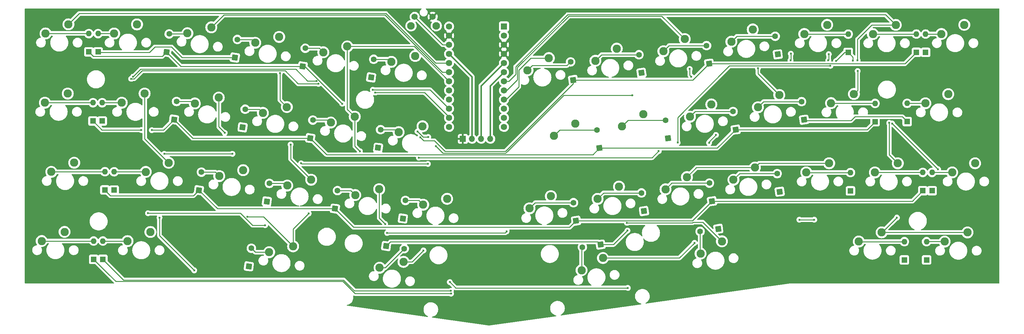
<source format=gbr>
%TF.GenerationSoftware,KiCad,Pcbnew,(5.99.0-9176-ga1730d51ff)*%
%TF.CreationDate,2021-03-31T21:37:36-05:00*%
%TF.ProjectId,Sonata,536f6e61-7461-42e6-9b69-6361645f7063,rev?*%
%TF.SameCoordinates,Original*%
%TF.FileFunction,Copper,L1,Top*%
%TF.FilePolarity,Positive*%
%FSLAX46Y46*%
G04 Gerber Fmt 4.6, Leading zero omitted, Abs format (unit mm)*
G04 Created by KiCad (PCBNEW (5.99.0-9176-ga1730d51ff)) date 2021-03-31 21:37:36*
%MOMM*%
%LPD*%
G01*
G04 APERTURE LIST*
G04 Aperture macros list*
%AMHorizOval*
0 Thick line with rounded ends*
0 $1 width*
0 $2 $3 position (X,Y) of the first rounded end (center of the circle)*
0 $4 $5 position (X,Y) of the second rounded end (center of the circle)*
0 Add line between two ends*
20,1,$1,$2,$3,$4,$5,0*
0 Add two circle primitives to create the rounded ends*
1,1,$1,$2,$3*
1,1,$1,$4,$5*%
%AMRotRect*
0 Rectangle, with rotation*
0 The origin of the aperture is its center*
0 $1 length*
0 $2 width*
0 $3 Rotation angle, in degrees counterclockwise*
0 Add horizontal line*
21,1,$1,$2,0,0,$3*%
G04 Aperture macros list end*
%TA.AperFunction,ComponentPad*%
%ADD10C,2.100000*%
%TD*%
%TA.AperFunction,ComponentPad*%
%ADD11C,1.750000*%
%TD*%
%TA.AperFunction,ComponentPad*%
%ADD12R,1.700000X1.700000*%
%TD*%
%TA.AperFunction,ComponentPad*%
%ADD13O,1.700000X1.700000*%
%TD*%
%TA.AperFunction,ComponentPad*%
%ADD14RotRect,1.600000X1.600000X82.000000*%
%TD*%
%TA.AperFunction,ComponentPad*%
%ADD15HorizOval,1.600000X0.000000X0.000000X0.000000X0.000000X0*%
%TD*%
%TA.AperFunction,ComponentPad*%
%ADD16R,1.600000X1.600000*%
%TD*%
%TA.AperFunction,ComponentPad*%
%ADD17O,1.600000X1.600000*%
%TD*%
%TA.AperFunction,ComponentPad*%
%ADD18C,2.286000*%
%TD*%
%TA.AperFunction,ComponentPad*%
%ADD19RotRect,1.600000X1.600000X98.000000*%
%TD*%
%TA.AperFunction,ComponentPad*%
%ADD20HorizOval,1.600000X0.000000X0.000000X0.000000X0.000000X0*%
%TD*%
%TA.AperFunction,ComponentPad*%
%ADD21RotRect,1.600000X1.600000X352.000000*%
%TD*%
%TA.AperFunction,ComponentPad*%
%ADD22HorizOval,1.600000X0.000000X0.000000X0.000000X0.000000X0*%
%TD*%
%TA.AperFunction,ComponentPad*%
%ADD23RotRect,1.600000X1.600000X188.000000*%
%TD*%
%TA.AperFunction,ComponentPad*%
%ADD24HorizOval,1.600000X0.000000X0.000000X0.000000X0.000000X0*%
%TD*%
%TA.AperFunction,ComponentPad*%
%ADD25R,1.752600X1.752600*%
%TD*%
%TA.AperFunction,ComponentPad*%
%ADD26C,1.752600*%
%TD*%
%TA.AperFunction,ViaPad*%
%ADD27C,0.600000*%
%TD*%
%TA.AperFunction,Conductor*%
%ADD28C,0.400000*%
%TD*%
%TA.AperFunction,Conductor*%
%ADD29C,0.250000*%
%TD*%
G04 APERTURE END LIST*
D10*
%TO.P,SW47,*%
%TO.N,*%
X183425000Y-70752500D03*
D11*
%TO.P,SW47,1,1*%
%TO.N,GND*%
X182425000Y-68262500D03*
%TO.P,SW47,2,2*%
%TO.N,/RESET*%
X177425000Y-68262500D03*
D10*
%TO.P,SW47,*%
%TO.N,*%
X176415000Y-70752500D03*
%TD*%
D12*
%TO.P,J1,1,Pin_1*%
%TO.N,GND*%
X190810000Y-102210000D03*
D13*
%TO.P,J1,2,Pin_2*%
%TO.N,VCC*%
X193350000Y-102210000D03*
%TO.P,J1,3,Pin_3*%
%TO.N,SCL*%
X195890000Y-102210000D03*
%TO.P,J1,4,Pin_4*%
%TO.N,SDA*%
X198430000Y-102210000D03*
%TD*%
D14*
%TO.P,D2,1,K*%
%TO.N,ROW0*%
X108576501Y-78050835D03*
D15*
%TO.P,D2,2,A*%
%TO.N,Net-(D2-Pad2)*%
X109283500Y-73020273D03*
%TD*%
D16*
%TO.P,D37,1,K*%
%TO.N,ROW6*%
X90710000Y-97227500D03*
D17*
%TO.P,D37,2,A*%
%TO.N,Net-(D37-Pad2)*%
X90710000Y-92147500D03*
%TD*%
D18*
%TO.P,SW24,1,Col*%
%TO.N,COL5*%
X307050000Y-128200000D03*
%TO.P,SW24,2,Row*%
%TO.N,Net-(D24-Pad2)*%
X300700000Y-130740000D03*
%TD*%
%TO.P,SW39,1,Col*%
%TO.N,COL2*%
X177602280Y-79152938D03*
%TO.P,SW39,2,Row*%
%TO.N,Net-(D39-Pad2)*%
X170960578Y-80784470D03*
%TD*%
%TO.P,SW43,1,Col*%
%TO.N,COL0*%
X100370000Y-70370000D03*
%TO.P,SW43,2,Row*%
%TO.N,Net-(D43-Pad2)*%
X94020000Y-72910000D03*
%TD*%
D19*
%TO.P,D44,1,K*%
%TO.N,ROW7*%
X240383500Y-83840835D03*
D20*
%TO.P,D44,2,A*%
%TO.N,Net-(D44-Pad2)*%
X239676501Y-78810273D03*
%TD*%
D18*
%TO.P,SW8,1,Col*%
%TO.N,COL1*%
X123052280Y-90722938D03*
%TO.P,SW8,2,Row*%
%TO.N,Net-(D8-Pad2)*%
X116410578Y-92354470D03*
%TD*%
%TO.P,SW4,1,Col*%
%TO.N,COL3*%
X214688282Y-79745939D03*
%TO.P,SW4,2,Row*%
%TO.N,Net-(D4-Pad2)*%
X208753579Y-83144969D03*
%TD*%
%TO.P,SW46,1,Col*%
%TO.N,COL5*%
X329990000Y-70500000D03*
%TO.P,SW46,2,Row*%
%TO.N,Net-(D46-Pad2)*%
X323640000Y-73040000D03*
%TD*%
%TO.P,SW2,1,Col*%
%TO.N,COL1*%
X120992280Y-71192938D03*
%TO.P,SW2,2,Row*%
%TO.N,Net-(D2-Pad2)*%
X114350578Y-72824470D03*
%TD*%
D16*
%TO.P,D1,1,K*%
%TO.N,ROW0*%
X87000000Y-78007500D03*
D17*
%TO.P,D1,2,A*%
%TO.N,Net-(D1-Pad2)*%
X87000000Y-72927500D03*
%TD*%
D18*
%TO.P,SW17,1,Col*%
%TO.N,COL4*%
X252998282Y-112835939D03*
%TO.P,SW17,2,Row*%
%TO.N,Net-(D17-Pad2)*%
X247063579Y-116234969D03*
%TD*%
%TO.P,SW33,1,Col*%
%TO.N,COL2*%
X179622280Y-98702938D03*
%TO.P,SW33,2,Row*%
%TO.N,Net-(D33-Pad2)*%
X172980578Y-100334470D03*
%TD*%
D16*
%TO.P,D25,1,K*%
%TO.N,ROW4*%
X90900000Y-135687500D03*
D17*
%TO.P,D25,2,A*%
%TO.N,Net-(D25-Pad2)*%
X90900000Y-130607500D03*
%TD*%
D18*
%TO.P,SW7,1,Col*%
%TO.N,COL0*%
X81140000Y-89600000D03*
%TO.P,SW7,2,Row*%
%TO.N,Net-(D7-Pad2)*%
X74790000Y-92140000D03*
%TD*%
D16*
%TO.P,D24,1,K*%
%TO.N,ROW3*%
X313350000Y-135867500D03*
D17*
%TO.P,D24,2,A*%
%TO.N,Net-(D24-Pad2)*%
X313350000Y-130787500D03*
%TD*%
D14*
%TO.P,D3,1,K*%
%TO.N,ROW0*%
X146356501Y-82040835D03*
D15*
%TO.P,D3,2,A*%
%TO.N,Net-(D3-Pad2)*%
X147063500Y-77010273D03*
%TD*%
D18*
%TO.P,SW26,1,Col*%
%TO.N,COL1*%
X148702280Y-113562938D03*
%TO.P,SW26,2,Row*%
%TO.N,Net-(D26-Pad2)*%
X142060578Y-115194470D03*
%TD*%
%TO.P,SW37,1,Col*%
%TO.N,COL0*%
X102470000Y-89610000D03*
%TO.P,SW37,2,Row*%
%TO.N,Net-(D37-Pad2)*%
X96120000Y-92150000D03*
%TD*%
%TO.P,SW13,1,Col*%
%TO.N,COL0*%
X82930000Y-108840000D03*
%TO.P,SW13,2,Row*%
%TO.N,Net-(D13-Pad2)*%
X76580000Y-111380000D03*
%TD*%
D16*
%TO.P,D30,1,K*%
%TO.N,ROW4*%
X319510000Y-135867500D03*
D17*
%TO.P,D30,2,A*%
%TO.N,Net-(D30-Pad2)*%
X319510000Y-130787500D03*
%TD*%
D18*
%TO.P,SW31,1,Col*%
%TO.N,COL0*%
X109140000Y-108850000D03*
%TO.P,SW31,2,Row*%
%TO.N,Net-(D31-Pad2)*%
X102790000Y-111390000D03*
%TD*%
D14*
%TO.P,D15,1,K*%
%TO.N,ROW2*%
X155306501Y-121620835D03*
D15*
%TO.P,D15,2,A*%
%TO.N,Net-(D15-Pad2)*%
X156013500Y-116590273D03*
%TD*%
D18*
%TO.P,SW30,1,Col*%
%TO.N,COL5*%
X330880000Y-128220000D03*
%TO.P,SW30,2,Row*%
%TO.N,Net-(D30-Pad2)*%
X324530000Y-130760000D03*
%TD*%
%TO.P,SW12,1,Col*%
%TO.N,COL5*%
X299350000Y-89730000D03*
%TO.P,SW12,2,Row*%
%TO.N,Net-(D12-Pad2)*%
X293000000Y-92270000D03*
%TD*%
%TO.P,SW20,1,Col*%
%TO.N,COL1*%
X143692280Y-132082938D03*
%TO.P,SW20,2,Row*%
%TO.N,Net-(D20-Pad2)*%
X137050578Y-133714470D03*
%TD*%
%TO.P,SW42,1,Col*%
%TO.N,COL5*%
X325530000Y-89760000D03*
%TO.P,SW42,2,Row*%
%TO.N,Net-(D42-Pad2)*%
X319180000Y-92300000D03*
%TD*%
D14*
%TO.P,D38,1,K*%
%TO.N,ROW7*%
X127516501Y-79590835D03*
D15*
%TO.P,D38,2,A*%
%TO.N,Net-(D38-Pad2)*%
X128223500Y-74560273D03*
%TD*%
D14*
%TO.P,D39,1,K*%
%TO.N,ROW7*%
X165356501Y-85110835D03*
D15*
%TO.P,D39,2,A*%
%TO.N,Net-(D39-Pad2)*%
X166063500Y-80080273D03*
%TD*%
D14*
%TO.P,D14,1,K*%
%TO.N,ROW2*%
X117536501Y-116480835D03*
D15*
%TO.P,D14,2,A*%
%TO.N,Net-(D14-Pad2)*%
X118243500Y-111450273D03*
%TD*%
D18*
%TO.P,SW38,1,Col*%
%TO.N,COL1*%
X139832280Y-73852938D03*
%TO.P,SW38,2,Row*%
%TO.N,Net-(D38-Pad2)*%
X133190578Y-75484470D03*
%TD*%
%TO.P,SW44,1,Col*%
%TO.N,COL3*%
X233528282Y-77095939D03*
%TO.P,SW44,2,Row*%
%TO.N,Net-(D44-Pad2)*%
X227593579Y-80494969D03*
%TD*%
D16*
%TO.P,D13,1,K*%
%TO.N,ROW2*%
X91450000Y-116417500D03*
D17*
%TO.P,D13,2,A*%
%TO.N,Net-(D13-Pad2)*%
X91450000Y-111337500D03*
%TD*%
D14*
%TO.P,D26,1,K*%
%TO.N,ROW4*%
X136396501Y-119600835D03*
D15*
%TO.P,D26,2,A*%
%TO.N,Net-(D26-Pad2)*%
X137103500Y-114570273D03*
%TD*%
D18*
%TO.P,SW35,1,Col*%
%TO.N,COL4*%
X291930000Y-70500000D03*
%TO.P,SW35,2,Row*%
%TO.N,Net-(D35-Pad2)*%
X285580000Y-73040000D03*
%TD*%
D16*
%TO.P,D6,1,K*%
%TO.N,ROW0*%
X316690000Y-78147500D03*
D17*
%TO.P,D6,2,A*%
%TO.N,Net-(D6-Pad2)*%
X316690000Y-73067500D03*
%TD*%
D18*
%TO.P,SW6,1,Col*%
%TO.N,COL5*%
X310960000Y-70520000D03*
%TO.P,SW6,2,Row*%
%TO.N,Net-(D6-Pad2)*%
X304610000Y-73060000D03*
%TD*%
%TO.P,SW11,1,Col*%
%TO.N,COL4*%
X259778282Y-92635939D03*
%TO.P,SW11,2,Row*%
%TO.N,Net-(D11-Pad2)*%
X253843579Y-96034969D03*
%TD*%
D19*
%TO.P,D5,1,K*%
%TO.N,ROW0*%
X259160000Y-81310000D03*
D20*
%TO.P,D5,2,A*%
%TO.N,Net-(D5-Pad2)*%
X258453001Y-76279438D03*
%TD*%
D19*
%TO.P,D17,1,K*%
%TO.N,ROW2*%
X259943500Y-119530835D03*
D20*
%TO.P,D17,2,A*%
%TO.N,Net-(D17-Pad2)*%
X259236501Y-114500273D03*
%TD*%
D18*
%TO.P,SW41,1,Col*%
%TO.N,COL4*%
X278638282Y-90005939D03*
%TO.P,SW41,2,Row*%
%TO.N,Net-(D41-Pad2)*%
X272703579Y-93404969D03*
%TD*%
D16*
%TO.P,D35,1,K*%
%TO.N,ROW5*%
X297760000Y-78158475D03*
D17*
%TO.P,D35,2,A*%
%TO.N,Net-(D35-Pad2)*%
X297760000Y-73078475D03*
%TD*%
D21*
%TO.P,D21,1,K*%
%TO.N,ROW3*%
X169527640Y-132016750D03*
D22*
%TO.P,D21,2,A*%
%TO.N,Net-(D21-Pad2)*%
X174558202Y-132723749D03*
%TD*%
D18*
%TO.P,SW27,1,Col*%
%TO.N,COL2*%
X186432280Y-118872938D03*
%TO.P,SW27,2,Row*%
%TO.N,Net-(D27-Pad2)*%
X179790578Y-120504470D03*
%TD*%
%TO.P,SW16,1,Col*%
%TO.N,COL3*%
X215238282Y-118125939D03*
%TO.P,SW16,2,Row*%
%TO.N,Net-(D16-Pad2)*%
X209303579Y-121524969D03*
%TD*%
D14*
%TO.P,D32,1,K*%
%TO.N,ROW6*%
X129676501Y-98990835D03*
D15*
%TO.P,D32,2,A*%
%TO.N,Net-(D32-Pad2)*%
X130383500Y-93960273D03*
%TD*%
D16*
%TO.P,D36,1,K*%
%TO.N,ROW5*%
X321040000Y-116617500D03*
D17*
%TO.P,D36,2,A*%
%TO.N,Net-(D36-Pad2)*%
X321040000Y-111537500D03*
%TD*%
D14*
%TO.P,D8,1,K*%
%TO.N,ROW1*%
X110636501Y-96830835D03*
D15*
%TO.P,D8,2,A*%
%TO.N,Net-(D8-Pad2)*%
X111343500Y-91800273D03*
%TD*%
D19*
%TO.P,D11,1,K*%
%TO.N,ROW1*%
X266513500Y-99630835D03*
D20*
%TO.P,D11,2,A*%
%TO.N,Net-(D11-Pad2)*%
X265806501Y-94600273D03*
%TD*%
D18*
%TO.P,SW1,1,Col*%
%TO.N,COL0*%
X81330000Y-70357500D03*
%TO.P,SW1,2,Row*%
%TO.N,Net-(D1-Pad2)*%
X74980000Y-72897500D03*
%TD*%
%TO.P,SW3,1,Col*%
%TO.N,COL2*%
X158722280Y-76492938D03*
%TO.P,SW3,2,Row*%
%TO.N,Net-(D3-Pad2)*%
X152080578Y-78124470D03*
%TD*%
D16*
%TO.P,D19,1,K*%
%TO.N,ROW3*%
X88330000Y-135687500D03*
D17*
%TO.P,D19,2,A*%
%TO.N,Net-(D19-Pad2)*%
X88330000Y-130607500D03*
%TD*%
D18*
%TO.P,SW34,1,Col*%
%TO.N,COL3*%
X234138282Y-115485939D03*
%TO.P,SW34,2,Row*%
%TO.N,Net-(D34-Pad2)*%
X228203579Y-118884969D03*
%TD*%
D16*
%TO.P,D18,1,K*%
%TO.N,ROW2*%
X318470000Y-116617500D03*
D17*
%TO.P,D18,2,A*%
%TO.N,Net-(D18-Pad2)*%
X318470000Y-111537500D03*
%TD*%
D18*
%TO.P,SW28,1,Col*%
%TO.N,COL3*%
X262718282Y-130695939D03*
%TO.P,SW28,2,Row*%
%TO.N,Net-(D28-Pad2)*%
X256783579Y-134094969D03*
%TD*%
%TO.P,SW15,1,Col*%
%TO.N,COL2*%
X167582280Y-116192938D03*
%TO.P,SW15,2,Row*%
%TO.N,Net-(D15-Pad2)*%
X160940578Y-117824470D03*
%TD*%
%TO.P,SW29,1,Col*%
%TO.N,COL4*%
X292480000Y-108980000D03*
%TO.P,SW29,2,Row*%
%TO.N,Net-(D29-Pad2)*%
X286130000Y-111520000D03*
%TD*%
D19*
%TO.P,D4,1,K*%
%TO.N,ROW0*%
X221413500Y-85820835D03*
D20*
%TO.P,D4,2,A*%
%TO.N,Net-(D4-Pad2)*%
X220706501Y-80790273D03*
%TD*%
D18*
%TO.P,SW14,1,Col*%
%TO.N,COL1*%
X129832280Y-110912938D03*
%TO.P,SW14,2,Row*%
%TO.N,Net-(D14-Pad2)*%
X123190578Y-112544470D03*
%TD*%
D19*
%TO.P,D16,1,K*%
%TO.N,ROW2*%
X222223500Y-124980835D03*
D20*
%TO.P,D16,2,A*%
%TO.N,Net-(D16-Pad2)*%
X221516501Y-119950273D03*
%TD*%
D18*
%TO.P,SW5,1,Col*%
%TO.N,COL4*%
X252398282Y-74445939D03*
%TO.P,SW5,2,Row*%
%TO.N,Net-(D5-Pad2)*%
X246463579Y-77844969D03*
%TD*%
%TO.P,SW25,1,Col*%
%TO.N,COL0*%
X104080000Y-128100000D03*
%TO.P,SW25,2,Row*%
%TO.N,Net-(D25-Pad2)*%
X97730000Y-130640000D03*
%TD*%
%TO.P,SW19,1,Col*%
%TO.N,COL0*%
X80250000Y-128070000D03*
%TO.P,SW19,2,Row*%
%TO.N,Net-(D19-Pad2)*%
X73900000Y-130610000D03*
%TD*%
D19*
%TO.P,D23,1,K*%
%TO.N,ROW3*%
X278753500Y-116890835D03*
D20*
%TO.P,D23,2,A*%
%TO.N,Net-(D23-Pad2)*%
X278046501Y-111860273D03*
%TD*%
D18*
%TO.P,SW10,1,Col*%
%TO.N,COL3*%
X222028282Y-97955939D03*
%TO.P,SW10,2,Row*%
%TO.N,Net-(D10-Pad2)*%
X216093579Y-101354969D03*
%TD*%
D19*
%TO.P,D10,1,K*%
%TO.N,ROW1*%
X228733500Y-104770835D03*
D20*
%TO.P,D10,2,A*%
%TO.N,Net-(D10-Pad2)*%
X228026501Y-99740273D03*
%TD*%
D14*
%TO.P,D27,1,K*%
%TO.N,ROW4*%
X174156750Y-124352360D03*
D15*
%TO.P,D27,2,A*%
%TO.N,Net-(D27-Pad2)*%
X174863749Y-119321798D03*
%TD*%
D18*
%TO.P,SW23,1,Col*%
%TO.N,COL4*%
X271848282Y-110185939D03*
%TO.P,SW23,2,Row*%
%TO.N,Net-(D23-Pad2)*%
X265913579Y-113584969D03*
%TD*%
%TO.P,SW36,1,Col*%
%TO.N,COL5*%
X332980000Y-108980000D03*
%TO.P,SW36,2,Row*%
%TO.N,Net-(D36-Pad2)*%
X326630000Y-111520000D03*
%TD*%
D16*
%TO.P,D42,1,K*%
%TO.N,ROW6*%
X314130000Y-97387500D03*
D17*
%TO.P,D42,2,A*%
%TO.N,Net-(D42-Pad2)*%
X314130000Y-92307500D03*
%TD*%
D14*
%TO.P,D20,1,K*%
%TO.N,ROW3*%
X131396501Y-137650835D03*
D15*
%TO.P,D20,2,A*%
%TO.N,Net-(D20-Pad2)*%
X132103500Y-132620273D03*
%TD*%
D23*
%TO.P,D22,1,K*%
%TO.N,ROW3*%
X229010835Y-131596500D03*
D24*
%TO.P,D22,2,A*%
%TO.N,Net-(D22-Pad2)*%
X223980273Y-132303499D03*
%TD*%
D16*
%TO.P,D31,1,K*%
%TO.N,ROW5*%
X94020000Y-116427500D03*
D17*
%TO.P,D31,2,A*%
%TO.N,Net-(D31-Pad2)*%
X94020000Y-111347500D03*
%TD*%
D18*
%TO.P,SW32,1,Col*%
%TO.N,COL1*%
X141952280Y-93352938D03*
%TO.P,SW32,2,Row*%
%TO.N,Net-(D32-Pad2)*%
X135310578Y-94984470D03*
%TD*%
D19*
%TO.P,D34,1,K*%
%TO.N,ROW5*%
X241093500Y-122270835D03*
D20*
%TO.P,D34,2,A*%
%TO.N,Net-(D34-Pad2)*%
X240386501Y-117240273D03*
%TD*%
D18*
%TO.P,SW21,1,Col*%
%TO.N,COL2*%
X174342280Y-136402938D03*
%TO.P,SW21,2,Row*%
%TO.N,Net-(D21-Pad2)*%
X167700578Y-138034470D03*
%TD*%
D19*
%TO.P,D41,1,K*%
%TO.N,ROW6*%
X285523500Y-96890835D03*
D20*
%TO.P,D41,2,A*%
%TO.N,Net-(D41-Pad2)*%
X284816501Y-91860273D03*
%TD*%
D14*
%TO.P,D33,1,K*%
%TO.N,ROW6*%
X167266501Y-104680835D03*
D15*
%TO.P,D33,2,A*%
%TO.N,Net-(D33-Pad2)*%
X167973500Y-99650273D03*
%TD*%
D18*
%TO.P,SW18,1,Col*%
%TO.N,COL5*%
X311530000Y-108990000D03*
%TO.P,SW18,2,Row*%
%TO.N,Net-(D18-Pad2)*%
X305180000Y-111530000D03*
%TD*%
D16*
%TO.P,D43,1,K*%
%TO.N,ROW7*%
X89560000Y-78017500D03*
D17*
%TO.P,D43,2,A*%
%TO.N,Net-(D43-Pad2)*%
X89560000Y-72937500D03*
%TD*%
D16*
%TO.P,D46,1,K*%
%TO.N,ROW7*%
X319250000Y-78147500D03*
D17*
%TO.P,D46,2,A*%
%TO.N,Net-(D46-Pad2)*%
X319250000Y-73067500D03*
%TD*%
D16*
%TO.P,D7,1,K*%
%TO.N,ROW1*%
X88140000Y-97227500D03*
D17*
%TO.P,D7,2,A*%
%TO.N,Net-(D7-Pad2)*%
X88140000Y-92147500D03*
%TD*%
D18*
%TO.P,SW40,1,Col*%
%TO.N,COL3*%
X240908282Y-95305939D03*
%TO.P,SW40,2,Row*%
%TO.N,Net-(D40-Pad2)*%
X234973579Y-98704969D03*
%TD*%
D14*
%TO.P,D9,1,K*%
%TO.N,ROW1*%
X148456501Y-102010835D03*
D15*
%TO.P,D9,2,A*%
%TO.N,Net-(D9-Pad2)*%
X149163500Y-96980273D03*
%TD*%
D23*
%TO.P,D28,1,K*%
%TO.N,ROW4*%
X261690835Y-127226500D03*
D24*
%TO.P,D28,2,A*%
%TO.N,Net-(D28-Pad2)*%
X256660273Y-127933499D03*
%TD*%
D16*
%TO.P,D29,1,K*%
%TO.N,ROW4*%
X298390000Y-116667500D03*
D17*
%TO.P,D29,2,A*%
%TO.N,Net-(D29-Pad2)*%
X298390000Y-111587500D03*
%TD*%
D18*
%TO.P,SW9,1,Col*%
%TO.N,COL2*%
X160802280Y-96032938D03*
%TO.P,SW9,2,Row*%
%TO.N,Net-(D9-Pad2)*%
X154160578Y-97664470D03*
%TD*%
D19*
%TO.P,D45,1,K*%
%TO.N,ROW7*%
X278213500Y-78700835D03*
D20*
%TO.P,D45,2,A*%
%TO.N,Net-(D45-Pad2)*%
X277506501Y-73670273D03*
%TD*%
D19*
%TO.P,D40,1,K*%
%TO.N,ROW6*%
X247743500Y-102070835D03*
D20*
%TO.P,D40,2,A*%
%TO.N,Net-(D40-Pad2)*%
X247036501Y-97040273D03*
%TD*%
D16*
%TO.P,D12,1,K*%
%TO.N,ROW1*%
X305220000Y-97417500D03*
D17*
%TO.P,D12,2,A*%
%TO.N,Net-(D12-Pad2)*%
X305220000Y-92337500D03*
%TD*%
D18*
%TO.P,SW45,1,Col*%
%TO.N,COL4*%
X271278282Y-71785939D03*
%TO.P,SW45,2,Row*%
%TO.N,Net-(D45-Pad2)*%
X265343579Y-75184969D03*
%TD*%
%TO.P,SW22,1,Col*%
%TO.N,COL3*%
X229688282Y-135335939D03*
%TO.P,SW22,2,Row*%
%TO.N,Net-(D22-Pad2)*%
X223753579Y-138734969D03*
%TD*%
D25*
%TO.P,U1,1,TX*%
%TO.N,unconnected-(U1-Pad1)*%
X202219000Y-70940000D03*
D26*
%TO.P,U1,2,RX*%
%TO.N,unconnected-(U1-Pad2)*%
X202219000Y-73480000D03*
%TO.P,U1,3,GND*%
%TO.N,GND*%
X202219000Y-76020000D03*
%TO.P,U1,4,GND*%
X202219000Y-78560000D03*
%TO.P,U1,5,SCL*%
%TO.N,SCL*%
X202219000Y-81100000D03*
%TO.P,U1,6,SDA*%
%TO.N,SDA*%
X202219000Y-83640000D03*
%TO.P,U1,7,D4*%
%TO.N,COL5*%
X202219000Y-86180000D03*
%TO.P,U1,8,C6*%
%TO.N,COL4*%
X202219000Y-88720000D03*
%TO.P,U1,9,D7*%
%TO.N,COL3*%
X202219000Y-91260000D03*
%TO.P,U1,10,E6*%
%TO.N,ROW3*%
X202219000Y-93800000D03*
%TO.P,U1,11,B4*%
%TO.N,ROW4*%
X202219000Y-96340000D03*
%TO.P,U1,12,B5*%
%TO.N,ROW2*%
X202219000Y-98880000D03*
%TO.P,U1,13,B6*%
%TO.N,ROW5*%
X186979000Y-98880000D03*
%TO.P,U1,14,B2*%
%TO.N,ROW6*%
X186979000Y-96340000D03*
%TO.P,U1,15,B3*%
%TO.N,ROW1*%
X186979000Y-93800000D03*
%TO.P,U1,16,B1*%
%TO.N,ROW7*%
X186979000Y-91260000D03*
%TO.P,U1,17,F7*%
%TO.N,ROW0*%
X186979000Y-88720000D03*
%TO.P,U1,18,F6*%
%TO.N,COL2*%
X186979000Y-86180000D03*
%TO.P,U1,19,F5*%
%TO.N,COL1*%
X186979000Y-83640000D03*
%TO.P,U1,20,F4*%
%TO.N,COL0*%
X186979000Y-81100000D03*
%TO.P,U1,21,VCC*%
%TO.N,VCC*%
X186979000Y-78560000D03*
%TO.P,U1,22,RST*%
%TO.N,/RESET*%
X186979000Y-76020000D03*
%TO.P,U1,23,GND*%
%TO.N,GND*%
X186979000Y-73480000D03*
%TO.P,U1,24,RAW*%
%TO.N,unconnected-(U1-Pad24)*%
X186979000Y-70940000D03*
%TD*%
D27*
%TO.N,ROW0*%
X178970000Y-101740000D03*
X157340000Y-92430000D03*
%TO.N,ROW1*%
X150176716Y-86083284D03*
X101570000Y-99740000D03*
X99280000Y-84930000D03*
X165808353Y-88561647D03*
X104460000Y-99770000D03*
%TO.N,ROW2*%
X202950000Y-127920000D03*
X135930000Y-126210000D03*
X103410000Y-122870000D03*
X169810000Y-128360000D03*
%TO.N,ROW3*%
X236500000Y-127710000D03*
X187514183Y-145221104D03*
%TO.N,COL1*%
X140030000Y-83880000D03*
X130980000Y-123910000D03*
X124720000Y-100520000D03*
X143000000Y-103770000D03*
X148010000Y-122970000D03*
%TO.N,COL2*%
X179870000Y-133230000D03*
X169240000Y-125880000D03*
X162230000Y-105630000D03*
%TO.N,COL3*%
X236360000Y-125558235D03*
X255080000Y-131140000D03*
%TO.N,COL4*%
X292370000Y-78650000D03*
X281840000Y-78510000D03*
X272720000Y-82530000D03*
X292240000Y-80380000D03*
X253770000Y-82760000D03*
X259150000Y-103300000D03*
X254230000Y-84930000D03*
X281760000Y-80370000D03*
X261060000Y-101100000D03*
%TO.N,COL5*%
X309150000Y-97750000D03*
X300380000Y-83330000D03*
X311280000Y-124110000D03*
X300350000Y-80350000D03*
%TO.N,ROW4*%
X288340000Y-124680000D03*
X187470000Y-144470000D03*
X187180000Y-142020000D03*
X236585000Y-143665000D03*
X284220000Y-124680000D03*
%TO.N,ROW5*%
X250430000Y-103230000D03*
X299100000Y-80420000D03*
X145920000Y-109010000D03*
X181110000Y-109160000D03*
X106610000Y-124130000D03*
X322700000Y-110640000D03*
X116240000Y-138770000D03*
X126850000Y-106360000D03*
X292820000Y-81887400D03*
X294390000Y-80550000D03*
X107940000Y-106360000D03*
X309980000Y-97940000D03*
%TO.N,ROW6*%
X98740000Y-85507400D03*
X245160000Y-105610000D03*
X166440000Y-89320000D03*
X178600000Y-107450000D03*
X150760000Y-86890000D03*
%TO.N,ROW7*%
X183330000Y-104190000D03*
X178215778Y-100152503D03*
X181200000Y-101680000D03*
X237830000Y-90090000D03*
%TD*%
D28*
%TO.N,SDA*%
X202219000Y-83640000D02*
X198430000Y-87429000D01*
X198430000Y-87429000D02*
X198430000Y-102210000D01*
%TO.N,SCL*%
X202219000Y-81100000D02*
X195890000Y-87429000D01*
X195890000Y-87429000D02*
X195890000Y-102210000D01*
%TO.N,VCC*%
X186979000Y-78560000D02*
X193350000Y-84931000D01*
X193350000Y-84931000D02*
X193350000Y-102210000D01*
D29*
%TO.N,ROW0*%
X202600000Y-105710000D02*
X221413500Y-86896500D01*
X112566501Y-82040835D02*
X108576501Y-78050835D01*
X313527500Y-81310000D02*
X316690000Y-78147500D01*
X179960000Y-102730000D02*
X182880000Y-102730000D01*
X221413500Y-85820835D02*
X254649165Y-85820835D01*
X254649165Y-85820835D02*
X259160000Y-81310000D01*
X182880000Y-102730000D02*
X185860000Y-105710000D01*
X221413500Y-86896500D02*
X221413500Y-85820835D01*
X178970000Y-101740000D02*
X179960000Y-102730000D01*
X87000000Y-78007500D02*
X88282500Y-79290000D01*
X146950835Y-82040835D02*
X157340000Y-92430000D01*
X146356501Y-82040835D02*
X112566501Y-82040835D01*
X107337336Y-79290000D02*
X108576501Y-78050835D01*
X185860000Y-105710000D02*
X202600000Y-105710000D01*
X146356501Y-82040835D02*
X146950835Y-82040835D01*
X88282500Y-79290000D02*
X107337336Y-79290000D01*
X259160000Y-81310000D02*
X313527500Y-81310000D01*
%TO.N,Net-(D1-Pad2)*%
X74980000Y-72897500D02*
X86970000Y-72897500D01*
X86970000Y-72897500D02*
X87000000Y-72927500D01*
%TO.N,Net-(D2-Pad2)*%
X109283500Y-73020273D02*
X114154775Y-73020273D01*
X114154775Y-73020273D02*
X114350578Y-72824470D01*
%TO.N,Net-(D3-Pad2)*%
X147063500Y-77010273D02*
X150966381Y-77010273D01*
X150966381Y-77010273D02*
X152080578Y-78124470D01*
%TO.N,Net-(D4-Pad2)*%
X220706501Y-80790273D02*
X219686774Y-81810000D01*
X210088548Y-81810000D02*
X208753579Y-83144969D01*
X219686774Y-81810000D02*
X210088548Y-81810000D01*
%TO.N,Net-(D5-Pad2)*%
X248029110Y-76279438D02*
X246463579Y-77844969D01*
X258453001Y-76279438D02*
X248029110Y-76279438D01*
%TO.N,Net-(D6-Pad2)*%
X316682500Y-73060000D02*
X316690000Y-73067500D01*
X304610000Y-73060000D02*
X316682500Y-73060000D01*
%TO.N,Net-(D7-Pad2)*%
X74790000Y-92140000D02*
X88132500Y-92140000D01*
X88132500Y-92140000D02*
X88140000Y-92147500D01*
%TO.N,Net-(D8-Pad2)*%
X115856381Y-91800273D02*
X116410578Y-92354470D01*
X111343500Y-91800273D02*
X115856381Y-91800273D01*
%TO.N,Net-(D9-Pad2)*%
X149163500Y-96980273D02*
X153476381Y-96980273D01*
X153476381Y-96980273D02*
X154160578Y-97664470D01*
%TO.N,Net-(D10-Pad2)*%
X228026501Y-99740273D02*
X217708275Y-99740273D01*
X217708275Y-99740273D02*
X216093579Y-101354969D01*
%TO.N,Net-(D11-Pad2)*%
X255278275Y-94600273D02*
X265806501Y-94600273D01*
X253843579Y-96034969D02*
X255278275Y-94600273D01*
%TO.N,Net-(D12-Pad2)*%
X305152500Y-92270000D02*
X305220000Y-92337500D01*
X293000000Y-92270000D02*
X305152500Y-92270000D01*
%TO.N,Net-(D13-Pad2)*%
X76580000Y-111380000D02*
X91407500Y-111380000D01*
X91407500Y-111380000D02*
X91450000Y-111337500D01*
%TO.N,ROW1*%
X148456501Y-102010835D02*
X115816501Y-102010835D01*
X153045666Y-106600000D02*
X226904335Y-106600000D01*
X303006665Y-99630835D02*
X266513500Y-99630835D01*
X266513500Y-99630835D02*
X261373500Y-104770835D01*
X226904335Y-106600000D02*
X228733500Y-104770835D01*
X144440000Y-82830000D02*
X147693284Y-86083284D01*
X165808353Y-88561647D02*
X181740647Y-88561647D01*
X107697336Y-99770000D02*
X110636501Y-96830835D01*
X104460000Y-99770000D02*
X107697336Y-99770000D01*
X305220000Y-97417500D02*
X303006665Y-99630835D01*
X88140000Y-97227500D02*
X90652500Y-99740000D01*
X147693284Y-86083284D02*
X150176716Y-86083284D01*
X148456501Y-102010835D02*
X153045666Y-106600000D01*
X90652500Y-99740000D02*
X101570000Y-99740000D01*
X261373500Y-104770835D02*
X228733500Y-104770835D01*
X181740647Y-88561647D02*
X186979000Y-93800000D01*
X99280000Y-84930000D02*
X101380000Y-82830000D01*
X101380000Y-82830000D02*
X144440000Y-82830000D01*
X115816501Y-102010835D02*
X110636501Y-96830835D01*
%TO.N,Net-(D14-Pad2)*%
X122096381Y-111450273D02*
X123190578Y-112544470D01*
X118243500Y-111450273D02*
X122096381Y-111450273D01*
%TO.N,Net-(D15-Pad2)*%
X159706381Y-116590273D02*
X160940578Y-117824470D01*
X156013500Y-116590273D02*
X159706381Y-116590273D01*
%TO.N,Net-(D16-Pad2)*%
X221516501Y-119950273D02*
X210878275Y-119950273D01*
X210878275Y-119950273D02*
X209303579Y-121524969D01*
%TO.N,Net-(D17-Pad2)*%
X259236501Y-114500273D02*
X248798275Y-114500273D01*
X248798275Y-114500273D02*
X247063579Y-116234969D01*
%TO.N,Net-(D18-Pad2)*%
X305187500Y-111537500D02*
X305180000Y-111530000D01*
X318470000Y-111537500D02*
X305187500Y-111537500D01*
%TO.N,Net-(D19-Pad2)*%
X73900000Y-130610000D02*
X88327500Y-130610000D01*
X88327500Y-130610000D02*
X88330000Y-130607500D01*
%TO.N,Net-(D20-Pad2)*%
X137050578Y-133714470D02*
X133197697Y-133714470D01*
X133197697Y-133714470D02*
X132103500Y-132620273D01*
%TO.N,Net-(D21-Pad2)*%
X169247481Y-138034470D02*
X174558202Y-132723749D01*
X167700578Y-138034470D02*
X169247481Y-138034470D01*
%TO.N,Net-(D22-Pad2)*%
X223753579Y-132530193D02*
X223980273Y-132303499D01*
X223753579Y-138734969D02*
X223753579Y-132530193D01*
%TO.N,Net-(D23-Pad2)*%
X278046501Y-111860273D02*
X267638275Y-111860273D01*
X267638275Y-111860273D02*
X265913579Y-113584969D01*
%TO.N,Net-(D24-Pad2)*%
X300747500Y-130787500D02*
X300700000Y-130740000D01*
X313350000Y-130787500D02*
X300747500Y-130787500D01*
%TO.N,Net-(D25-Pad2)*%
X90900000Y-130607500D02*
X97697500Y-130607500D01*
X97592500Y-130607500D02*
X97690000Y-130510000D01*
X97697500Y-130607500D02*
X97730000Y-130640000D01*
%TO.N,ROW2*%
X116007336Y-118010000D02*
X117536501Y-116480835D01*
X103410000Y-122870000D02*
X129085431Y-122870000D01*
X92960000Y-118010000D02*
X116007336Y-118010000D01*
X160475666Y-126790000D02*
X220414335Y-126790000D01*
X254493500Y-124980835D02*
X259943500Y-119530835D01*
X259943500Y-119530835D02*
X315556665Y-119530835D01*
X155306501Y-121620835D02*
X122676501Y-121620835D01*
X132425431Y-126210000D02*
X135930000Y-126210000D01*
X169810000Y-128360000D02*
X202510000Y-128360000D01*
X315556665Y-119530835D02*
X318470000Y-116617500D01*
X155306501Y-121620835D02*
X160475666Y-126790000D01*
X91450000Y-116417500D02*
X91450000Y-116500000D01*
X129085431Y-122870000D02*
X132425431Y-126210000D01*
X122676501Y-121620835D02*
X117536501Y-116480835D01*
X202510000Y-128360000D02*
X202950000Y-127920000D01*
X220414335Y-126790000D02*
X222223500Y-124980835D01*
X91450000Y-116500000D02*
X92960000Y-118010000D01*
X222223500Y-124980835D02*
X254493500Y-124980835D01*
%TO.N,Net-(D26-Pad2)*%
X141436381Y-114570273D02*
X142060578Y-115194470D01*
X137103500Y-114570273D02*
X141436381Y-114570273D01*
%TO.N,Net-(D27-Pad2)*%
X178607906Y-119321798D02*
X179790578Y-120504470D01*
X174863749Y-119321798D02*
X178607906Y-119321798D01*
%TO.N,Net-(D28-Pad2)*%
X256660273Y-127933499D02*
X256660273Y-133971663D01*
X256660273Y-133971663D02*
X256783579Y-134094969D01*
%TO.N,Net-(D29-Pad2)*%
X286197500Y-111587500D02*
X286130000Y-111520000D01*
X298390000Y-111587500D02*
X286197500Y-111587500D01*
%TO.N,Net-(D30-Pad2)*%
X319537500Y-130760000D02*
X319510000Y-130787500D01*
X324530000Y-130760000D02*
X319537500Y-130760000D01*
%TO.N,Net-(D31-Pad2)*%
X94020000Y-111347500D02*
X102747500Y-111347500D01*
X102747500Y-111347500D02*
X102790000Y-111390000D01*
%TO.N,Net-(D32-Pad2)*%
X134286381Y-93960273D02*
X135310578Y-94984470D01*
X130383500Y-93960273D02*
X134286381Y-93960273D01*
%TO.N,Net-(D33-Pad2)*%
X167973500Y-99650273D02*
X172296381Y-99650273D01*
X172296381Y-99650273D02*
X172980578Y-100334470D01*
%TO.N,Net-(D34-Pad2)*%
X229848275Y-117240273D02*
X228203579Y-118884969D01*
X240386501Y-117240273D02*
X229848275Y-117240273D01*
%TO.N,Net-(D35-Pad2)*%
X285580000Y-73040000D02*
X297721525Y-73040000D01*
X297721525Y-73040000D02*
X297760000Y-73078475D01*
%TO.N,Net-(D36-Pad2)*%
X326612500Y-111537500D02*
X326630000Y-111520000D01*
X321040000Y-111537500D02*
X326612500Y-111537500D01*
%TO.N,Net-(D37-Pad2)*%
X90710000Y-92147500D02*
X96117500Y-92147500D01*
X96117500Y-92147500D02*
X96120000Y-92150000D01*
%TO.N,Net-(D38-Pad2)*%
X132266381Y-74560273D02*
X133190578Y-75484470D01*
X128223500Y-74560273D02*
X132266381Y-74560273D01*
%TO.N,ROW3*%
X232613500Y-131596500D02*
X229010835Y-131596500D01*
X160851104Y-145221104D02*
X159950000Y-144320000D01*
X236500000Y-127710000D02*
X232613500Y-131596500D01*
X88330000Y-135687500D02*
X92562500Y-139920000D01*
X142070000Y-141850000D02*
X157480000Y-141850000D01*
X228234335Y-130820000D02*
X229010835Y-131596500D01*
X92562500Y-139920000D02*
X94492500Y-141850000D01*
X94492500Y-141850000D02*
X142070000Y-141850000D01*
X170724390Y-130820000D02*
X228234335Y-130820000D01*
X169527640Y-132016750D02*
X170724390Y-130820000D01*
X187514183Y-145221104D02*
X160851104Y-145221104D01*
X157480000Y-141850000D02*
X159950000Y-144320000D01*
%TO.N,Net-(D39-Pad2)*%
X166063500Y-80080273D02*
X170256381Y-80080273D01*
X170256381Y-80080273D02*
X170960578Y-80784470D01*
%TO.N,Net-(D40-Pad2)*%
X234298275Y-99380273D02*
X234973579Y-98704969D01*
X236638275Y-97040273D02*
X247036501Y-97040273D01*
X234973579Y-98704969D02*
X236638275Y-97040273D01*
%TO.N,Net-(D41-Pad2)*%
X274248275Y-91860273D02*
X284816501Y-91860273D01*
X272703579Y-93404969D02*
X274248275Y-91860273D01*
%TO.N,Net-(D42-Pad2)*%
X314137500Y-92300000D02*
X314130000Y-92307500D01*
X319180000Y-92300000D02*
X314137500Y-92300000D01*
%TO.N,Net-(D43-Pad2)*%
X89560000Y-72937500D02*
X93992500Y-72937500D01*
X93992500Y-72937500D02*
X94020000Y-72910000D01*
%TO.N,Net-(D45-Pad2)*%
X277506501Y-73670273D02*
X266858275Y-73670273D01*
X266858275Y-73670273D02*
X265343579Y-75184969D01*
%TO.N,Net-(D46-Pad2)*%
X319250000Y-73067500D02*
X323612500Y-73067500D01*
X323612500Y-73067500D02*
X323640000Y-73040000D01*
%TO.N,COL0*%
X84347500Y-67340000D02*
X169460000Y-67340000D01*
X102470000Y-102180000D02*
X109140000Y-108850000D01*
X81330000Y-70357500D02*
X84347500Y-67340000D01*
X102470000Y-89610000D02*
X102470000Y-102180000D01*
X186979000Y-81100000D02*
X183220000Y-81100000D01*
X183220000Y-81100000D02*
X169460000Y-67340000D01*
%TO.N,COL1*%
X124442798Y-67742420D02*
X169197580Y-67742420D01*
X120992280Y-71192938D02*
X124442798Y-67742420D01*
X143692280Y-132082938D02*
X143692280Y-127287720D01*
X143692280Y-127287720D02*
X148010000Y-122970000D01*
X186979000Y-83640000D02*
X185095160Y-83640000D01*
X123052280Y-98852280D02*
X124720000Y-100520000D01*
X185095160Y-83640000D02*
X169197580Y-67742420D01*
X140030000Y-83880000D02*
X140030000Y-91430658D01*
X135519342Y-123910000D02*
X143692280Y-132082938D01*
X140030000Y-91430658D02*
X141952280Y-93352938D01*
X130980000Y-123910000D02*
X135519342Y-123910000D01*
X123052280Y-90722938D02*
X123052280Y-98852280D01*
X143000000Y-103770000D02*
X143000000Y-107860658D01*
X143000000Y-107860658D02*
X148702280Y-113562938D01*
%TO.N,COL2*%
X158722280Y-76492938D02*
X177291938Y-76492938D01*
X176697062Y-136402938D02*
X179870000Y-133230000D01*
X158722280Y-93952938D02*
X160802280Y-96032938D01*
X158722280Y-76492938D02*
X158722280Y-93952938D01*
X160802280Y-104202280D02*
X162230000Y-105630000D01*
X177291938Y-76492938D02*
X186979000Y-86180000D01*
X167582280Y-116192938D02*
X167582280Y-124222280D01*
X167582280Y-124222280D02*
X169240000Y-125880000D01*
X174342280Y-136402938D02*
X176697062Y-136402938D01*
X160802280Y-96032938D02*
X160802280Y-104202280D01*
%TO.N,COL3*%
X206330000Y-83070000D02*
X206330000Y-87710000D01*
X262718282Y-130695939D02*
X257532343Y-125510000D01*
X257532343Y-125510000D02*
X257402343Y-125380000D01*
X254663443Y-125380000D02*
X254485208Y-125558235D01*
X250884061Y-135335939D02*
X255080000Y-131140000D01*
X229688282Y-135335939D02*
X250884061Y-135335939D01*
X209654061Y-79745939D02*
X206330000Y-83070000D01*
X254485208Y-125558235D02*
X236360000Y-125558235D01*
X214688282Y-79745939D02*
X209654061Y-79745939D01*
X202219000Y-91260000D02*
X202780000Y-91260000D01*
X257402343Y-125380000D02*
X254663443Y-125380000D01*
X202780000Y-91260000D02*
X206330000Y-87710000D01*
%TO.N,COL4*%
X205927580Y-85772420D02*
X205927580Y-82332420D01*
X271848282Y-110185939D02*
X273054221Y-108980000D01*
X259150000Y-103300000D02*
X259150000Y-103010000D01*
X281840000Y-78510000D02*
X281840000Y-80290000D01*
X205927580Y-82332420D02*
X220197580Y-68062420D01*
X253770000Y-82760000D02*
X253770000Y-84470000D01*
X272720000Y-84087657D02*
X278638282Y-90005939D01*
X252998282Y-112835939D02*
X255648282Y-110185939D01*
X202980000Y-88720000D02*
X205927580Y-85772420D01*
X259150000Y-103010000D02*
X261060000Y-101100000D01*
X292370000Y-80250000D02*
X292240000Y-80380000D01*
X273054221Y-108980000D02*
X292480000Y-108980000D01*
X202219000Y-88720000D02*
X202980000Y-88720000D01*
X272720000Y-82530000D02*
X272720000Y-84087657D01*
X246014763Y-68062420D02*
X252398282Y-74445939D01*
X281840000Y-80290000D02*
X281760000Y-80370000D01*
X253770000Y-84470000D02*
X254230000Y-84930000D01*
X292370000Y-78650000D02*
X292370000Y-80250000D01*
X255648282Y-110185939D02*
X271848282Y-110185939D01*
X220197580Y-68062420D02*
X246014763Y-68062420D01*
%TO.N,COL5*%
X219906493Y-67660000D02*
X308100000Y-67660000D01*
X309150000Y-97750000D02*
X309150000Y-106610000D01*
X202219000Y-86180000D02*
X203580000Y-86180000D01*
X300380000Y-83330000D02*
X300380000Y-88700000D01*
X300380000Y-88700000D02*
X299350000Y-89730000D01*
X300350000Y-74520000D02*
X300350000Y-80350000D01*
X307070000Y-128220000D02*
X307050000Y-128200000D01*
X307190000Y-128200000D02*
X307050000Y-128200000D01*
X310960000Y-70520000D02*
X304350000Y-70520000D01*
X203580000Y-86180000D02*
X205470000Y-84290000D01*
X205470000Y-84290000D02*
X205470000Y-82096493D01*
X301440000Y-73430000D02*
X300350000Y-74520000D01*
X308100000Y-67660000D02*
X310960000Y-70520000D01*
X311280000Y-124110000D02*
X307190000Y-128200000D01*
X330880000Y-128220000D02*
X307070000Y-128220000D01*
X309150000Y-106610000D02*
X311530000Y-108990000D01*
X205470000Y-82096493D02*
X219906493Y-67660000D01*
X304350000Y-70520000D02*
X301440000Y-73430000D01*
%TO.N,ROW4*%
X160720000Y-144470000D02*
X159735000Y-143485000D01*
X90900000Y-135687500D02*
X90900000Y-135690000D01*
X284220000Y-124680000D02*
X288340000Y-124680000D01*
X157667580Y-141447580D02*
X157697580Y-141447580D01*
X157262420Y-141447580D02*
X157667580Y-141447580D01*
X188825000Y-143665000D02*
X236585000Y-143665000D01*
X157697580Y-141447580D02*
X159735000Y-143485000D01*
X187180000Y-142020000D02*
X188825000Y-143665000D01*
X96657580Y-141447580D02*
X157262420Y-141447580D01*
X187470000Y-144470000D02*
X160720000Y-144470000D01*
X90900000Y-135690000D02*
X96657580Y-141447580D01*
%TO.N,ROW5*%
X181110000Y-109160000D02*
X146070000Y-109160000D01*
X309980000Y-97940000D02*
X322680000Y-110640000D01*
X186979000Y-98880000D02*
X186630000Y-98880000D01*
X250430000Y-96250000D02*
X263280000Y-83400000D01*
X322680000Y-110640000D02*
X322700000Y-110640000D01*
X299100000Y-79498475D02*
X299100000Y-80420000D01*
X263280000Y-83400000D02*
X264792600Y-81887400D01*
X264792600Y-81887400D02*
X292820000Y-81887400D01*
X106610000Y-129140000D02*
X106610000Y-124130000D01*
X116240000Y-138770000D02*
X106610000Y-129140000D01*
X297760000Y-78158475D02*
X299100000Y-79498475D01*
X297760000Y-78158475D02*
X296781525Y-78158475D01*
X250430000Y-103230000D02*
X250430000Y-96250000D01*
X296781525Y-78158475D02*
X294390000Y-80550000D01*
X146070000Y-109160000D02*
X145920000Y-109010000D01*
X126850000Y-106360000D02*
X107940000Y-106360000D01*
%TO.N,ROW6*%
X101804569Y-83260000D02*
X141460000Y-83260000D01*
X298530000Y-97130000D02*
X285762665Y-97130000D01*
X243320000Y-107450000D02*
X245160000Y-105610000D01*
X186979000Y-96099000D02*
X180200000Y-89320000D01*
X178600000Y-107450000D02*
X243320000Y-107450000D01*
X314130000Y-97387500D02*
X312782500Y-96040000D01*
X141460000Y-83260000D02*
X145090000Y-86890000D01*
X299620000Y-96040000D02*
X298530000Y-97130000D01*
X99557169Y-85507400D02*
X100610000Y-84454569D01*
X145090000Y-86890000D02*
X150760000Y-86890000D01*
X285762665Y-97130000D02*
X285523500Y-96890835D01*
X180200000Y-89320000D02*
X166440000Y-89320000D01*
X100610000Y-84454569D02*
X101804569Y-83260000D01*
X98740000Y-85507400D02*
X99557169Y-85507400D01*
X186979000Y-96340000D02*
X186979000Y-96099000D01*
X312782500Y-96040000D02*
X299620000Y-96040000D01*
%TO.N,/RESET*%
X186979000Y-76020000D02*
X185182500Y-76020000D01*
X185182500Y-76020000D02*
X177425000Y-68262500D01*
%TO.N,ROW7*%
X202749108Y-106130000D02*
X202729108Y-106150000D01*
X112900835Y-79590835D02*
X109950000Y-76640000D01*
X105320000Y-76640000D02*
X103780000Y-78180000D01*
X179743275Y-101680000D02*
X178215778Y-100152503D01*
X89722500Y-78180000D02*
X89560000Y-78017500D01*
X202729108Y-106150000D02*
X185240000Y-106150000D01*
X203222420Y-105656688D02*
X202749108Y-106130000D01*
X237830000Y-90090000D02*
X218860000Y-90090000D01*
X181200000Y-101680000D02*
X179743275Y-101680000D01*
X218789108Y-90090000D02*
X203222420Y-105656688D01*
X127516501Y-79590835D02*
X112900835Y-79590835D01*
X183330000Y-104240000D02*
X183330000Y-104190000D01*
X218860000Y-90090000D02*
X218789108Y-90090000D01*
X109950000Y-76640000D02*
X105320000Y-76640000D01*
X185240000Y-106150000D02*
X183330000Y-104240000D01*
X103780000Y-78180000D02*
X89722500Y-78180000D01*
%TO.N,Net-(D44-Pad2)*%
X227593579Y-80494969D02*
X229278275Y-78810273D01*
X229278275Y-78810273D02*
X239676501Y-78810273D01*
%TD*%
%TA.AperFunction,Conductor*%
%TO.N,GND*%
G36*
X339654122Y-65939438D02*
G01*
X339700615Y-65993094D01*
X339712001Y-66045436D01*
X339712001Y-142277436D01*
X339691999Y-142345557D01*
X339638343Y-142392050D01*
X339586001Y-142403436D01*
X281954903Y-142403436D01*
X281944229Y-142402983D01*
X281935245Y-142402219D01*
X281907831Y-142399888D01*
X281902844Y-142399363D01*
X281875132Y-142395886D01*
X281869652Y-142395982D01*
X281856773Y-142395547D01*
X281853153Y-142395239D01*
X281853151Y-142395239D01*
X281848307Y-142394827D01*
X281843455Y-142395165D01*
X281841682Y-142395152D01*
X281835354Y-142395269D01*
X281827887Y-142393950D01*
X281812899Y-142395600D01*
X281803904Y-142396590D01*
X281792312Y-142397328D01*
X281785866Y-142397440D01*
X281763550Y-142397829D01*
X281754979Y-142400498D01*
X281750163Y-142401274D01*
X281747801Y-142401632D01*
X281744956Y-142402035D01*
X281740481Y-142402347D01*
X281736093Y-142403291D01*
X281736085Y-142403292D01*
X281735102Y-142403503D01*
X281722401Y-142405563D01*
X281713952Y-142406493D01*
X281709252Y-142407764D01*
X281688910Y-142413265D01*
X281682550Y-142414809D01*
X281632005Y-142425681D01*
X281623001Y-142427278D01*
X276148020Y-143194737D01*
X274215237Y-143465666D01*
X241651022Y-148030373D01*
X241580784Y-148020021D01*
X241527293Y-147973339D01*
X241507532Y-147905148D01*
X241527774Y-147837098D01*
X241570529Y-147796476D01*
X241777736Y-147676845D01*
X242001734Y-147501839D01*
X242033730Y-147468707D01*
X242196138Y-147300528D01*
X242196140Y-147300525D01*
X242199196Y-147297361D01*
X242202369Y-147292994D01*
X242363689Y-147070956D01*
X242363691Y-147070952D01*
X242366278Y-147067392D01*
X242368344Y-147063506D01*
X242368348Y-147063500D01*
X242497662Y-146820294D01*
X242499729Y-146816407D01*
X242549261Y-146680320D01*
X242595446Y-146553428D01*
X242595447Y-146553423D01*
X242596951Y-146549292D01*
X242638378Y-146354390D01*
X242655138Y-146275542D01*
X242655138Y-146275540D01*
X242656051Y-146271246D01*
X242675880Y-145987681D01*
X242666683Y-145856155D01*
X242656358Y-145708501D01*
X242656357Y-145708496D01*
X242656051Y-145704116D01*
X242654548Y-145697042D01*
X242597865Y-145430371D01*
X242596951Y-145426070D01*
X242593446Y-145416438D01*
X242501233Y-145163088D01*
X242499729Y-145158955D01*
X242429785Y-145027409D01*
X242368348Y-144911862D01*
X242368344Y-144911856D01*
X242366278Y-144907970D01*
X242330062Y-144858122D01*
X242201785Y-144681564D01*
X242201783Y-144681561D01*
X242199196Y-144678001D01*
X242196138Y-144674834D01*
X242004788Y-144476685D01*
X242004784Y-144476682D01*
X242001734Y-144473523D01*
X241777736Y-144298517D01*
X241758606Y-144287472D01*
X241647203Y-144223154D01*
X241531561Y-144156388D01*
X241268002Y-144049903D01*
X241263729Y-144048838D01*
X241263727Y-144048837D01*
X240996459Y-143982200D01*
X240996461Y-143982200D01*
X240992188Y-143981135D01*
X240987820Y-143980676D01*
X240987815Y-143980675D01*
X240713857Y-143951881D01*
X240713854Y-143951881D01*
X240709488Y-143951422D01*
X240705100Y-143951575D01*
X240705094Y-143951575D01*
X240429801Y-143961189D01*
X240429795Y-143961190D01*
X240425403Y-143961343D01*
X240145464Y-144010703D01*
X239875119Y-144098544D01*
X239871166Y-144100472D01*
X239871161Y-144100474D01*
X239656212Y-144205312D01*
X239619630Y-144223154D01*
X239615991Y-144225609D01*
X239615985Y-144225612D01*
X239387616Y-144379649D01*
X239387609Y-144379654D01*
X239383970Y-144382109D01*
X239172725Y-144572315D01*
X239159622Y-144587931D01*
X238992836Y-144786698D01*
X238992832Y-144786703D01*
X238990008Y-144790069D01*
X238839374Y-145031133D01*
X238723756Y-145290815D01*
X238645404Y-145564061D01*
X238644793Y-145568411D01*
X238644792Y-145568414D01*
X238641343Y-145592953D01*
X238605843Y-145845552D01*
X238605843Y-146129810D01*
X238645404Y-146411301D01*
X238723756Y-146684547D01*
X238839374Y-146944229D01*
X238990008Y-147185293D01*
X238992832Y-147188659D01*
X238992836Y-147188664D01*
X239064029Y-147273508D01*
X239172725Y-147403047D01*
X239383970Y-147593253D01*
X239387609Y-147595708D01*
X239387616Y-147595713D01*
X239615985Y-147749750D01*
X239615991Y-147749753D01*
X239619630Y-147752208D01*
X239623581Y-147754135D01*
X239871161Y-147874888D01*
X239871166Y-147874890D01*
X239875119Y-147876818D01*
X240024820Y-147925459D01*
X240108434Y-147952627D01*
X240145464Y-147964659D01*
X240233252Y-147980138D01*
X240235531Y-147980540D01*
X240299144Y-148012067D01*
X240335613Y-148072981D01*
X240333361Y-148143942D01*
X240293102Y-148202420D01*
X240231143Y-148229406D01*
X218102331Y-151331325D01*
X218032094Y-151320973D01*
X217978603Y-151274291D01*
X217958842Y-151206100D01*
X217979084Y-151138050D01*
X218021841Y-151097426D01*
X218089473Y-151058378D01*
X218209356Y-150989164D01*
X218433354Y-150814158D01*
X218499566Y-150745594D01*
X218627758Y-150612847D01*
X218627760Y-150612844D01*
X218630816Y-150609680D01*
X218712238Y-150497612D01*
X218795309Y-150383275D01*
X218795311Y-150383271D01*
X218797898Y-150379711D01*
X218799964Y-150375825D01*
X218799968Y-150375819D01*
X218929282Y-150132613D01*
X218931349Y-150128726D01*
X218980881Y-149992639D01*
X219027066Y-149865747D01*
X219027067Y-149865742D01*
X219028571Y-149861611D01*
X219069998Y-149666709D01*
X219086758Y-149587861D01*
X219086758Y-149587859D01*
X219087671Y-149583565D01*
X219107500Y-149300000D01*
X219087671Y-149016435D01*
X219028571Y-148738389D01*
X218931349Y-148471274D01*
X218854626Y-148326978D01*
X218799968Y-148224181D01*
X218799964Y-148224175D01*
X218797898Y-148220289D01*
X218784916Y-148202420D01*
X218633405Y-147993883D01*
X218633403Y-147993880D01*
X218630816Y-147990320D01*
X218614240Y-147973155D01*
X218436408Y-147789004D01*
X218436404Y-147789001D01*
X218433354Y-147785842D01*
X218209356Y-147610836D01*
X217963181Y-147468707D01*
X217699622Y-147362222D01*
X217695349Y-147361157D01*
X217695347Y-147361156D01*
X217428079Y-147294519D01*
X217428081Y-147294519D01*
X217423808Y-147293454D01*
X217419440Y-147292995D01*
X217419435Y-147292994D01*
X217145477Y-147264200D01*
X217145474Y-147264200D01*
X217141108Y-147263741D01*
X217136720Y-147263894D01*
X217136714Y-147263894D01*
X216861421Y-147273508D01*
X216861415Y-147273509D01*
X216857023Y-147273662D01*
X216577084Y-147323022D01*
X216306739Y-147410863D01*
X216302786Y-147412791D01*
X216302781Y-147412793D01*
X216183628Y-147470908D01*
X216051250Y-147535473D01*
X216047611Y-147537928D01*
X216047605Y-147537931D01*
X215819236Y-147691968D01*
X215819229Y-147691973D01*
X215815590Y-147694428D01*
X215604345Y-147884634D01*
X215591242Y-147900250D01*
X215424456Y-148099017D01*
X215424452Y-148099022D01*
X215421628Y-148102388D01*
X215270994Y-148343452D01*
X215243001Y-148406326D01*
X215166102Y-148579044D01*
X215155376Y-148603134D01*
X215154164Y-148607361D01*
X215090408Y-148829706D01*
X215077024Y-148876380D01*
X215037463Y-149157871D01*
X215037463Y-149442129D01*
X215077024Y-149723620D01*
X215155376Y-149996866D01*
X215270994Y-150256548D01*
X215421628Y-150497612D01*
X215424452Y-150500978D01*
X215424456Y-150500983D01*
X215512674Y-150606117D01*
X215604345Y-150715366D01*
X215815590Y-150905572D01*
X215819229Y-150908027D01*
X215819236Y-150908032D01*
X216047605Y-151062069D01*
X216047611Y-151062072D01*
X216051250Y-151064527D01*
X216055201Y-151066454D01*
X216302781Y-151187207D01*
X216302786Y-151187209D01*
X216306739Y-151189137D01*
X216456440Y-151237778D01*
X216540054Y-151264946D01*
X216577084Y-151276978D01*
X216581421Y-151277743D01*
X216581422Y-151277743D01*
X216595925Y-151280300D01*
X216639954Y-151288063D01*
X216703566Y-151319590D01*
X216740036Y-151380503D01*
X216737784Y-151451464D01*
X216697526Y-151509943D01*
X216635566Y-151536929D01*
X204360721Y-153257563D01*
X198138107Y-154129821D01*
X198123293Y-154131013D01*
X198079402Y-154131943D01*
X198074597Y-154132796D01*
X198073471Y-154132907D01*
X198049696Y-154132825D01*
X198047899Y-154132505D01*
X197998485Y-154130817D01*
X197985205Y-154129657D01*
X182287815Y-151917170D01*
X182223155Y-151887857D01*
X182184606Y-151828238D01*
X182184409Y-151757241D01*
X182222627Y-151697409D01*
X182282208Y-151668944D01*
X182282188Y-151668865D01*
X182282573Y-151668769D01*
X182286452Y-151667802D01*
X182286457Y-151667801D01*
X182553727Y-151601163D01*
X182553729Y-151601162D01*
X182558002Y-151600097D01*
X182821561Y-151493612D01*
X183067736Y-151351483D01*
X183291734Y-151176477D01*
X183384290Y-151080633D01*
X183486138Y-150975166D01*
X183486140Y-150975163D01*
X183489196Y-150971999D01*
X183570618Y-150859931D01*
X183653689Y-150745594D01*
X183653691Y-150745590D01*
X183656278Y-150742030D01*
X183658344Y-150738144D01*
X183658348Y-150738138D01*
X183787662Y-150494932D01*
X183789729Y-150491045D01*
X183886951Y-150223930D01*
X183946051Y-149945884D01*
X183965880Y-149662319D01*
X183946051Y-149378754D01*
X183929312Y-149300000D01*
X183887865Y-149105009D01*
X183886951Y-149100708D01*
X183854715Y-149012139D01*
X183831903Y-148949465D01*
X183789729Y-148833593D01*
X183719785Y-148702047D01*
X183658348Y-148586500D01*
X183658344Y-148586494D01*
X183656278Y-148582608D01*
X183646846Y-148569625D01*
X183491785Y-148356202D01*
X183491783Y-148356199D01*
X183489196Y-148352639D01*
X183484197Y-148347462D01*
X183294788Y-148151323D01*
X183294784Y-148151320D01*
X183291734Y-148148161D01*
X183067736Y-147973155D01*
X183053021Y-147964659D01*
X182937203Y-147897792D01*
X182821561Y-147831026D01*
X182558002Y-147724541D01*
X182553729Y-147723476D01*
X182553727Y-147723475D01*
X182286459Y-147656838D01*
X182286461Y-147656838D01*
X182282188Y-147655773D01*
X182277820Y-147655314D01*
X182277815Y-147655313D01*
X182003857Y-147626519D01*
X182003854Y-147626519D01*
X181999488Y-147626060D01*
X181995100Y-147626213D01*
X181995094Y-147626213D01*
X181719801Y-147635827D01*
X181719795Y-147635828D01*
X181715403Y-147635981D01*
X181435464Y-147685341D01*
X181431276Y-147686702D01*
X181431275Y-147686702D01*
X181382096Y-147702681D01*
X181165119Y-147773182D01*
X181161166Y-147775110D01*
X181161161Y-147775112D01*
X181042008Y-147833227D01*
X180909630Y-147897792D01*
X180905991Y-147900247D01*
X180905985Y-147900250D01*
X180677616Y-148054287D01*
X180677609Y-148054292D01*
X180673970Y-148056747D01*
X180462725Y-148246953D01*
X180395576Y-148326978D01*
X180282836Y-148461336D01*
X180282832Y-148461341D01*
X180280008Y-148464707D01*
X180129374Y-148705771D01*
X180013756Y-148965453D01*
X179935404Y-149238699D01*
X179895843Y-149520190D01*
X179895843Y-149804448D01*
X179935404Y-150085939D01*
X179936616Y-150090165D01*
X179936616Y-150090166D01*
X179973739Y-150219629D01*
X180013756Y-150359185D01*
X180015542Y-150363197D01*
X180015543Y-150363199D01*
X180047909Y-150435894D01*
X180129374Y-150618867D01*
X180280008Y-150859931D01*
X180282832Y-150863297D01*
X180282836Y-150863302D01*
X180315834Y-150902627D01*
X180462725Y-151077685D01*
X180673970Y-151267891D01*
X180677609Y-151270346D01*
X180677616Y-151270351D01*
X180905985Y-151424388D01*
X180905991Y-151424391D01*
X180909630Y-151426846D01*
X180913581Y-151428773D01*
X181047454Y-151494067D01*
X181099912Y-151541907D01*
X181118178Y-151610513D01*
X181096454Y-151678104D01*
X181041635Y-151723220D01*
X180974634Y-151732082D01*
X158745277Y-148598939D01*
X158680614Y-148569625D01*
X158642065Y-148510006D01*
X158641868Y-148439009D01*
X158680086Y-148379177D01*
X158732378Y-148351916D01*
X158933932Y-148301663D01*
X158985347Y-148288844D01*
X158985349Y-148288843D01*
X158989622Y-148287778D01*
X159253181Y-148181293D01*
X159499356Y-148039164D01*
X159723354Y-147864158D01*
X159755350Y-147831026D01*
X159917758Y-147662847D01*
X159917760Y-147662844D01*
X159920816Y-147659680D01*
X159923989Y-147655313D01*
X160085309Y-147433275D01*
X160085311Y-147433271D01*
X160087898Y-147429711D01*
X160089964Y-147425825D01*
X160089968Y-147425819D01*
X160219282Y-147182613D01*
X160221349Y-147178726D01*
X160318571Y-146911611D01*
X160377671Y-146633565D01*
X160397500Y-146350000D01*
X160377671Y-146066435D01*
X160343829Y-145907220D01*
X160349231Y-145836429D01*
X160392048Y-145779796D01*
X160458686Y-145755303D01*
X160525821Y-145771286D01*
X160526080Y-145770687D01*
X160529474Y-145772156D01*
X160529477Y-145772157D01*
X160533355Y-145773835D01*
X160533357Y-145773836D01*
X160566656Y-145788246D01*
X160577302Y-145793461D01*
X160616056Y-145814766D01*
X160635685Y-145819806D01*
X160654375Y-145826205D01*
X160672968Y-145834251D01*
X160702175Y-145838877D01*
X160716632Y-145841167D01*
X160728253Y-145843574D01*
X160765322Y-145853091D01*
X160771079Y-145854569D01*
X160771635Y-145854604D01*
X160791557Y-145854604D01*
X160811266Y-145856155D01*
X160831048Y-145859288D01*
X160838940Y-145858542D01*
X160874686Y-145855163D01*
X160886544Y-145854604D01*
X186968296Y-145854604D01*
X187037289Y-145875172D01*
X187147394Y-145947223D01*
X187317380Y-146010440D01*
X187324361Y-146011371D01*
X187324363Y-146011372D01*
X187373949Y-146017988D01*
X187497146Y-146034426D01*
X187504157Y-146033788D01*
X187504161Y-146033788D01*
X187644242Y-146021038D01*
X187677760Y-146017988D01*
X187684462Y-146015810D01*
X187684464Y-146015810D01*
X187843544Y-145964122D01*
X187843547Y-145964121D01*
X187850243Y-145961945D01*
X187946093Y-145904807D01*
X187999972Y-145872689D01*
X187999974Y-145872688D01*
X188006024Y-145869081D01*
X188137360Y-145744012D01*
X188237723Y-145592953D01*
X188302125Y-145423413D01*
X188327366Y-145243818D01*
X188327683Y-145221104D01*
X188307467Y-145040874D01*
X188247824Y-144869602D01*
X188240651Y-144858122D01*
X188221516Y-144789753D01*
X188229718Y-144746611D01*
X188255440Y-144678896D01*
X188255440Y-144678895D01*
X188257942Y-144672309D01*
X188283183Y-144492714D01*
X188283500Y-144470000D01*
X188265193Y-144306791D01*
X188277477Y-144236866D01*
X188325616Y-144184682D01*
X188394326Y-144166808D01*
X188451110Y-144182333D01*
X188461251Y-144187908D01*
X188467454Y-144191318D01*
X188483977Y-144202172D01*
X188499977Y-144214583D01*
X188507248Y-144217730D01*
X188507249Y-144217730D01*
X188540551Y-144232141D01*
X188551207Y-144237362D01*
X188589952Y-144258662D01*
X188597635Y-144260634D01*
X188597636Y-144260635D01*
X188609568Y-144263699D01*
X188628272Y-144270103D01*
X188639585Y-144274999D01*
X188639592Y-144275001D01*
X188646864Y-144278148D01*
X188654688Y-144279387D01*
X188654691Y-144279388D01*
X188690535Y-144285065D01*
X188702156Y-144287472D01*
X188739218Y-144296987D01*
X188744975Y-144298465D01*
X188745531Y-144298500D01*
X188765452Y-144298500D01*
X188785162Y-144300051D01*
X188797114Y-144301944D01*
X188797115Y-144301944D01*
X188804944Y-144303184D01*
X188812836Y-144302438D01*
X188848582Y-144299059D01*
X188860440Y-144298500D01*
X236039113Y-144298500D01*
X236108106Y-144319068D01*
X236218211Y-144391119D01*
X236388197Y-144454336D01*
X236395178Y-144455267D01*
X236395180Y-144455268D01*
X236437114Y-144460863D01*
X236567963Y-144478322D01*
X236574974Y-144477684D01*
X236574978Y-144477684D01*
X236715059Y-144464934D01*
X236748577Y-144461884D01*
X236755279Y-144459706D01*
X236755281Y-144459706D01*
X236914361Y-144408018D01*
X236914364Y-144408017D01*
X236921060Y-144405841D01*
X237059175Y-144323508D01*
X237070789Y-144316585D01*
X237070791Y-144316584D01*
X237076841Y-144312977D01*
X237208177Y-144187908D01*
X237299867Y-144049903D01*
X237304639Y-144042721D01*
X237304640Y-144042719D01*
X237308540Y-144036849D01*
X237372942Y-143867309D01*
X237398183Y-143687714D01*
X237398500Y-143665000D01*
X237378284Y-143484770D01*
X237318641Y-143313498D01*
X237259512Y-143218871D01*
X237226267Y-143165668D01*
X237226266Y-143165666D01*
X237222535Y-143159696D01*
X237213768Y-143150867D01*
X237121993Y-143058451D01*
X237094742Y-143031009D01*
X236941615Y-142933831D01*
X236770763Y-142872994D01*
X236763771Y-142872160D01*
X236763770Y-142872160D01*
X236659613Y-142859740D01*
X236590679Y-142851520D01*
X236583676Y-142852256D01*
X236583675Y-142852256D01*
X236417321Y-142869740D01*
X236417317Y-142869741D01*
X236410313Y-142870477D01*
X236403642Y-142872748D01*
X236245299Y-142926652D01*
X236245296Y-142926653D01*
X236238629Y-142928923D01*
X236232630Y-142932613D01*
X236232629Y-142932614D01*
X236187262Y-142960524D01*
X236104405Y-143011498D01*
X236102259Y-143012818D01*
X236036237Y-143031500D01*
X229343707Y-143031500D01*
X229275586Y-143011498D01*
X229229093Y-142957842D01*
X229218989Y-142887568D01*
X229248483Y-142822988D01*
X229269646Y-142803564D01*
X229270591Y-142802878D01*
X229478277Y-142651985D01*
X229707816Y-142436433D01*
X229908529Y-142193813D01*
X230004452Y-142042662D01*
X230075131Y-141931290D01*
X230075133Y-141931287D01*
X230077251Y-141927949D01*
X230211322Y-141643036D01*
X230281516Y-141426999D01*
X230307398Y-141347342D01*
X230307399Y-141347339D01*
X230308625Y-141343565D01*
X230367628Y-141034261D01*
X230387400Y-140720000D01*
X230367628Y-140405739D01*
X230312224Y-140115302D01*
X231550003Y-140115302D01*
X231586691Y-140343079D01*
X231661232Y-140561419D01*
X231663782Y-140566106D01*
X231663783Y-140566108D01*
X231666710Y-140571487D01*
X231771496Y-140764077D01*
X231914329Y-140945260D01*
X231918289Y-140948831D01*
X231918290Y-140948833D01*
X232059323Y-141076042D01*
X232085647Y-141099786D01*
X232090154Y-141102641D01*
X232090157Y-141102643D01*
X232140503Y-141134532D01*
X232280552Y-141223239D01*
X232285478Y-141225295D01*
X232285479Y-141225295D01*
X232477113Y-141305260D01*
X232493471Y-141312086D01*
X232498675Y-141313283D01*
X232498676Y-141313283D01*
X232713113Y-141362593D01*
X232713118Y-141362594D01*
X232718316Y-141363789D01*
X232723644Y-141364092D01*
X232723647Y-141364092D01*
X232881885Y-141373077D01*
X232948658Y-141376869D01*
X232953965Y-141376269D01*
X232953967Y-141376269D01*
X233064359Y-141363789D01*
X233177911Y-141350952D01*
X233183032Y-141349469D01*
X233183037Y-141349468D01*
X233379380Y-141292610D01*
X233399519Y-141286778D01*
X233530664Y-141223239D01*
X233602342Y-141188511D01*
X233607147Y-141186183D01*
X233688141Y-141128304D01*
X233790511Y-141055150D01*
X233790513Y-141055148D01*
X233794857Y-141052044D01*
X233918612Y-140927204D01*
X233953529Y-140891981D01*
X233953530Y-140891980D01*
X233957282Y-140888195D01*
X234072496Y-140723958D01*
X234086715Y-140703689D01*
X234086716Y-140703687D01*
X234089779Y-140699321D01*
X234188558Y-140490824D01*
X234250795Y-140268664D01*
X234251349Y-140263350D01*
X234274404Y-140042144D01*
X234274405Y-140042134D01*
X234274711Y-140039194D01*
X234274868Y-140022821D01*
X234274934Y-140015963D01*
X234274934Y-140015955D01*
X234274962Y-140013001D01*
X234264067Y-139884600D01*
X234255907Y-139788425D01*
X234255906Y-139788421D01*
X234255456Y-139783114D01*
X234254118Y-139777959D01*
X234254117Y-139777953D01*
X234203600Y-139583322D01*
X234197495Y-139559800D01*
X234112625Y-139371396D01*
X234104927Y-139354306D01*
X234104926Y-139354303D01*
X234102737Y-139349445D01*
X233973891Y-139158063D01*
X233965182Y-139148933D01*
X233850545Y-139028763D01*
X233814641Y-138991126D01*
X233629540Y-138853407D01*
X233624789Y-138850991D01*
X233624785Y-138850989D01*
X233428640Y-138751264D01*
X233428639Y-138751264D01*
X233423882Y-138748845D01*
X233313714Y-138714637D01*
X233208650Y-138682013D01*
X233208644Y-138682012D01*
X233203547Y-138680429D01*
X233087957Y-138665109D01*
X232980119Y-138650816D01*
X232980114Y-138650816D01*
X232974834Y-138650116D01*
X232969505Y-138650316D01*
X232969503Y-138650316D01*
X232873956Y-138653903D01*
X232744283Y-138658771D01*
X232518487Y-138706148D01*
X232513531Y-138708105D01*
X232513525Y-138708107D01*
X232371928Y-138764027D01*
X232303902Y-138790892D01*
X232222622Y-138840214D01*
X232111603Y-138907582D01*
X232106662Y-138910580D01*
X232102632Y-138914077D01*
X231949883Y-139046626D01*
X231932409Y-139061789D01*
X231929022Y-139065920D01*
X231789508Y-139236068D01*
X231789504Y-139236074D01*
X231786124Y-139240196D01*
X231783485Y-139244832D01*
X231783483Y-139244835D01*
X231726455Y-139345020D01*
X231671990Y-139440701D01*
X231593271Y-139657569D01*
X231592322Y-139662818D01*
X231592321Y-139662821D01*
X231558443Y-139850168D01*
X231552217Y-139884600D01*
X231552166Y-139889940D01*
X231550147Y-140100336D01*
X231550003Y-140115302D01*
X230312224Y-140115302D01*
X230308625Y-140096435D01*
X230290027Y-140039194D01*
X230228609Y-139850168D01*
X230211322Y-139796964D01*
X230077251Y-139512051D01*
X230067141Y-139496119D01*
X229971250Y-139345020D01*
X229908529Y-139246187D01*
X229889748Y-139223484D01*
X229801861Y-139117248D01*
X229707816Y-139003567D01*
X229478277Y-138788015D01*
X229453482Y-138770000D01*
X229332378Y-138682013D01*
X229223532Y-138602932D01*
X229207271Y-138593992D01*
X228951061Y-138453140D01*
X228951058Y-138453139D01*
X228947599Y-138451237D01*
X228688780Y-138348763D01*
X228658512Y-138336779D01*
X228658509Y-138336778D01*
X228654829Y-138335321D01*
X228650995Y-138334337D01*
X228650987Y-138334334D01*
X228462204Y-138285863D01*
X228349840Y-138257013D01*
X228345912Y-138256517D01*
X228345908Y-138256516D01*
X228222078Y-138240873D01*
X228037441Y-138217548D01*
X227722559Y-138217548D01*
X227537922Y-138240873D01*
X227414092Y-138256516D01*
X227414088Y-138256517D01*
X227410160Y-138257013D01*
X227297796Y-138285863D01*
X227109013Y-138334334D01*
X227109005Y-138334337D01*
X227105171Y-138335321D01*
X227101491Y-138336778D01*
X227101488Y-138336779D01*
X227071220Y-138348763D01*
X226812401Y-138451237D01*
X226808942Y-138453139D01*
X226808939Y-138453140D01*
X226552730Y-138593992D01*
X226536468Y-138602932D01*
X226427622Y-138682013D01*
X226306519Y-138770000D01*
X226281723Y-138788015D01*
X226052184Y-139003567D01*
X225958139Y-139117248D01*
X225870253Y-139223484D01*
X225851471Y-139246187D01*
X225788750Y-139345020D01*
X225692860Y-139496119D01*
X225682749Y-139512051D01*
X225548678Y-139796964D01*
X225531391Y-139850168D01*
X225469974Y-140039194D01*
X225451375Y-140096435D01*
X225392372Y-140405739D01*
X225372600Y-140720000D01*
X225392372Y-141034261D01*
X225451375Y-141343565D01*
X225452601Y-141347339D01*
X225452602Y-141347342D01*
X225478484Y-141426999D01*
X225548678Y-141643036D01*
X225682749Y-141927949D01*
X225684867Y-141931287D01*
X225684869Y-141931290D01*
X225755548Y-142042662D01*
X225851471Y-142193813D01*
X226052184Y-142436433D01*
X226281723Y-142651985D01*
X226489410Y-142802878D01*
X226490354Y-142803564D01*
X226533708Y-142859786D01*
X226539783Y-142930522D01*
X226506652Y-142993314D01*
X226444832Y-143028225D01*
X226416293Y-143031500D01*
X222995178Y-143031500D01*
X222927057Y-143011498D01*
X222880564Y-142957842D01*
X222870460Y-142887568D01*
X222899954Y-142822988D01*
X222959680Y-142784604D01*
X222981024Y-142780298D01*
X223003235Y-142777787D01*
X223116787Y-142764950D01*
X223121908Y-142763467D01*
X223121913Y-142763466D01*
X223333277Y-142702258D01*
X223333276Y-142702258D01*
X223338395Y-142700776D01*
X223352856Y-142693770D01*
X223541218Y-142602509D01*
X223546023Y-142600181D01*
X223619241Y-142547859D01*
X223729387Y-142469148D01*
X223729389Y-142469146D01*
X223733733Y-142466042D01*
X223794386Y-142404857D01*
X223892405Y-142305979D01*
X223892406Y-142305978D01*
X223896158Y-142302193D01*
X224028655Y-142113319D01*
X224127434Y-141904822D01*
X224189671Y-141682662D01*
X224190225Y-141677348D01*
X224213280Y-141456142D01*
X224213281Y-141456132D01*
X224213587Y-141453192D01*
X224213744Y-141436819D01*
X224213810Y-141429961D01*
X224213810Y-141429953D01*
X224213838Y-141426999D01*
X224211060Y-141394261D01*
X224194783Y-141202423D01*
X224194782Y-141202419D01*
X224194332Y-141197112D01*
X224192994Y-141191957D01*
X224192993Y-141191951D01*
X224137713Y-140978969D01*
X224136371Y-140973798D01*
X224064423Y-140814080D01*
X224043803Y-140768304D01*
X224043802Y-140768301D01*
X224041613Y-140763443D01*
X223912767Y-140572061D01*
X223913620Y-140571487D01*
X223888524Y-140510705D01*
X223901209Y-140440851D01*
X223949646Y-140388943D01*
X224003933Y-140371766D01*
X224004018Y-140371759D01*
X224012713Y-140371075D01*
X224017520Y-140369921D01*
X224017526Y-140369920D01*
X224191820Y-140328075D01*
X224265466Y-140310394D01*
X224270039Y-140308500D01*
X224501040Y-140212816D01*
X224501044Y-140212814D01*
X224505614Y-140210921D01*
X224727245Y-140075106D01*
X224924901Y-139906291D01*
X225093716Y-139708635D01*
X225229531Y-139487004D01*
X225248711Y-139440701D01*
X225327110Y-139251429D01*
X225327111Y-139251427D01*
X225329004Y-139246856D01*
X225371918Y-139068107D01*
X225388530Y-138998916D01*
X225388531Y-138998910D01*
X225389685Y-138994103D01*
X225410079Y-138734969D01*
X225389685Y-138475835D01*
X225388531Y-138471028D01*
X225388530Y-138471022D01*
X225337926Y-138260246D01*
X225329004Y-138223082D01*
X225324988Y-138213386D01*
X225231426Y-137987508D01*
X225231424Y-137987504D01*
X225229531Y-137982934D01*
X225093716Y-137761303D01*
X224933965Y-137574260D01*
X224928109Y-137567403D01*
X224924901Y-137563647D01*
X224727245Y-137394832D01*
X224505614Y-137259017D01*
X224501038Y-137257122D01*
X224501033Y-137257119D01*
X224464860Y-137242135D01*
X224409579Y-137197586D01*
X224387079Y-137125727D01*
X224387079Y-135335939D01*
X228031782Y-135335939D01*
X228052176Y-135595073D01*
X228053330Y-135599880D01*
X228053331Y-135599886D01*
X228089334Y-135749848D01*
X228112857Y-135847826D01*
X228114750Y-135852397D01*
X228114751Y-135852399D01*
X228209934Y-136082189D01*
X228212330Y-136087974D01*
X228348145Y-136309605D01*
X228516960Y-136507261D01*
X228714616Y-136676076D01*
X228936247Y-136811891D01*
X228940817Y-136813784D01*
X228940821Y-136813786D01*
X229171822Y-136909470D01*
X229176395Y-136911364D01*
X229262270Y-136931981D01*
X229424335Y-136970890D01*
X229424341Y-136970891D01*
X229429148Y-136972045D01*
X229688282Y-136992439D01*
X229947416Y-136972045D01*
X229952223Y-136970891D01*
X229952229Y-136970890D01*
X230114294Y-136931981D01*
X230200169Y-136911364D01*
X230204742Y-136909470D01*
X230435743Y-136813786D01*
X230435747Y-136813784D01*
X230440317Y-136811891D01*
X230661948Y-136676076D01*
X230859604Y-136507261D01*
X231028419Y-136309605D01*
X231164234Y-136087974D01*
X231166132Y-136083393D01*
X231181116Y-136047220D01*
X231225665Y-135991939D01*
X231297524Y-135969439D01*
X250805677Y-135969439D01*
X250816581Y-135969953D01*
X250823972Y-135971605D01*
X250831898Y-135971356D01*
X250831899Y-135971356D01*
X250890927Y-135969501D01*
X250894884Y-135969439D01*
X250923639Y-135969439D01*
X250927906Y-135968900D01*
X250939748Y-135967967D01*
X250971396Y-135966972D01*
X250976021Y-135966827D01*
X250983944Y-135966578D01*
X251003395Y-135960927D01*
X251022756Y-135956917D01*
X251025481Y-135956573D01*
X251034991Y-135955372D01*
X251034994Y-135955371D01*
X251042849Y-135954379D01*
X251050214Y-135951463D01*
X251050218Y-135951462D01*
X251083962Y-135938102D01*
X251095191Y-135934257D01*
X251102750Y-135932061D01*
X251137639Y-135921925D01*
X251147041Y-135916365D01*
X251155072Y-135911616D01*
X251172823Y-135902920D01*
X251184287Y-135898381D01*
X251184290Y-135898379D01*
X251191661Y-135895461D01*
X251227429Y-135869474D01*
X251237352Y-135862955D01*
X251275402Y-135840453D01*
X251275820Y-135840084D01*
X251289903Y-135826001D01*
X251304928Y-135813167D01*
X251321144Y-135801385D01*
X251349091Y-135767603D01*
X251357080Y-135758824D01*
X255140304Y-131975600D01*
X255202616Y-131941574D01*
X255217978Y-131939214D01*
X255223514Y-131938710D01*
X255243577Y-131936884D01*
X255272920Y-131927350D01*
X255409361Y-131883018D01*
X255409364Y-131883017D01*
X255416060Y-131880841D01*
X255519779Y-131819012D01*
X255565789Y-131791585D01*
X255565791Y-131791584D01*
X255571841Y-131787977D01*
X255703177Y-131662908D01*
X255795825Y-131523461D01*
X255850182Y-131477791D01*
X255920602Y-131468758D01*
X255984726Y-131499231D01*
X256022196Y-131559535D01*
X256026773Y-131593188D01*
X256026773Y-132551378D01*
X256006771Y-132619499D01*
X255966608Y-132658810D01*
X255911606Y-132692515D01*
X255814139Y-132752242D01*
X255814136Y-132752244D01*
X255809913Y-132754832D01*
X255806149Y-132758047D01*
X255806146Y-132758049D01*
X255657325Y-132885155D01*
X255612257Y-132923647D01*
X255443442Y-133121303D01*
X255307627Y-133342934D01*
X255305734Y-133347504D01*
X255305732Y-133347508D01*
X255214380Y-133568051D01*
X255208154Y-133583082D01*
X255190535Y-133656469D01*
X255148628Y-133831022D01*
X255148627Y-133831028D01*
X255147473Y-133835835D01*
X255127079Y-134094969D01*
X255147473Y-134354103D01*
X255148627Y-134358910D01*
X255148628Y-134358916D01*
X255176620Y-134475510D01*
X255208154Y-134606856D01*
X255210047Y-134611427D01*
X255210048Y-134611429D01*
X255302100Y-134833660D01*
X255307627Y-134847004D01*
X255443442Y-135068635D01*
X255549077Y-135192317D01*
X255610213Y-135263898D01*
X255639244Y-135328688D01*
X255628639Y-135398888D01*
X255581764Y-135452210D01*
X255540276Y-135469044D01*
X255535904Y-135469961D01*
X255492584Y-135479050D01*
X255492578Y-135479052D01*
X255487363Y-135480146D01*
X255482407Y-135482103D01*
X255482401Y-135482105D01*
X255353402Y-135533050D01*
X255272778Y-135564890D01*
X255176439Y-135623350D01*
X255098913Y-135670394D01*
X255075538Y-135684578D01*
X255071508Y-135688075D01*
X254940930Y-135801385D01*
X254901285Y-135835787D01*
X254887664Y-135852399D01*
X254758384Y-136010066D01*
X254758380Y-136010072D01*
X254755000Y-136014194D01*
X254752361Y-136018830D01*
X254752359Y-136018833D01*
X254683961Y-136138991D01*
X254640866Y-136214699D01*
X254562147Y-136431567D01*
X254561198Y-136436816D01*
X254561197Y-136436819D01*
X254531433Y-136601419D01*
X254521093Y-136658598D01*
X254520371Y-136733840D01*
X254518967Y-136880159D01*
X254518879Y-136889300D01*
X254555567Y-137117077D01*
X254630108Y-137335417D01*
X254632658Y-137340104D01*
X254632659Y-137340106D01*
X254660324Y-137390952D01*
X254740372Y-137538075D01*
X254883205Y-137719258D01*
X254887165Y-137722829D01*
X254887166Y-137722831D01*
X255005037Y-137829148D01*
X255054523Y-137873784D01*
X255059030Y-137876639D01*
X255059033Y-137876641D01*
X255152838Y-137936057D01*
X255249428Y-137997237D01*
X255254354Y-137999293D01*
X255254355Y-137999293D01*
X255405249Y-138062258D01*
X255462347Y-138086084D01*
X255467551Y-138087281D01*
X255467552Y-138087281D01*
X255681989Y-138136591D01*
X255681994Y-138136592D01*
X255687192Y-138137787D01*
X255692520Y-138138090D01*
X255692523Y-138138090D01*
X255850761Y-138147075D01*
X255917534Y-138150867D01*
X255922841Y-138150267D01*
X255922843Y-138150267D01*
X256033235Y-138137787D01*
X256146787Y-138124950D01*
X256151908Y-138123467D01*
X256151913Y-138123466D01*
X256363277Y-138062258D01*
X256363276Y-138062258D01*
X256368395Y-138060776D01*
X256413690Y-138038831D01*
X256571218Y-137962509D01*
X256576023Y-137960181D01*
X256693398Y-137876304D01*
X256759387Y-137829148D01*
X256759389Y-137829146D01*
X256763733Y-137826042D01*
X256813998Y-137775336D01*
X256922405Y-137665979D01*
X256922406Y-137665978D01*
X256926158Y-137662193D01*
X257027611Y-137517572D01*
X257055591Y-137477687D01*
X257055592Y-137477685D01*
X257058655Y-137473319D01*
X257157434Y-137264822D01*
X257219671Y-137042662D01*
X257220225Y-137037348D01*
X257243280Y-136816142D01*
X257243281Y-136816132D01*
X257243587Y-136813192D01*
X257243838Y-136786999D01*
X257241211Y-136756042D01*
X257224783Y-136562423D01*
X257224782Y-136562419D01*
X257224332Y-136557112D01*
X257222994Y-136551957D01*
X257222993Y-136551951D01*
X257167713Y-136338969D01*
X257166371Y-136333798D01*
X257088339Y-136160573D01*
X257073803Y-136128304D01*
X257073802Y-136128301D01*
X257071613Y-136123443D01*
X257044655Y-136083400D01*
X257042366Y-136080000D01*
X258402600Y-136080000D01*
X258422372Y-136394261D01*
X258481375Y-136703565D01*
X258482601Y-136707339D01*
X258482602Y-136707342D01*
X258516995Y-136813192D01*
X258578678Y-137003036D01*
X258712749Y-137287949D01*
X258714867Y-137291287D01*
X258714869Y-137291290D01*
X258778497Y-137391552D01*
X258881471Y-137553813D01*
X258883990Y-137556858D01*
X258883993Y-137556862D01*
X258901040Y-137577468D01*
X259082184Y-137796433D01*
X259311723Y-138011985D01*
X259314925Y-138014312D01*
X259314927Y-138014313D01*
X259353875Y-138042610D01*
X259566468Y-138197068D01*
X259569937Y-138198975D01*
X259569940Y-138198977D01*
X259838939Y-138346860D01*
X259842401Y-138348763D01*
X259969937Y-138399258D01*
X260131488Y-138463221D01*
X260131491Y-138463222D01*
X260135171Y-138464679D01*
X260139005Y-138465663D01*
X260139013Y-138465666D01*
X260296269Y-138506042D01*
X260440160Y-138542987D01*
X260444088Y-138543483D01*
X260444092Y-138543484D01*
X260525627Y-138553784D01*
X260752559Y-138582452D01*
X261067441Y-138582452D01*
X261294373Y-138553784D01*
X261375908Y-138543484D01*
X261375912Y-138543483D01*
X261379840Y-138542987D01*
X261523731Y-138506042D01*
X261680987Y-138465666D01*
X261680995Y-138465663D01*
X261684829Y-138464679D01*
X261688509Y-138463222D01*
X261688512Y-138463221D01*
X261850063Y-138399258D01*
X261977599Y-138348763D01*
X261981061Y-138346860D01*
X262250060Y-138198977D01*
X262250063Y-138198975D01*
X262253532Y-138197068D01*
X262466125Y-138042610D01*
X262505073Y-138014313D01*
X262505075Y-138014312D01*
X262508277Y-138011985D01*
X262737816Y-137796433D01*
X262918960Y-137577468D01*
X262936007Y-137556862D01*
X262936010Y-137556858D01*
X262938529Y-137553813D01*
X263041503Y-137391552D01*
X263105131Y-137291290D01*
X263105133Y-137291287D01*
X263107251Y-137287949D01*
X263241322Y-137003036D01*
X263303005Y-136813192D01*
X263337398Y-136707342D01*
X263337399Y-136707339D01*
X263338625Y-136703565D01*
X263397628Y-136394261D01*
X263417400Y-136080000D01*
X263397628Y-135765739D01*
X263342224Y-135475302D01*
X264580003Y-135475302D01*
X264616691Y-135703079D01*
X264691232Y-135921419D01*
X264693782Y-135926106D01*
X264693783Y-135926108D01*
X264715938Y-135966827D01*
X264801496Y-136124077D01*
X264944329Y-136305260D01*
X264948289Y-136308831D01*
X264948290Y-136308833D01*
X265103668Y-136448981D01*
X265115647Y-136459786D01*
X265120154Y-136462641D01*
X265120157Y-136462643D01*
X265195664Y-136510469D01*
X265310552Y-136583239D01*
X265315478Y-136585295D01*
X265315479Y-136585295D01*
X265517873Y-136669750D01*
X265523471Y-136672086D01*
X265528675Y-136673283D01*
X265528676Y-136673283D01*
X265743113Y-136722593D01*
X265743118Y-136722594D01*
X265748316Y-136723789D01*
X265753644Y-136724092D01*
X265753647Y-136724092D01*
X265911885Y-136733077D01*
X265978658Y-136736869D01*
X265983965Y-136736269D01*
X265983967Y-136736269D01*
X266094359Y-136723789D01*
X266207911Y-136710952D01*
X266213032Y-136709469D01*
X266213037Y-136709468D01*
X266424401Y-136648260D01*
X266424400Y-136648260D01*
X266429519Y-136646778D01*
X266543539Y-136591536D01*
X266632342Y-136548511D01*
X266637147Y-136546183D01*
X266731816Y-136478532D01*
X266820511Y-136415150D01*
X266820513Y-136415148D01*
X266824857Y-136412044D01*
X266987282Y-136248195D01*
X267103737Y-136082189D01*
X267116715Y-136063689D01*
X267116716Y-136063687D01*
X267119779Y-136059321D01*
X267218558Y-135850824D01*
X267280795Y-135628664D01*
X267282532Y-135612001D01*
X267304404Y-135402144D01*
X267304405Y-135402134D01*
X267304711Y-135399194D01*
X267304962Y-135373001D01*
X267303633Y-135357339D01*
X267285907Y-135148425D01*
X267285906Y-135148421D01*
X267285456Y-135143114D01*
X267284118Y-135137959D01*
X267284117Y-135137953D01*
X267230698Y-134932142D01*
X267227495Y-134919800D01*
X267149401Y-134746438D01*
X267134927Y-134714306D01*
X267134926Y-134714303D01*
X267132737Y-134709445D01*
X267003891Y-134518063D01*
X266996427Y-134510238D01*
X266908307Y-134417865D01*
X266844641Y-134351126D01*
X266832576Y-134342149D01*
X266663822Y-134216593D01*
X266659540Y-134213407D01*
X266654789Y-134210991D01*
X266654785Y-134210989D01*
X266458640Y-134111264D01*
X266458639Y-134111264D01*
X266453882Y-134108845D01*
X266343715Y-134074637D01*
X266238650Y-134042013D01*
X266238644Y-134042012D01*
X266233547Y-134040429D01*
X266127599Y-134026387D01*
X266010119Y-134010816D01*
X266010114Y-134010816D01*
X266004834Y-134010116D01*
X265999505Y-134010316D01*
X265999503Y-134010316D01*
X265889559Y-134014443D01*
X265774283Y-134018771D01*
X265548487Y-134066148D01*
X265543531Y-134068105D01*
X265543525Y-134068107D01*
X265422679Y-134115832D01*
X265333902Y-134150892D01*
X265221232Y-134219262D01*
X265153544Y-134260336D01*
X265136662Y-134270580D01*
X265132632Y-134274077D01*
X264989199Y-134398542D01*
X264962409Y-134421789D01*
X264959022Y-134425920D01*
X264819508Y-134596068D01*
X264819504Y-134596074D01*
X264816124Y-134600196D01*
X264813485Y-134604832D01*
X264813483Y-134604835D01*
X264757924Y-134702439D01*
X264701990Y-134800701D01*
X264623271Y-135017569D01*
X264622322Y-135022818D01*
X264622321Y-135022821D01*
X264607294Y-135105920D01*
X264582217Y-135244600D01*
X264581711Y-135297312D01*
X264580147Y-135460336D01*
X264580003Y-135475302D01*
X263342224Y-135475302D01*
X263338625Y-135456435D01*
X263331169Y-135433486D01*
X263266454Y-135234313D01*
X263241322Y-135156964D01*
X263107251Y-134872051D01*
X263095913Y-134854184D01*
X262967026Y-134651091D01*
X262938529Y-134606187D01*
X262931645Y-134597865D01*
X262849706Y-134498819D01*
X262737816Y-134363567D01*
X262508277Y-134148015D01*
X262453298Y-134108070D01*
X262362378Y-134042013D01*
X262253532Y-133962932D01*
X262244625Y-133958035D01*
X261981061Y-133813140D01*
X261981058Y-133813139D01*
X261977599Y-133811237D01*
X261795276Y-133739050D01*
X261688512Y-133696779D01*
X261688509Y-133696778D01*
X261684829Y-133695321D01*
X261680995Y-133694337D01*
X261680987Y-133694334D01*
X261460975Y-133637845D01*
X261379840Y-133617013D01*
X261375912Y-133616517D01*
X261375908Y-133616516D01*
X261230610Y-133598161D01*
X261067441Y-133577548D01*
X260752559Y-133577548D01*
X260589390Y-133598161D01*
X260444092Y-133616516D01*
X260444088Y-133616517D01*
X260440160Y-133617013D01*
X260359025Y-133637845D01*
X260139013Y-133694334D01*
X260139005Y-133694337D01*
X260135171Y-133695321D01*
X260131491Y-133696778D01*
X260131488Y-133696779D01*
X260024724Y-133739050D01*
X259842401Y-133811237D01*
X259838942Y-133813139D01*
X259838939Y-133813140D01*
X259575376Y-133958035D01*
X259566468Y-133962932D01*
X259457622Y-134042013D01*
X259366703Y-134108070D01*
X259311723Y-134148015D01*
X259082184Y-134363567D01*
X258970294Y-134498819D01*
X258888356Y-134597865D01*
X258881471Y-134606187D01*
X258852974Y-134651091D01*
X258724088Y-134854184D01*
X258712749Y-134872051D01*
X258578678Y-135156964D01*
X258553546Y-135234313D01*
X258488832Y-135433486D01*
X258481375Y-135456435D01*
X258422372Y-135765739D01*
X258402600Y-136080000D01*
X257042366Y-136080000D01*
X256957792Y-135954379D01*
X256944246Y-135934257D01*
X256942767Y-135932061D01*
X256943620Y-135931487D01*
X256918524Y-135870705D01*
X256931209Y-135800851D01*
X256979646Y-135748943D01*
X257033933Y-135731766D01*
X257034018Y-135731759D01*
X257042713Y-135731075D01*
X257047520Y-135729921D01*
X257047526Y-135729920D01*
X257231854Y-135685666D01*
X257295466Y-135670394D01*
X257300039Y-135668500D01*
X257531040Y-135572816D01*
X257531044Y-135572814D01*
X257535614Y-135570921D01*
X257757245Y-135435106D01*
X257954901Y-135266291D01*
X258123716Y-135068635D01*
X258259531Y-134847004D01*
X258265059Y-134833660D01*
X258357110Y-134611429D01*
X258357111Y-134611427D01*
X258359004Y-134606856D01*
X258390538Y-134475510D01*
X258418530Y-134358916D01*
X258418531Y-134358910D01*
X258419685Y-134354103D01*
X258440079Y-134094969D01*
X258419685Y-133835835D01*
X258418531Y-133831028D01*
X258418530Y-133831022D01*
X258376623Y-133656469D01*
X258359004Y-133583082D01*
X258352778Y-133568051D01*
X258275838Y-133382301D01*
X298069441Y-133382301D01*
X298106129Y-133610078D01*
X298180670Y-133828418D01*
X298183220Y-133833105D01*
X298183221Y-133833107D01*
X298219434Y-133899664D01*
X298290934Y-134031076D01*
X298433767Y-134212259D01*
X298437727Y-134215830D01*
X298437728Y-134215832D01*
X298600083Y-134362273D01*
X298605085Y-134366785D01*
X298609592Y-134369640D01*
X298609595Y-134369642D01*
X298697428Y-134425275D01*
X298799990Y-134490238D01*
X298804916Y-134492294D01*
X298804917Y-134492294D01*
X299002142Y-134574592D01*
X299012909Y-134579085D01*
X299018113Y-134580282D01*
X299018114Y-134580282D01*
X299232551Y-134629592D01*
X299232556Y-134629593D01*
X299237754Y-134630788D01*
X299243082Y-134631091D01*
X299243085Y-134631091D01*
X299401323Y-134640076D01*
X299468096Y-134643868D01*
X299473403Y-134643268D01*
X299473405Y-134643268D01*
X299583797Y-134630788D01*
X299697349Y-134617951D01*
X299702470Y-134616468D01*
X299702475Y-134616467D01*
X299913839Y-134555259D01*
X299913838Y-134555259D01*
X299918957Y-134553777D01*
X299991536Y-134518613D01*
X300121780Y-134455510D01*
X300126585Y-134453182D01*
X300236496Y-134374639D01*
X300309949Y-134322149D01*
X300309951Y-134322147D01*
X300314295Y-134319043D01*
X300405910Y-134226625D01*
X300472967Y-134158980D01*
X300472968Y-134158979D01*
X300476720Y-134155194D01*
X300604518Y-133973018D01*
X300606153Y-133970688D01*
X300606154Y-133970686D01*
X300609217Y-133966320D01*
X300618338Y-133947069D01*
X300705711Y-133762646D01*
X300707996Y-133757823D01*
X300770233Y-133535663D01*
X300780097Y-133441023D01*
X300793842Y-133309143D01*
X300793843Y-133309133D01*
X300794149Y-133306193D01*
X300794313Y-133289053D01*
X300794372Y-133282962D01*
X300794372Y-133282954D01*
X300794400Y-133280000D01*
X300794150Y-133277052D01*
X300775345Y-133055424D01*
X300775344Y-133055420D01*
X300774894Y-133050113D01*
X300773556Y-133044958D01*
X300773555Y-133044952D01*
X300723466Y-132851970D01*
X300716933Y-132826799D01*
X300638488Y-132652658D01*
X300624365Y-132621305D01*
X300624364Y-132621302D01*
X300622175Y-132616444D01*
X300606006Y-132592428D01*
X300584556Y-132524751D01*
X300603099Y-132456219D01*
X300655750Y-132408592D01*
X300700641Y-132396450D01*
X300850626Y-132384646D01*
X300959134Y-132376106D01*
X300963941Y-132374952D01*
X300963947Y-132374951D01*
X301123771Y-132336580D01*
X301211887Y-132315425D01*
X301216460Y-132313531D01*
X301447461Y-132217847D01*
X301447465Y-132217845D01*
X301452035Y-132215952D01*
X301673666Y-132080137D01*
X301864539Y-131917115D01*
X301867566Y-131914530D01*
X301871322Y-131911322D01*
X301881440Y-131899476D01*
X301925893Y-131847428D01*
X302040137Y-131713666D01*
X302175952Y-131492035D01*
X302177054Y-131489375D01*
X302225409Y-131438180D01*
X302288924Y-131421000D01*
X302532362Y-131421000D01*
X302600483Y-131441002D01*
X302646976Y-131494658D01*
X302657080Y-131564932D01*
X302629447Y-131627315D01*
X302489183Y-131796865D01*
X302481471Y-131806187D01*
X302431039Y-131885656D01*
X302318817Y-132062490D01*
X302312749Y-132072051D01*
X302178678Y-132356964D01*
X302139930Y-132476219D01*
X302091212Y-132626161D01*
X302081375Y-132656435D01*
X302022372Y-132965739D01*
X302002600Y-133280000D01*
X302022372Y-133594261D01*
X302081375Y-133903565D01*
X302082601Y-133907339D01*
X302082602Y-133907342D01*
X302100044Y-133961023D01*
X302178678Y-134203036D01*
X302312749Y-134487949D01*
X302314867Y-134491287D01*
X302314869Y-134491290D01*
X302398971Y-134623813D01*
X302481471Y-134753813D01*
X302483990Y-134756858D01*
X302483993Y-134756862D01*
X302511309Y-134789881D01*
X302682184Y-134996433D01*
X302911723Y-135211985D01*
X302914925Y-135214312D01*
X302914927Y-135214313D01*
X302981299Y-135262535D01*
X303166468Y-135397068D01*
X303169937Y-135398975D01*
X303169940Y-135398977D01*
X303438939Y-135546860D01*
X303442401Y-135548763D01*
X303496588Y-135570217D01*
X303731488Y-135663221D01*
X303731491Y-135663222D01*
X303735171Y-135664679D01*
X303739005Y-135665663D01*
X303739013Y-135665666D01*
X303904405Y-135708131D01*
X304040160Y-135742987D01*
X304044088Y-135743483D01*
X304044092Y-135743484D01*
X304165523Y-135758824D01*
X304352559Y-135782452D01*
X304667441Y-135782452D01*
X304854477Y-135758824D01*
X304975908Y-135743484D01*
X304975912Y-135743483D01*
X304979840Y-135742987D01*
X305115595Y-135708131D01*
X305280987Y-135665666D01*
X305280995Y-135665663D01*
X305284829Y-135664679D01*
X305288509Y-135663222D01*
X305288512Y-135663221D01*
X305523412Y-135570217D01*
X305577599Y-135548763D01*
X305581061Y-135546860D01*
X305850060Y-135398977D01*
X305850063Y-135398975D01*
X305853532Y-135397068D01*
X306038701Y-135262535D01*
X306105073Y-135214313D01*
X306105075Y-135214312D01*
X306108277Y-135211985D01*
X306262138Y-135067500D01*
X312036500Y-135067500D01*
X312036500Y-136667500D01*
X312041727Y-136740579D01*
X312055357Y-136786999D01*
X312079254Y-136868384D01*
X312082904Y-136880816D01*
X312088842Y-136890056D01*
X312157051Y-136996191D01*
X312157053Y-136996194D01*
X312161923Y-137003771D01*
X312168733Y-137009672D01*
X312265569Y-137093582D01*
X312265572Y-137093584D01*
X312272381Y-137099484D01*
X312280579Y-137103228D01*
X312393885Y-137154973D01*
X312405330Y-137160200D01*
X312414245Y-137161482D01*
X312414246Y-137161482D01*
X312545552Y-137180361D01*
X312545559Y-137180362D01*
X312550000Y-137181000D01*
X314150000Y-137181000D01*
X314223079Y-137175773D01*
X314309496Y-137150399D01*
X314354670Y-137137135D01*
X314354672Y-137137134D01*
X314363316Y-137134596D01*
X314435433Y-137088249D01*
X314478691Y-137060449D01*
X314478694Y-137060447D01*
X314486271Y-137055577D01*
X314502371Y-137036997D01*
X314576082Y-136951931D01*
X314576084Y-136951928D01*
X314581984Y-136945119D01*
X314589713Y-136928195D01*
X314638958Y-136820364D01*
X314638958Y-136820363D01*
X314642700Y-136812170D01*
X314653174Y-136739321D01*
X314662861Y-136671948D01*
X314662862Y-136671941D01*
X314663500Y-136667500D01*
X314663500Y-135067500D01*
X318196500Y-135067500D01*
X318196500Y-136667500D01*
X318201727Y-136740579D01*
X318215357Y-136786999D01*
X318239254Y-136868384D01*
X318242904Y-136880816D01*
X318248842Y-136890056D01*
X318317051Y-136996191D01*
X318317053Y-136996194D01*
X318321923Y-137003771D01*
X318328733Y-137009672D01*
X318425569Y-137093582D01*
X318425572Y-137093584D01*
X318432381Y-137099484D01*
X318440579Y-137103228D01*
X318553885Y-137154973D01*
X318565330Y-137160200D01*
X318574245Y-137161482D01*
X318574246Y-137161482D01*
X318705552Y-137180361D01*
X318705559Y-137180362D01*
X318710000Y-137181000D01*
X320310000Y-137181000D01*
X320383079Y-137175773D01*
X320469496Y-137150399D01*
X320514670Y-137137135D01*
X320514672Y-137137134D01*
X320523316Y-137134596D01*
X320595433Y-137088249D01*
X320638691Y-137060449D01*
X320638694Y-137060447D01*
X320646271Y-137055577D01*
X320662371Y-137036997D01*
X320736082Y-136951931D01*
X320736084Y-136951928D01*
X320741984Y-136945119D01*
X320749713Y-136928195D01*
X320798958Y-136820364D01*
X320798958Y-136820363D01*
X320802700Y-136812170D01*
X320813174Y-136739321D01*
X320822861Y-136671948D01*
X320822862Y-136671941D01*
X320823500Y-136667500D01*
X320823500Y-135067500D01*
X320818273Y-134994421D01*
X320787259Y-134888795D01*
X320779635Y-134862830D01*
X320779634Y-134862828D01*
X320777096Y-134854184D01*
X320741039Y-134798079D01*
X320702949Y-134738809D01*
X320702947Y-134738806D01*
X320698077Y-134731229D01*
X320672937Y-134709445D01*
X320594431Y-134641418D01*
X320594428Y-134641416D01*
X320587619Y-134635516D01*
X320574647Y-134629592D01*
X320462864Y-134578542D01*
X320462863Y-134578542D01*
X320454670Y-134574800D01*
X320445755Y-134573518D01*
X320445754Y-134573518D01*
X320314448Y-134554639D01*
X320314441Y-134554638D01*
X320310000Y-134554000D01*
X318710000Y-134554000D01*
X318636921Y-134559227D01*
X318565214Y-134580282D01*
X318505330Y-134597865D01*
X318505328Y-134597866D01*
X318496684Y-134600404D01*
X318460259Y-134623813D01*
X318381309Y-134674551D01*
X318381306Y-134674553D01*
X318373729Y-134679423D01*
X318367828Y-134686233D01*
X318283918Y-134783069D01*
X318283916Y-134783072D01*
X318278016Y-134789881D01*
X318274272Y-134798079D01*
X318238857Y-134875628D01*
X318217300Y-134922830D01*
X318216018Y-134931745D01*
X318216018Y-134931746D01*
X318197139Y-135063052D01*
X318197138Y-135063059D01*
X318196500Y-135067500D01*
X314663500Y-135067500D01*
X314658273Y-134994421D01*
X314627259Y-134888795D01*
X314619635Y-134862830D01*
X314619634Y-134862828D01*
X314617096Y-134854184D01*
X314581039Y-134798079D01*
X314542949Y-134738809D01*
X314542947Y-134738806D01*
X314538077Y-134731229D01*
X314512937Y-134709445D01*
X314434431Y-134641418D01*
X314434428Y-134641416D01*
X314427619Y-134635516D01*
X314414647Y-134629592D01*
X314302864Y-134578542D01*
X314302863Y-134578542D01*
X314294670Y-134574800D01*
X314285755Y-134573518D01*
X314285754Y-134573518D01*
X314154448Y-134554639D01*
X314154441Y-134554638D01*
X314150000Y-134554000D01*
X312550000Y-134554000D01*
X312476921Y-134559227D01*
X312405214Y-134580282D01*
X312345330Y-134597865D01*
X312345328Y-134597866D01*
X312336684Y-134600404D01*
X312300259Y-134623813D01*
X312221309Y-134674551D01*
X312221306Y-134674553D01*
X312213729Y-134679423D01*
X312207828Y-134686233D01*
X312123918Y-134783069D01*
X312123916Y-134783072D01*
X312118016Y-134789881D01*
X312114272Y-134798079D01*
X312078857Y-134875628D01*
X312057300Y-134922830D01*
X312056018Y-134931745D01*
X312056018Y-134931746D01*
X312037139Y-135063052D01*
X312037138Y-135063059D01*
X312036500Y-135067500D01*
X306262138Y-135067500D01*
X306337816Y-134996433D01*
X306508691Y-134789881D01*
X306536007Y-134756862D01*
X306536010Y-134756858D01*
X306538529Y-134753813D01*
X306621029Y-134623813D01*
X306705131Y-134491290D01*
X306705133Y-134491287D01*
X306707251Y-134487949D01*
X306841322Y-134203036D01*
X306919956Y-133961023D01*
X306937398Y-133907342D01*
X306937399Y-133907339D01*
X306938625Y-133903565D01*
X306997628Y-133594261D01*
X307010964Y-133382301D01*
X308229441Y-133382301D01*
X308266129Y-133610078D01*
X308340670Y-133828418D01*
X308343220Y-133833105D01*
X308343221Y-133833107D01*
X308379434Y-133899664D01*
X308450934Y-134031076D01*
X308593767Y-134212259D01*
X308597727Y-134215830D01*
X308597728Y-134215832D01*
X308760083Y-134362273D01*
X308765085Y-134366785D01*
X308769592Y-134369640D01*
X308769595Y-134369642D01*
X308857428Y-134425275D01*
X308959990Y-134490238D01*
X308964916Y-134492294D01*
X308964917Y-134492294D01*
X309162142Y-134574592D01*
X309172909Y-134579085D01*
X309178113Y-134580282D01*
X309178114Y-134580282D01*
X309392551Y-134629592D01*
X309392556Y-134629593D01*
X309397754Y-134630788D01*
X309403082Y-134631091D01*
X309403085Y-134631091D01*
X309561323Y-134640076D01*
X309628096Y-134643868D01*
X309633403Y-134643268D01*
X309633405Y-134643268D01*
X309743797Y-134630788D01*
X309857349Y-134617951D01*
X309862470Y-134616468D01*
X309862475Y-134616467D01*
X310073839Y-134555259D01*
X310073838Y-134555259D01*
X310078957Y-134553777D01*
X310151536Y-134518613D01*
X310281780Y-134455510D01*
X310286585Y-134453182D01*
X310396496Y-134374639D01*
X310469949Y-134322149D01*
X310469951Y-134322147D01*
X310474295Y-134319043D01*
X310565910Y-134226625D01*
X310632967Y-134158980D01*
X310632968Y-134158979D01*
X310636720Y-134155194D01*
X310764518Y-133973018D01*
X310766153Y-133970688D01*
X310766154Y-133970686D01*
X310769217Y-133966320D01*
X310778338Y-133947069D01*
X310865711Y-133762646D01*
X310867996Y-133757823D01*
X310930233Y-133535663D01*
X310940097Y-133441023D01*
X310953842Y-133309143D01*
X310953843Y-133309133D01*
X310954149Y-133306193D01*
X310954313Y-133289053D01*
X310954372Y-133282962D01*
X310954372Y-133282954D01*
X310954400Y-133280000D01*
X310954150Y-133277052D01*
X310935345Y-133055424D01*
X310935344Y-133055420D01*
X310934894Y-133050113D01*
X310933556Y-133044958D01*
X310933555Y-133044952D01*
X310883466Y-132851970D01*
X310876933Y-132826799D01*
X310798488Y-132652658D01*
X310784365Y-132621305D01*
X310784364Y-132621302D01*
X310782175Y-132616444D01*
X310653329Y-132425062D01*
X310645883Y-132417256D01*
X310568921Y-132336580D01*
X310494079Y-132258125D01*
X310478584Y-132246596D01*
X310393821Y-132183531D01*
X310308978Y-132120406D01*
X310304227Y-132117990D01*
X310304223Y-132117988D01*
X310108078Y-132018263D01*
X310108077Y-132018263D01*
X310103320Y-132015844D01*
X309973804Y-131975628D01*
X309888088Y-131949012D01*
X309888082Y-131949011D01*
X309882985Y-131947428D01*
X309777929Y-131933504D01*
X309659557Y-131917815D01*
X309659552Y-131917815D01*
X309654272Y-131917115D01*
X309648943Y-131917315D01*
X309648941Y-131917315D01*
X309538997Y-131921442D01*
X309423721Y-131925770D01*
X309197925Y-131973147D01*
X309192969Y-131975104D01*
X309192963Y-131975106D01*
X309074763Y-132021786D01*
X308983340Y-132057891D01*
X308884303Y-132117988D01*
X308795474Y-132171891D01*
X308786100Y-132177579D01*
X308782070Y-132181076D01*
X308616141Y-132325062D01*
X308611847Y-132328788D01*
X308592759Y-132352067D01*
X308468946Y-132503067D01*
X308468942Y-132503073D01*
X308465562Y-132507195D01*
X308462923Y-132511831D01*
X308462921Y-132511834D01*
X308418419Y-132590013D01*
X308351428Y-132707700D01*
X308272709Y-132924568D01*
X308271760Y-132929817D01*
X308271759Y-132929820D01*
X308232660Y-133146042D01*
X308231655Y-133151599D01*
X308231310Y-133187588D01*
X308229738Y-133351404D01*
X308229441Y-133382301D01*
X307010964Y-133382301D01*
X307017400Y-133280000D01*
X306997628Y-132965739D01*
X306938625Y-132656435D01*
X306928789Y-132626161D01*
X306880070Y-132476219D01*
X306841322Y-132356964D01*
X306707251Y-132072051D01*
X306701184Y-132062490D01*
X306588961Y-131885656D01*
X306538529Y-131806187D01*
X306530818Y-131796865D01*
X306390553Y-131627315D01*
X306362543Y-131562078D01*
X306374250Y-131492053D01*
X306421957Y-131439473D01*
X306487638Y-131421000D01*
X312130605Y-131421000D01*
X312198726Y-131441002D01*
X312233818Y-131474730D01*
X312340638Y-131627286D01*
X312340642Y-131627291D01*
X312343801Y-131631802D01*
X312505698Y-131793699D01*
X312510206Y-131796856D01*
X312510209Y-131796858D01*
X312682240Y-131917315D01*
X312693250Y-131925024D01*
X312698232Y-131927347D01*
X312698237Y-131927350D01*
X312843541Y-131995106D01*
X312900757Y-132021786D01*
X312906065Y-132023208D01*
X312906067Y-132023209D01*
X313116598Y-132079621D01*
X313116600Y-132079621D01*
X313121913Y-132081045D01*
X313350000Y-132101000D01*
X313578087Y-132081045D01*
X313583400Y-132079621D01*
X313583402Y-132079621D01*
X313793933Y-132023209D01*
X313793935Y-132023208D01*
X313799243Y-132021786D01*
X313856459Y-131995106D01*
X314001763Y-131927350D01*
X314001768Y-131927347D01*
X314006750Y-131925024D01*
X314017760Y-131917315D01*
X314189791Y-131796858D01*
X314189794Y-131796856D01*
X314194302Y-131793699D01*
X314356199Y-131631802D01*
X314359362Y-131627286D01*
X314484367Y-131448759D01*
X314484368Y-131448757D01*
X314487524Y-131444250D01*
X314489847Y-131439268D01*
X314489850Y-131439263D01*
X314581963Y-131241725D01*
X314581964Y-131241724D01*
X314584286Y-131236743D01*
X314592035Y-131207826D01*
X314642121Y-131020902D01*
X314642121Y-131020900D01*
X314643545Y-131015587D01*
X314663500Y-130787500D01*
X318196500Y-130787500D01*
X318216455Y-131015587D01*
X318217879Y-131020900D01*
X318217879Y-131020902D01*
X318267966Y-131207826D01*
X318275714Y-131236743D01*
X318278036Y-131241724D01*
X318278037Y-131241725D01*
X318370150Y-131439263D01*
X318370153Y-131439268D01*
X318372476Y-131444250D01*
X318375632Y-131448757D01*
X318375633Y-131448759D01*
X318500639Y-131627286D01*
X318503801Y-131631802D01*
X318665698Y-131793699D01*
X318670206Y-131796856D01*
X318670209Y-131796858D01*
X318842240Y-131917315D01*
X318853250Y-131925024D01*
X318858232Y-131927347D01*
X318858237Y-131927350D01*
X319003541Y-131995106D01*
X319060757Y-132021786D01*
X319066065Y-132023208D01*
X319066067Y-132023209D01*
X319276598Y-132079621D01*
X319276600Y-132079621D01*
X319281913Y-132081045D01*
X319510000Y-132101000D01*
X319738087Y-132081045D01*
X319743400Y-132079621D01*
X319743402Y-132079621D01*
X319953933Y-132023209D01*
X319953935Y-132023208D01*
X319959243Y-132021786D01*
X320016459Y-131995106D01*
X320161763Y-131927350D01*
X320161768Y-131927347D01*
X320166750Y-131925024D01*
X320177760Y-131917315D01*
X320349791Y-131796858D01*
X320349794Y-131796856D01*
X320354302Y-131793699D01*
X320516199Y-131631802D01*
X320519358Y-131627291D01*
X320519362Y-131627286D01*
X320645438Y-131447230D01*
X320700895Y-131402901D01*
X320748651Y-131393500D01*
X322920758Y-131393500D01*
X322988879Y-131413502D01*
X323037166Y-131471281D01*
X323047940Y-131497290D01*
X323054048Y-131512035D01*
X323189863Y-131733666D01*
X323193073Y-131737424D01*
X323193317Y-131737710D01*
X323193376Y-131737841D01*
X323195987Y-131741435D01*
X323195232Y-131741984D01*
X323222347Y-131802500D01*
X323211742Y-131872700D01*
X323164866Y-131926022D01*
X323104331Y-131944798D01*
X323104346Y-131944920D01*
X323103673Y-131945003D01*
X323102228Y-131945451D01*
X323093721Y-131945770D01*
X322867925Y-131993147D01*
X322862969Y-131995104D01*
X322862963Y-131995106D01*
X322759222Y-132036076D01*
X322653340Y-132077891D01*
X322578152Y-132123516D01*
X322480973Y-132182486D01*
X322456100Y-132197579D01*
X322452070Y-132201076D01*
X322289587Y-132342072D01*
X322281847Y-132348788D01*
X322255650Y-132380738D01*
X322138946Y-132523067D01*
X322138942Y-132523073D01*
X322135562Y-132527195D01*
X322132923Y-132531831D01*
X322132921Y-132531834D01*
X322069552Y-132643158D01*
X322021428Y-132727700D01*
X321942709Y-132944568D01*
X321941760Y-132949817D01*
X321941759Y-132949820D01*
X321902629Y-133166212D01*
X321901655Y-133171599D01*
X321899441Y-133402301D01*
X321936129Y-133630078D01*
X322010670Y-133848418D01*
X322013220Y-133853105D01*
X322013221Y-133853107D01*
X322026753Y-133877977D01*
X322120934Y-134051076D01*
X322263767Y-134232259D01*
X322267727Y-134235830D01*
X322267728Y-134235832D01*
X322428817Y-134381131D01*
X322435085Y-134386785D01*
X322439592Y-134389640D01*
X322439595Y-134389642D01*
X322530195Y-134447028D01*
X322629990Y-134510238D01*
X322634916Y-134512294D01*
X322634917Y-134512294D01*
X322836815Y-134596542D01*
X322842909Y-134599085D01*
X322848113Y-134600282D01*
X322848114Y-134600282D01*
X323062551Y-134649592D01*
X323062556Y-134649593D01*
X323067754Y-134650788D01*
X323073082Y-134651091D01*
X323073085Y-134651091D01*
X323231323Y-134660076D01*
X323298096Y-134663868D01*
X323303403Y-134663268D01*
X323303405Y-134663268D01*
X323416619Y-134650469D01*
X323527349Y-134637951D01*
X323532470Y-134636468D01*
X323532475Y-134636467D01*
X323732502Y-134578542D01*
X323748957Y-134573777D01*
X323763614Y-134566676D01*
X323951780Y-134475510D01*
X323956585Y-134473182D01*
X324061034Y-134398542D01*
X324139949Y-134342149D01*
X324139951Y-134342147D01*
X324144295Y-134339043D01*
X324275562Y-134206625D01*
X324302967Y-134178980D01*
X324302968Y-134178979D01*
X324306720Y-134175194D01*
X324439217Y-133986320D01*
X324452618Y-133958035D01*
X324535711Y-133782646D01*
X324537996Y-133777823D01*
X324600233Y-133555663D01*
X324602096Y-133537785D01*
X324623842Y-133329143D01*
X324623843Y-133329133D01*
X324624149Y-133326193D01*
X324624307Y-133309698D01*
X324624372Y-133302962D01*
X324624372Y-133302954D01*
X324624400Y-133300000D01*
X325832600Y-133300000D01*
X325852372Y-133614261D01*
X325911375Y-133923565D01*
X325912601Y-133927339D01*
X325912602Y-133927342D01*
X325944945Y-134026884D01*
X326008678Y-134223036D01*
X326142749Y-134507949D01*
X326144867Y-134511287D01*
X326144869Y-134511290D01*
X326205517Y-134606856D01*
X326311471Y-134773813D01*
X326313990Y-134776858D01*
X326313993Y-134776862D01*
X326356281Y-134827979D01*
X326512184Y-135016433D01*
X326741723Y-135231985D01*
X326744925Y-135234312D01*
X326744927Y-135234313D01*
X326759086Y-135244600D01*
X326996468Y-135417068D01*
X326999937Y-135418975D01*
X326999940Y-135418977D01*
X327268939Y-135566860D01*
X327272401Y-135568763D01*
X327351009Y-135599886D01*
X327561488Y-135683221D01*
X327561491Y-135683222D01*
X327565171Y-135684679D01*
X327569005Y-135685663D01*
X327569013Y-135685666D01*
X327741373Y-135729920D01*
X327870160Y-135762987D01*
X327874088Y-135763483D01*
X327874092Y-135763484D01*
X327993616Y-135778583D01*
X328182559Y-135802452D01*
X328497441Y-135802452D01*
X328686384Y-135778583D01*
X328805908Y-135763484D01*
X328805912Y-135763483D01*
X328809840Y-135762987D01*
X328938627Y-135729920D01*
X329110987Y-135685666D01*
X329110995Y-135685663D01*
X329114829Y-135684679D01*
X329118509Y-135683222D01*
X329118512Y-135683221D01*
X329328991Y-135599886D01*
X329407599Y-135568763D01*
X329411061Y-135566860D01*
X329680060Y-135418977D01*
X329680063Y-135418975D01*
X329683532Y-135417068D01*
X329920914Y-135244600D01*
X329935073Y-135234313D01*
X329935075Y-135234312D01*
X329938277Y-135231985D01*
X330167816Y-135016433D01*
X330323719Y-134827979D01*
X330366007Y-134776862D01*
X330366010Y-134776858D01*
X330368529Y-134773813D01*
X330474483Y-134606856D01*
X330535131Y-134511290D01*
X330535133Y-134511287D01*
X330537251Y-134507949D01*
X330671322Y-134223036D01*
X330735055Y-134026884D01*
X330767398Y-133927342D01*
X330767399Y-133927339D01*
X330768625Y-133923565D01*
X330827628Y-133614261D01*
X330840964Y-133402301D01*
X332059441Y-133402301D01*
X332096129Y-133630078D01*
X332170670Y-133848418D01*
X332173220Y-133853105D01*
X332173221Y-133853107D01*
X332186753Y-133877977D01*
X332280934Y-134051076D01*
X332423767Y-134232259D01*
X332427727Y-134235830D01*
X332427728Y-134235832D01*
X332588817Y-134381131D01*
X332595085Y-134386785D01*
X332599592Y-134389640D01*
X332599595Y-134389642D01*
X332690195Y-134447028D01*
X332789990Y-134510238D01*
X332794916Y-134512294D01*
X332794917Y-134512294D01*
X332996815Y-134596542D01*
X333002909Y-134599085D01*
X333008113Y-134600282D01*
X333008114Y-134600282D01*
X333222551Y-134649592D01*
X333222556Y-134649593D01*
X333227754Y-134650788D01*
X333233082Y-134651091D01*
X333233085Y-134651091D01*
X333391323Y-134660076D01*
X333458096Y-134663868D01*
X333463403Y-134663268D01*
X333463405Y-134663268D01*
X333576619Y-134650469D01*
X333687349Y-134637951D01*
X333692470Y-134636468D01*
X333692475Y-134636467D01*
X333892502Y-134578542D01*
X333908957Y-134573777D01*
X333923614Y-134566676D01*
X334111780Y-134475510D01*
X334116585Y-134473182D01*
X334221034Y-134398542D01*
X334299949Y-134342149D01*
X334299951Y-134342147D01*
X334304295Y-134339043D01*
X334435562Y-134206625D01*
X334462967Y-134178980D01*
X334462968Y-134178979D01*
X334466720Y-134175194D01*
X334599217Y-133986320D01*
X334612618Y-133958035D01*
X334695711Y-133782646D01*
X334697996Y-133777823D01*
X334760233Y-133555663D01*
X334762096Y-133537785D01*
X334783842Y-133329143D01*
X334783843Y-133329133D01*
X334784149Y-133326193D01*
X334784307Y-133309698D01*
X334784372Y-133302962D01*
X334784372Y-133302954D01*
X334784400Y-133300000D01*
X334784064Y-133296042D01*
X334765345Y-133075424D01*
X334765344Y-133075420D01*
X334764894Y-133070113D01*
X334763556Y-133064958D01*
X334763555Y-133064952D01*
X334708275Y-132851970D01*
X334706933Y-132846799D01*
X334617972Y-132649313D01*
X334614365Y-132641305D01*
X334614364Y-132641302D01*
X334612175Y-132636444D01*
X334602184Y-132621603D01*
X334577718Y-132585263D01*
X334483329Y-132445062D01*
X334476587Y-132437994D01*
X334380885Y-132337673D01*
X334324079Y-132278125D01*
X334318538Y-132274002D01*
X334198871Y-132184968D01*
X334138978Y-132140406D01*
X334134227Y-132137990D01*
X334134223Y-132137988D01*
X333938078Y-132038263D01*
X333938077Y-132038263D01*
X333933320Y-132035844D01*
X333795814Y-131993147D01*
X333718088Y-131969012D01*
X333718082Y-131969011D01*
X333712985Y-131967428D01*
X333582524Y-131950137D01*
X333489557Y-131937815D01*
X333489552Y-131937815D01*
X333484272Y-131937115D01*
X333478943Y-131937315D01*
X333478941Y-131937315D01*
X333368997Y-131941442D01*
X333253721Y-131945770D01*
X333027925Y-131993147D01*
X333022969Y-131995104D01*
X333022963Y-131995106D01*
X332919222Y-132036076D01*
X332813340Y-132077891D01*
X332738152Y-132123516D01*
X332640973Y-132182486D01*
X332616100Y-132197579D01*
X332612070Y-132201076D01*
X332449587Y-132342072D01*
X332441847Y-132348788D01*
X332415650Y-132380738D01*
X332298946Y-132523067D01*
X332298942Y-132523073D01*
X332295562Y-132527195D01*
X332292923Y-132531831D01*
X332292921Y-132531834D01*
X332229552Y-132643158D01*
X332181428Y-132727700D01*
X332102709Y-132944568D01*
X332101760Y-132949817D01*
X332101759Y-132949820D01*
X332062629Y-133166212D01*
X332061655Y-133171599D01*
X332059441Y-133402301D01*
X330840964Y-133402301D01*
X330847400Y-133300000D01*
X330827628Y-132985739D01*
X330768625Y-132676435D01*
X330760900Y-132652658D01*
X330716641Y-132516444D01*
X330671322Y-132376964D01*
X330537251Y-132092051D01*
X330534597Y-132087868D01*
X330426360Y-131917315D01*
X330368529Y-131826187D01*
X330362594Y-131819012D01*
X330302452Y-131746314D01*
X330167816Y-131583567D01*
X329938277Y-131368015D01*
X329683532Y-131182932D01*
X329646756Y-131162714D01*
X329411061Y-131033140D01*
X329411058Y-131033139D01*
X329407599Y-131031237D01*
X329182437Y-130942089D01*
X329118512Y-130916779D01*
X329118509Y-130916778D01*
X329114829Y-130915321D01*
X329110995Y-130914337D01*
X329110987Y-130914334D01*
X328915726Y-130864200D01*
X328809840Y-130837013D01*
X328805912Y-130836517D01*
X328805908Y-130836516D01*
X328682078Y-130820873D01*
X328497441Y-130797548D01*
X328182559Y-130797548D01*
X327997922Y-130820873D01*
X327874092Y-130836516D01*
X327874088Y-130836517D01*
X327870160Y-130837013D01*
X327764274Y-130864200D01*
X327569013Y-130914334D01*
X327569005Y-130914337D01*
X327565171Y-130915321D01*
X327561491Y-130916778D01*
X327561488Y-130916779D01*
X327497563Y-130942089D01*
X327272401Y-131031237D01*
X327268942Y-131033139D01*
X327268939Y-131033140D01*
X327033245Y-131162714D01*
X326996468Y-131182932D01*
X326741723Y-131368015D01*
X326512184Y-131583567D01*
X326377548Y-131746314D01*
X326317407Y-131819012D01*
X326311471Y-131826187D01*
X326253640Y-131917315D01*
X326145404Y-132087868D01*
X326142749Y-132092051D01*
X326008678Y-132376964D01*
X325963359Y-132516444D01*
X325919101Y-132652658D01*
X325911375Y-132676435D01*
X325852372Y-132985739D01*
X325832600Y-133300000D01*
X324624400Y-133300000D01*
X324624064Y-133296042D01*
X324605345Y-133075424D01*
X324605344Y-133075420D01*
X324604894Y-133070113D01*
X324603556Y-133064958D01*
X324603555Y-133064952D01*
X324548275Y-132851970D01*
X324546933Y-132846799D01*
X324457972Y-132649313D01*
X324454365Y-132641305D01*
X324454364Y-132641302D01*
X324452175Y-132636444D01*
X324436006Y-132612428D01*
X324414556Y-132544751D01*
X324433099Y-132476219D01*
X324485750Y-132428592D01*
X324530641Y-132416450D01*
X324680626Y-132404646D01*
X324789134Y-132396106D01*
X324793941Y-132394952D01*
X324793947Y-132394951D01*
X324967120Y-132353375D01*
X325041887Y-132335425D01*
X325047937Y-132332919D01*
X325277461Y-132237847D01*
X325277465Y-132237845D01*
X325282035Y-132235952D01*
X325503666Y-132100137D01*
X325701322Y-131931322D01*
X325706336Y-131925452D01*
X325742578Y-131883018D01*
X325870137Y-131733666D01*
X326005952Y-131512035D01*
X326012489Y-131496255D01*
X326103531Y-131276460D01*
X326103532Y-131276458D01*
X326105425Y-131271887D01*
X326134235Y-131151887D01*
X326164951Y-131023947D01*
X326164952Y-131023941D01*
X326166106Y-131019134D01*
X326186500Y-130760000D01*
X326166106Y-130500866D01*
X326164952Y-130496059D01*
X326164951Y-130496053D01*
X326121712Y-130315953D01*
X326105425Y-130248113D01*
X326096485Y-130226530D01*
X326007847Y-130012539D01*
X326007845Y-130012535D01*
X326005952Y-130007965D01*
X325870137Y-129786334D01*
X325718519Y-129608813D01*
X325704530Y-129592434D01*
X325701322Y-129588678D01*
X325503666Y-129419863D01*
X325282035Y-129284048D01*
X325277465Y-129282155D01*
X325277461Y-129282153D01*
X325046460Y-129186469D01*
X325046458Y-129186468D01*
X325041887Y-129184575D01*
X324929208Y-129157523D01*
X324793947Y-129125049D01*
X324793941Y-129125048D01*
X324789134Y-129123894D01*
X324550483Y-129105112D01*
X324536239Y-129099683D01*
X324535129Y-129100396D01*
X324509517Y-129105112D01*
X324270866Y-129123894D01*
X324266059Y-129125048D01*
X324266053Y-129125049D01*
X324130792Y-129157523D01*
X324018113Y-129184575D01*
X324013542Y-129186468D01*
X324013540Y-129186469D01*
X323782539Y-129282153D01*
X323782535Y-129282155D01*
X323777965Y-129284048D01*
X323556334Y-129419863D01*
X323358678Y-129588678D01*
X323355470Y-129592434D01*
X323341481Y-129608813D01*
X323189863Y-129786334D01*
X323054048Y-130007965D01*
X323052153Y-130012541D01*
X323052150Y-130012546D01*
X323037166Y-130048719D01*
X322992617Y-130104000D01*
X322920758Y-130126500D01*
X320710139Y-130126500D01*
X320642018Y-130106498D01*
X320606926Y-130072770D01*
X320594541Y-130055082D01*
X320516199Y-129943198D01*
X320354302Y-129781301D01*
X320349794Y-129778144D01*
X320349791Y-129778142D01*
X320171259Y-129653133D01*
X320171257Y-129653132D01*
X320166750Y-129649976D01*
X320161768Y-129647653D01*
X320161763Y-129647650D01*
X319964225Y-129555537D01*
X319964224Y-129555536D01*
X319959243Y-129553214D01*
X319953935Y-129551792D01*
X319953933Y-129551791D01*
X319743402Y-129495379D01*
X319743400Y-129495379D01*
X319738087Y-129493955D01*
X319510000Y-129474000D01*
X319281913Y-129493955D01*
X319276600Y-129495379D01*
X319276598Y-129495379D01*
X319066067Y-129551791D01*
X319066065Y-129551792D01*
X319060757Y-129553214D01*
X319055776Y-129555536D01*
X319055775Y-129555537D01*
X318858237Y-129647650D01*
X318858232Y-129647653D01*
X318853250Y-129649976D01*
X318848743Y-129653132D01*
X318848741Y-129653133D01*
X318670209Y-129778142D01*
X318670206Y-129778144D01*
X318665698Y-129781301D01*
X318503801Y-129943198D01*
X318500644Y-129947706D01*
X318500642Y-129947709D01*
X318389457Y-130106498D01*
X318372476Y-130130750D01*
X318370153Y-130135732D01*
X318370150Y-130135737D01*
X318281187Y-130326520D01*
X318275714Y-130338257D01*
X318274292Y-130343565D01*
X318274291Y-130343567D01*
X318218030Y-130553534D01*
X318216455Y-130559413D01*
X318196500Y-130787500D01*
X314663500Y-130787500D01*
X314643545Y-130559413D01*
X314641970Y-130553534D01*
X314585709Y-130343567D01*
X314585708Y-130343565D01*
X314584286Y-130338257D01*
X314578813Y-130326520D01*
X314489850Y-130135737D01*
X314489847Y-130135732D01*
X314487524Y-130130750D01*
X314470543Y-130106498D01*
X314359358Y-129947709D01*
X314359356Y-129947706D01*
X314356199Y-129943198D01*
X314194302Y-129781301D01*
X314189794Y-129778144D01*
X314189791Y-129778142D01*
X314011259Y-129653133D01*
X314011257Y-129653132D01*
X314006750Y-129649976D01*
X314001768Y-129647653D01*
X314001763Y-129647650D01*
X313804225Y-129555537D01*
X313804224Y-129555536D01*
X313799243Y-129553214D01*
X313793935Y-129551792D01*
X313793933Y-129551791D01*
X313583402Y-129495379D01*
X313583400Y-129495379D01*
X313578087Y-129493955D01*
X313350000Y-129474000D01*
X313121913Y-129493955D01*
X313116600Y-129495379D01*
X313116598Y-129495379D01*
X312906067Y-129551791D01*
X312906065Y-129551792D01*
X312900757Y-129553214D01*
X312895776Y-129555536D01*
X312895775Y-129555537D01*
X312698237Y-129647650D01*
X312698232Y-129647653D01*
X312693250Y-129649976D01*
X312688743Y-129653132D01*
X312688741Y-129653133D01*
X312510209Y-129778142D01*
X312510206Y-129778144D01*
X312505698Y-129781301D01*
X312343801Y-129943198D01*
X312340643Y-129947708D01*
X312340638Y-129947714D01*
X312233818Y-130100270D01*
X312178361Y-130144599D01*
X312130605Y-130154000D01*
X302328917Y-130154000D01*
X302260796Y-130133998D01*
X302212508Y-130076219D01*
X302211724Y-130074325D01*
X302175952Y-129987965D01*
X302040137Y-129766334D01*
X301871322Y-129568678D01*
X301673666Y-129399863D01*
X301452035Y-129264048D01*
X301447465Y-129262155D01*
X301447461Y-129262153D01*
X301216460Y-129166469D01*
X301216458Y-129166468D01*
X301211887Y-129164575D01*
X301084734Y-129134048D01*
X300963947Y-129105049D01*
X300963941Y-129105048D01*
X300959134Y-129103894D01*
X300700000Y-129083500D01*
X300440866Y-129103894D01*
X300436059Y-129105048D01*
X300436053Y-129105049D01*
X300315266Y-129134048D01*
X300188113Y-129164575D01*
X300183542Y-129166468D01*
X300183540Y-129166469D01*
X299952539Y-129262153D01*
X299952535Y-129262155D01*
X299947965Y-129264048D01*
X299726334Y-129399863D01*
X299528678Y-129568678D01*
X299359863Y-129766334D01*
X299224048Y-129987965D01*
X299222155Y-129992535D01*
X299222153Y-129992539D01*
X299127239Y-130221682D01*
X299124575Y-130228113D01*
X299113252Y-130275275D01*
X299065049Y-130476053D01*
X299065048Y-130476059D01*
X299063894Y-130480866D01*
X299043500Y-130740000D01*
X299063894Y-130999134D01*
X299065048Y-131003941D01*
X299065049Y-131003947D01*
X299094462Y-131126460D01*
X299124575Y-131251887D01*
X299126468Y-131256458D01*
X299126469Y-131256460D01*
X299220202Y-131482749D01*
X299224048Y-131492035D01*
X299359863Y-131713666D01*
X299363073Y-131717424D01*
X299363317Y-131717710D01*
X299363376Y-131717841D01*
X299365987Y-131721435D01*
X299365232Y-131721984D01*
X299392347Y-131782500D01*
X299381742Y-131852700D01*
X299334866Y-131906022D01*
X299274331Y-131924798D01*
X299274346Y-131924920D01*
X299273673Y-131925003D01*
X299272228Y-131925451D01*
X299263721Y-131925770D01*
X299037925Y-131973147D01*
X299032969Y-131975104D01*
X299032963Y-131975106D01*
X298914763Y-132021786D01*
X298823340Y-132057891D01*
X298724303Y-132117988D01*
X298635474Y-132171891D01*
X298626100Y-132177579D01*
X298622070Y-132181076D01*
X298456141Y-132325062D01*
X298451847Y-132328788D01*
X298432759Y-132352067D01*
X298308946Y-132503067D01*
X298308942Y-132503073D01*
X298305562Y-132507195D01*
X298302923Y-132511831D01*
X298302921Y-132511834D01*
X298258419Y-132590013D01*
X298191428Y-132707700D01*
X298112709Y-132924568D01*
X298111760Y-132929817D01*
X298111759Y-132929820D01*
X298072660Y-133146042D01*
X298071655Y-133151599D01*
X298071310Y-133187588D01*
X298069738Y-133351404D01*
X298069441Y-133382301D01*
X258275838Y-133382301D01*
X258261426Y-133347508D01*
X258261424Y-133347504D01*
X258259531Y-133342934D01*
X258123716Y-133121303D01*
X257954901Y-132923647D01*
X257757245Y-132754832D01*
X257535614Y-132619017D01*
X257470950Y-132592232D01*
X257371555Y-132551061D01*
X257316274Y-132506512D01*
X257293773Y-132434652D01*
X257293773Y-129152894D01*
X257313775Y-129084773D01*
X257347503Y-129049681D01*
X257500059Y-128942861D01*
X257500065Y-128942856D01*
X257504575Y-128939698D01*
X257666472Y-128777801D01*
X257679864Y-128758676D01*
X257794640Y-128594758D01*
X257794641Y-128594756D01*
X257797797Y-128590249D01*
X257800120Y-128585267D01*
X257800123Y-128585262D01*
X257892236Y-128387724D01*
X257892237Y-128387723D01*
X257894559Y-128382742D01*
X257910246Y-128324200D01*
X257952394Y-128166901D01*
X257952394Y-128166899D01*
X257953818Y-128161586D01*
X257973773Y-127933499D01*
X257953818Y-127705412D01*
X257949183Y-127688113D01*
X257895982Y-127489566D01*
X257895981Y-127489564D01*
X257894559Y-127484256D01*
X257889095Y-127472539D01*
X257800123Y-127281736D01*
X257800120Y-127281731D01*
X257797797Y-127276749D01*
X257792075Y-127268577D01*
X257669631Y-127093708D01*
X257669629Y-127093705D01*
X257666472Y-127089197D01*
X257504575Y-126927300D01*
X257500067Y-126924143D01*
X257500064Y-126924141D01*
X257321532Y-126799132D01*
X257321530Y-126799131D01*
X257317023Y-126795975D01*
X257312041Y-126793652D01*
X257312036Y-126793649D01*
X257114498Y-126701536D01*
X257114497Y-126701535D01*
X257109516Y-126699213D01*
X257104208Y-126697791D01*
X257104206Y-126697790D01*
X256893675Y-126641378D01*
X256893673Y-126641378D01*
X256888360Y-126639954D01*
X256660273Y-126619999D01*
X256432186Y-126639954D01*
X256426873Y-126641378D01*
X256426871Y-126641378D01*
X256216340Y-126697790D01*
X256216338Y-126697791D01*
X256211030Y-126699213D01*
X256206049Y-126701535D01*
X256206048Y-126701536D01*
X256008510Y-126793649D01*
X256008505Y-126793652D01*
X256003523Y-126795975D01*
X255999016Y-126799131D01*
X255999014Y-126799132D01*
X255820482Y-126924141D01*
X255820479Y-126924143D01*
X255815971Y-126927300D01*
X255654074Y-127089197D01*
X255650917Y-127093705D01*
X255650915Y-127093708D01*
X255528471Y-127268577D01*
X255522749Y-127276749D01*
X255520426Y-127281731D01*
X255520423Y-127281736D01*
X255431451Y-127472539D01*
X255425987Y-127484256D01*
X255424565Y-127489564D01*
X255424564Y-127489566D01*
X255371363Y-127688113D01*
X255366728Y-127705412D01*
X255346773Y-127933499D01*
X255366728Y-128161586D01*
X255368152Y-128166899D01*
X255368152Y-128166901D01*
X255410301Y-128324200D01*
X255425987Y-128382742D01*
X255428309Y-128387723D01*
X255428310Y-128387724D01*
X255520423Y-128585262D01*
X255520426Y-128585267D01*
X255522749Y-128590249D01*
X255525905Y-128594756D01*
X255525906Y-128594758D01*
X255640683Y-128758676D01*
X255654074Y-128777801D01*
X255815971Y-128939698D01*
X255820481Y-128942856D01*
X255820487Y-128942861D01*
X255973043Y-129049681D01*
X256017372Y-129105138D01*
X256026773Y-129152894D01*
X256026773Y-130690166D01*
X256006771Y-130758287D01*
X255953115Y-130804780D01*
X255882841Y-130814884D01*
X255818261Y-130785390D01*
X255793919Y-130756936D01*
X255721267Y-130640668D01*
X255721266Y-130640666D01*
X255717535Y-130634696D01*
X255708745Y-130625844D01*
X255594710Y-130511012D01*
X255589742Y-130506009D01*
X255461953Y-130424911D01*
X255442570Y-130412610D01*
X255442569Y-130412609D01*
X255436615Y-130408831D01*
X255265763Y-130347994D01*
X255258771Y-130347160D01*
X255258770Y-130347160D01*
X255142327Y-130333275D01*
X255085679Y-130326520D01*
X255078676Y-130327256D01*
X255078675Y-130327256D01*
X254912321Y-130344740D01*
X254912317Y-130344741D01*
X254905313Y-130345477D01*
X254898642Y-130347748D01*
X254740299Y-130401652D01*
X254740296Y-130401653D01*
X254733629Y-130403923D01*
X254727630Y-130407613D01*
X254727629Y-130407614D01*
X254719508Y-130412610D01*
X254579159Y-130498953D01*
X254518978Y-130557887D01*
X254470797Y-130605070D01*
X254449583Y-130625844D01*
X254445772Y-130631758D01*
X254445770Y-130631760D01*
X254416262Y-130677548D01*
X254351338Y-130778289D01*
X254344166Y-130797994D01*
X254291720Y-130942089D01*
X254291719Y-130942093D01*
X254289310Y-130948712D01*
X254282270Y-131004437D01*
X254253890Y-131069509D01*
X254246360Y-131077736D01*
X250658562Y-134665534D01*
X250596250Y-134699560D01*
X250569467Y-134702439D01*
X231297524Y-134702439D01*
X231229403Y-134682437D01*
X231181116Y-134624658D01*
X231166132Y-134588485D01*
X231166129Y-134588480D01*
X231164234Y-134583904D01*
X231028419Y-134362273D01*
X230859604Y-134164617D01*
X230841241Y-134148933D01*
X230792449Y-134107261D01*
X230661948Y-133995802D01*
X230440317Y-133859987D01*
X230435747Y-133858094D01*
X230435743Y-133858092D01*
X230204742Y-133762408D01*
X230204740Y-133762407D01*
X230200169Y-133760514D01*
X230110766Y-133739050D01*
X229952229Y-133700988D01*
X229952223Y-133700987D01*
X229947416Y-133699833D01*
X229688282Y-133679439D01*
X229429148Y-133699833D01*
X229424341Y-133700987D01*
X229424335Y-133700988D01*
X229265798Y-133739050D01*
X229176395Y-133760514D01*
X229171824Y-133762407D01*
X229171822Y-133762408D01*
X228940821Y-133858092D01*
X228940817Y-133858094D01*
X228936247Y-133859987D01*
X228714616Y-133995802D01*
X228584115Y-134107261D01*
X228535324Y-134148933D01*
X228516960Y-134164617D01*
X228348145Y-134362273D01*
X228212330Y-134583904D01*
X228210437Y-134588474D01*
X228210435Y-134588478D01*
X228116846Y-134814421D01*
X228112857Y-134824052D01*
X228095480Y-134896433D01*
X228053331Y-135071992D01*
X228053330Y-135071998D01*
X228052176Y-135076805D01*
X228031782Y-135335939D01*
X224387079Y-135335939D01*
X224387079Y-133637845D01*
X224407081Y-133569724D01*
X224459829Y-133523650D01*
X224632036Y-133443349D01*
X224632041Y-133443346D01*
X224637023Y-133441023D01*
X224647339Y-133433800D01*
X224820064Y-133312857D01*
X224820067Y-133312855D01*
X224824575Y-133309698D01*
X224986472Y-133147801D01*
X224993873Y-133137232D01*
X225114640Y-132964758D01*
X225114641Y-132964756D01*
X225117797Y-132960249D01*
X225120120Y-132955267D01*
X225120123Y-132955262D01*
X225212236Y-132757724D01*
X225212237Y-132757723D01*
X225214559Y-132752742D01*
X225218551Y-132737846D01*
X225272394Y-132536901D01*
X225272394Y-132536899D01*
X225273818Y-132531586D01*
X225293773Y-132303499D01*
X225273818Y-132075412D01*
X225271564Y-132066999D01*
X225215982Y-131859566D01*
X225215981Y-131859564D01*
X225214559Y-131854256D01*
X225202660Y-131828738D01*
X225120119Y-131651728D01*
X225120118Y-131651726D01*
X225117797Y-131646749D01*
X225114774Y-131642432D01*
X225098053Y-131573502D01*
X225121275Y-131506411D01*
X225177083Y-131462525D01*
X225223910Y-131453500D01*
X227554799Y-131453500D01*
X227622920Y-131473502D01*
X227669413Y-131527158D01*
X227679572Y-131561961D01*
X227747432Y-132044810D01*
X227818626Y-132551378D01*
X227821456Y-132571518D01*
X227821921Y-132573688D01*
X227821923Y-132573700D01*
X227834417Y-132632019D01*
X227836803Y-132643158D01*
X227839589Y-132649310D01*
X227839590Y-132649313D01*
X227861095Y-132696799D01*
X227897097Y-132776300D01*
X227992458Y-132887061D01*
X228051737Y-132925424D01*
X228098094Y-132955424D01*
X228115162Y-132966470D01*
X228255268Y-133008092D01*
X228264277Y-133008121D01*
X228264280Y-133008121D01*
X228396923Y-133008542D01*
X228396927Y-133008542D01*
X228401424Y-133008556D01*
X229030729Y-132920113D01*
X229983643Y-132786190D01*
X229983654Y-132786188D01*
X229985853Y-132785879D01*
X229988023Y-132785414D01*
X229988035Y-132785412D01*
X230050888Y-132771947D01*
X230057493Y-132770532D01*
X230063645Y-132767746D01*
X230063648Y-132767745D01*
X230123139Y-132740804D01*
X230190635Y-132710238D01*
X230301396Y-132614877D01*
X230367958Y-132512025D01*
X230375910Y-132499737D01*
X230375910Y-132499736D01*
X230380805Y-132492173D01*
X230413910Y-132380738D01*
X230419861Y-132360705D01*
X230419861Y-132360704D01*
X230422427Y-132352067D01*
X230422456Y-132343056D01*
X230423247Y-132337673D01*
X230452945Y-132273186D01*
X230512792Y-132234992D01*
X230547907Y-132230000D01*
X232535116Y-132230000D01*
X232546020Y-132230514D01*
X232553411Y-132232166D01*
X232561337Y-132231917D01*
X232561338Y-132231917D01*
X232620366Y-132230062D01*
X232624323Y-132230000D01*
X232653078Y-132230000D01*
X232657345Y-132229461D01*
X232669187Y-132228528D01*
X232700835Y-132227533D01*
X232705460Y-132227388D01*
X232713383Y-132227139D01*
X232732834Y-132221488D01*
X232752195Y-132217478D01*
X232754920Y-132217134D01*
X232764430Y-132215933D01*
X232764433Y-132215932D01*
X232772288Y-132214940D01*
X232779653Y-132212024D01*
X232779657Y-132212023D01*
X232813401Y-132198663D01*
X232824630Y-132194818D01*
X232824658Y-132194810D01*
X232867078Y-132182486D01*
X232873906Y-132178448D01*
X232884511Y-132172177D01*
X232902262Y-132163481D01*
X232913726Y-132158942D01*
X232913729Y-132158940D01*
X232921100Y-132156022D01*
X232956868Y-132130035D01*
X232966791Y-132123516D01*
X232972050Y-132120406D01*
X233004841Y-132101014D01*
X233005259Y-132100645D01*
X233019342Y-132086562D01*
X233034367Y-132073728D01*
X233050583Y-132061946D01*
X233078530Y-132028164D01*
X233086519Y-132019385D01*
X236560304Y-128545600D01*
X236622616Y-128511574D01*
X236637978Y-128509214D01*
X236641791Y-128508867D01*
X236663577Y-128506884D01*
X236748983Y-128479134D01*
X236829361Y-128453018D01*
X236829364Y-128453017D01*
X236836060Y-128450841D01*
X236959205Y-128377432D01*
X236985789Y-128361585D01*
X236985791Y-128361584D01*
X236991841Y-128357977D01*
X237123177Y-128232908D01*
X237223540Y-128081849D01*
X237287942Y-127912309D01*
X237311208Y-127746769D01*
X237312632Y-127736636D01*
X237312632Y-127736633D01*
X237313183Y-127732714D01*
X237313500Y-127710000D01*
X237293284Y-127529770D01*
X237282562Y-127498979D01*
X237251051Y-127408492D01*
X237233641Y-127358498D01*
X237173479Y-127262218D01*
X237141267Y-127210668D01*
X237141266Y-127210666D01*
X237137535Y-127204696D01*
X237129888Y-127196995D01*
X237056107Y-127122698D01*
X237009742Y-127076009D01*
X236890394Y-127000268D01*
X236862570Y-126982610D01*
X236862569Y-126982609D01*
X236856615Y-126978831D01*
X236685763Y-126917994D01*
X236678771Y-126917160D01*
X236678770Y-126917160D01*
X236590572Y-126906643D01*
X236505679Y-126896520D01*
X236498676Y-126897256D01*
X236498675Y-126897256D01*
X236332321Y-126914740D01*
X236332317Y-126914741D01*
X236325313Y-126915477D01*
X236318642Y-126917748D01*
X236160299Y-126971652D01*
X236160296Y-126971653D01*
X236153629Y-126973923D01*
X236147630Y-126977613D01*
X236147629Y-126977614D01*
X236111129Y-127000069D01*
X235999159Y-127068953D01*
X235869583Y-127195844D01*
X235865772Y-127201758D01*
X235865770Y-127201760D01*
X235837044Y-127246334D01*
X235771338Y-127348289D01*
X235757745Y-127385635D01*
X235711720Y-127512089D01*
X235711719Y-127512093D01*
X235709310Y-127518712D01*
X235702270Y-127574437D01*
X235673890Y-127639509D01*
X235666360Y-127647736D01*
X232388001Y-130926095D01*
X232325689Y-130960121D01*
X232298906Y-130963000D01*
X230357741Y-130963000D01*
X230289620Y-130942998D01*
X230243127Y-130889342D01*
X230232967Y-130854535D01*
X230230650Y-130838043D01*
X230200214Y-130621482D01*
X230198811Y-130614930D01*
X230186282Y-130556447D01*
X230184867Y-130549842D01*
X230124573Y-130416700D01*
X230029212Y-130305939D01*
X229924312Y-130238052D01*
X229914072Y-130231425D01*
X229914071Y-130231425D01*
X229906508Y-130226530D01*
X229766402Y-130184908D01*
X229757393Y-130184879D01*
X229757390Y-130184879D01*
X229624747Y-130184458D01*
X229624743Y-130184458D01*
X229620246Y-130184444D01*
X229382643Y-130217837D01*
X228684511Y-130315953D01*
X228614269Y-130305626D01*
X228606277Y-130301595D01*
X228591886Y-130293684D01*
X228575358Y-130282828D01*
X228565621Y-130275275D01*
X228565620Y-130275275D01*
X228559358Y-130270417D01*
X228547162Y-130265139D01*
X228518784Y-130252859D01*
X228508125Y-130247637D01*
X228502097Y-130244323D01*
X228469383Y-130226338D01*
X228461700Y-130224366D01*
X228461699Y-130224365D01*
X228449767Y-130221301D01*
X228431063Y-130214897D01*
X228419750Y-130210001D01*
X228419743Y-130209999D01*
X228412471Y-130206852D01*
X228404647Y-130205613D01*
X228404644Y-130205612D01*
X228368800Y-130199935D01*
X228357179Y-130197528D01*
X228320117Y-130188013D01*
X228320116Y-130188013D01*
X228314360Y-130186535D01*
X228313804Y-130186500D01*
X228293883Y-130186500D01*
X228274173Y-130184949D01*
X228262221Y-130183056D01*
X228262220Y-130183056D01*
X228254391Y-130181816D01*
X228226590Y-130184444D01*
X228210753Y-130185941D01*
X228198895Y-130186500D01*
X170802773Y-130186500D01*
X170791869Y-130185986D01*
X170784478Y-130184334D01*
X170776552Y-130184583D01*
X170776551Y-130184583D01*
X170717524Y-130186438D01*
X170713566Y-130186500D01*
X170684812Y-130186500D01*
X170680545Y-130187039D01*
X170668703Y-130187972D01*
X170637055Y-130188967D01*
X170632430Y-130189112D01*
X170624507Y-130189361D01*
X170605057Y-130195012D01*
X170585695Y-130199022D01*
X170582970Y-130199366D01*
X170573460Y-130200567D01*
X170573457Y-130200568D01*
X170565602Y-130201560D01*
X170558237Y-130204476D01*
X170558233Y-130204477D01*
X170524489Y-130217837D01*
X170513262Y-130221681D01*
X170470812Y-130234014D01*
X170463984Y-130238052D01*
X170453379Y-130244323D01*
X170435628Y-130253019D01*
X170424164Y-130257558D01*
X170424161Y-130257560D01*
X170416790Y-130260478D01*
X170405043Y-130269013D01*
X170381023Y-130286465D01*
X170371100Y-130292983D01*
X170333049Y-130315486D01*
X170332631Y-130315855D01*
X170318548Y-130329938D01*
X170303523Y-130342772D01*
X170287307Y-130354554D01*
X170265540Y-130380866D01*
X170259361Y-130388335D01*
X170251371Y-130397115D01*
X169949519Y-130698967D01*
X169887207Y-130732993D01*
X169842888Y-130734646D01*
X169468974Y-130682096D01*
X168918229Y-130604694D01*
X168889048Y-130602700D01*
X168851875Y-130600160D01*
X168851870Y-130600160D01*
X168845135Y-130599700D01*
X168700532Y-130620959D01*
X168567776Y-130682096D01*
X168560984Y-130688019D01*
X168560981Y-130688021D01*
X168494484Y-130746012D01*
X168457621Y-130778159D01*
X168452774Y-130785753D01*
X168452773Y-130785755D01*
X168444930Y-130798045D01*
X168378993Y-130901365D01*
X168367176Y-130942089D01*
X168344819Y-131019134D01*
X168338261Y-131041732D01*
X168337635Y-131046183D01*
X168337635Y-131046185D01*
X168265147Y-131561964D01*
X168115584Y-132626161D01*
X168114546Y-132641360D01*
X168111883Y-132680336D01*
X168110590Y-132699255D01*
X168131849Y-132843858D01*
X168192986Y-132976614D01*
X168198909Y-132983406D01*
X168198911Y-132983409D01*
X168253796Y-133046345D01*
X168289049Y-133086769D01*
X168296643Y-133091616D01*
X168296645Y-133091617D01*
X168335684Y-133116531D01*
X168412255Y-133165397D01*
X168462579Y-133180000D01*
X168548300Y-133204875D01*
X168548302Y-133204875D01*
X168552622Y-133206129D01*
X168557073Y-133206755D01*
X168557075Y-133206755D01*
X169057059Y-133277023D01*
X170137051Y-133428806D01*
X170166232Y-133430800D01*
X170203405Y-133433340D01*
X170203410Y-133433340D01*
X170210145Y-133433800D01*
X170354748Y-133412541D01*
X170487504Y-133351404D01*
X170494296Y-133345481D01*
X170494299Y-133345479D01*
X170590866Y-133261265D01*
X170597659Y-133255341D01*
X170616345Y-133226062D01*
X170647033Y-133177974D01*
X170676287Y-133132135D01*
X170709887Y-133016345D01*
X170715765Y-132996090D01*
X170715765Y-132996088D01*
X170717019Y-132991768D01*
X170718380Y-132982083D01*
X170917965Y-131561964D01*
X170947253Y-131497290D01*
X171006857Y-131458717D01*
X171042739Y-131453500D01*
X173691382Y-131453500D01*
X173759503Y-131473502D01*
X173805996Y-131527158D01*
X173816100Y-131597432D01*
X173786606Y-131662012D01*
X173763655Y-131682711D01*
X173713900Y-131717550D01*
X173552003Y-131879447D01*
X173548846Y-131883955D01*
X173548844Y-131883958D01*
X173428427Y-132055932D01*
X173420678Y-132066999D01*
X173418355Y-132071981D01*
X173418352Y-132071986D01*
X173327649Y-132266500D01*
X173323916Y-132274506D01*
X173322494Y-132279814D01*
X173322493Y-132279816D01*
X173267127Y-132486444D01*
X173264657Y-132495662D01*
X173244702Y-132723749D01*
X173264657Y-132951836D01*
X173266081Y-132957149D01*
X173266081Y-132957151D01*
X173281660Y-133015293D01*
X173279970Y-133086270D01*
X173249048Y-133136999D01*
X169261842Y-137124205D01*
X169199530Y-137158231D01*
X169128715Y-137153166D01*
X169071879Y-137110619D01*
X169065315Y-137100946D01*
X169043300Y-137065022D01*
X169043297Y-137065018D01*
X169040715Y-137060804D01*
X168871900Y-136863148D01*
X168674244Y-136694333D01*
X168452613Y-136558518D01*
X168448043Y-136556625D01*
X168448039Y-136556623D01*
X168217038Y-136460939D01*
X168217036Y-136460938D01*
X168212465Y-136459045D01*
X168077119Y-136426551D01*
X167964525Y-136399519D01*
X167964519Y-136399518D01*
X167959712Y-136398364D01*
X167700578Y-136377970D01*
X167441444Y-136398364D01*
X167436637Y-136399518D01*
X167436631Y-136399519D01*
X167324037Y-136426551D01*
X167188691Y-136459045D01*
X167184120Y-136460938D01*
X167184118Y-136460939D01*
X166953117Y-136556623D01*
X166953113Y-136556625D01*
X166948543Y-136558518D01*
X166726912Y-136694333D01*
X166529256Y-136863148D01*
X166360441Y-137060804D01*
X166224626Y-137282435D01*
X166222733Y-137287005D01*
X166222731Y-137287009D01*
X166138556Y-137490226D01*
X166125153Y-137522583D01*
X166114393Y-137567403D01*
X166065627Y-137770523D01*
X166065626Y-137770529D01*
X166064472Y-137775336D01*
X166044078Y-138034470D01*
X166064472Y-138293604D01*
X166065626Y-138298411D01*
X166065627Y-138298417D01*
X166096055Y-138425155D01*
X166125153Y-138546357D01*
X166127046Y-138550928D01*
X166127047Y-138550930D01*
X166216224Y-138766220D01*
X166224626Y-138786505D01*
X166227212Y-138790725D01*
X166227214Y-138790728D01*
X166244428Y-138818819D01*
X166262967Y-138887353D01*
X166241511Y-138955030D01*
X166186872Y-139000363D01*
X166141723Y-139010566D01*
X165923159Y-139018771D01*
X165697363Y-139066148D01*
X165692407Y-139068105D01*
X165692401Y-139068107D01*
X165567970Y-139117248D01*
X165482778Y-139150892D01*
X165387019Y-139209000D01*
X165298933Y-139262452D01*
X165285538Y-139270580D01*
X165281508Y-139274077D01*
X165145908Y-139391745D01*
X165111285Y-139421789D01*
X165107898Y-139425920D01*
X164968384Y-139596068D01*
X164968380Y-139596074D01*
X164965000Y-139600196D01*
X164962361Y-139604832D01*
X164962359Y-139604835D01*
X164868499Y-139769725D01*
X164850866Y-139800701D01*
X164772147Y-140017569D01*
X164771198Y-140022818D01*
X164771197Y-140022821D01*
X164755440Y-140109961D01*
X164731093Y-140244600D01*
X164730292Y-140328075D01*
X164729023Y-140460336D01*
X164728879Y-140475302D01*
X164765567Y-140703079D01*
X164840108Y-140921419D01*
X164842658Y-140926106D01*
X164842659Y-140926108D01*
X164888340Y-141010066D01*
X164950372Y-141124077D01*
X165093205Y-141305260D01*
X165097165Y-141308831D01*
X165097166Y-141308833D01*
X165233238Y-141431567D01*
X165264523Y-141459786D01*
X165269030Y-141462641D01*
X165269033Y-141462643D01*
X165329463Y-141500919D01*
X165459428Y-141583239D01*
X165464354Y-141585295D01*
X165464355Y-141585295D01*
X165655160Y-141664914D01*
X165672347Y-141672086D01*
X165677551Y-141673283D01*
X165677552Y-141673283D01*
X165891989Y-141722593D01*
X165891994Y-141722594D01*
X165897192Y-141723789D01*
X165902520Y-141724092D01*
X165902523Y-141724092D01*
X166060761Y-141733077D01*
X166127534Y-141736869D01*
X166132841Y-141736269D01*
X166132843Y-141736269D01*
X166243235Y-141723789D01*
X166356787Y-141710952D01*
X166361908Y-141709469D01*
X166361913Y-141709468D01*
X166573277Y-141648260D01*
X166573276Y-141648260D01*
X166578395Y-141646778D01*
X166586119Y-141643036D01*
X166781218Y-141548511D01*
X166786023Y-141546183D01*
X166902926Y-141462643D01*
X166969387Y-141415150D01*
X166969389Y-141415148D01*
X166973733Y-141412044D01*
X167079589Y-141305260D01*
X167132405Y-141251981D01*
X167132406Y-141251980D01*
X167136158Y-141248195D01*
X167251372Y-141083958D01*
X167254149Y-141080000D01*
X168612600Y-141080000D01*
X168632372Y-141394261D01*
X168691375Y-141703565D01*
X168692601Y-141707339D01*
X168692602Y-141707342D01*
X168702196Y-141736869D01*
X168788678Y-142003036D01*
X168922749Y-142287949D01*
X168924867Y-142291287D01*
X168924869Y-142291290D01*
X168997979Y-142406493D01*
X169091471Y-142553813D01*
X169093990Y-142556858D01*
X169093993Y-142556862D01*
X169127263Y-142597078D01*
X169292184Y-142796433D01*
X169521723Y-143011985D01*
X169524925Y-143014312D01*
X169524927Y-143014313D01*
X169542442Y-143027038D01*
X169776468Y-143197068D01*
X169779937Y-143198975D01*
X169779940Y-143198977D01*
X170048939Y-143346860D01*
X170052401Y-143348763D01*
X170092479Y-143364631D01*
X170341488Y-143463221D01*
X170341491Y-143463222D01*
X170345171Y-143464679D01*
X170349005Y-143465663D01*
X170349013Y-143465666D01*
X170537796Y-143514137D01*
X170650160Y-143542987D01*
X170654088Y-143543483D01*
X170654092Y-143543484D01*
X170777922Y-143559127D01*
X170962559Y-143582452D01*
X171277441Y-143582452D01*
X171462078Y-143559127D01*
X171585908Y-143543484D01*
X171585912Y-143543483D01*
X171589840Y-143542987D01*
X171702204Y-143514137D01*
X171890987Y-143465666D01*
X171890995Y-143465663D01*
X171894829Y-143464679D01*
X171898509Y-143463222D01*
X171898512Y-143463221D01*
X172147521Y-143364631D01*
X172187599Y-143348763D01*
X172191061Y-143346860D01*
X172460060Y-143198977D01*
X172460063Y-143198975D01*
X172463532Y-143197068D01*
X172697558Y-143027038D01*
X172715073Y-143014313D01*
X172715075Y-143014312D01*
X172718277Y-143011985D01*
X172947816Y-142796433D01*
X173112737Y-142597078D01*
X173146007Y-142556862D01*
X173146010Y-142556858D01*
X173148529Y-142553813D01*
X173242021Y-142406493D01*
X173315131Y-142291290D01*
X173315133Y-142291287D01*
X173317251Y-142287949D01*
X173451322Y-142003036D01*
X173488277Y-141889300D01*
X174790003Y-141889300D01*
X174826691Y-142117077D01*
X174901232Y-142335417D01*
X174903782Y-142340104D01*
X174903783Y-142340106D01*
X174939398Y-142405563D01*
X175011496Y-142538075D01*
X175154329Y-142719258D01*
X175158289Y-142722829D01*
X175158290Y-142722831D01*
X175321164Y-142869740D01*
X175325647Y-142873784D01*
X175330154Y-142876639D01*
X175330157Y-142876641D01*
X175420448Y-142933831D01*
X175520552Y-142997237D01*
X175525478Y-142999293D01*
X175525479Y-142999293D01*
X175676373Y-143062258D01*
X175733471Y-143086084D01*
X175738675Y-143087281D01*
X175738676Y-143087281D01*
X175953113Y-143136591D01*
X175953118Y-143136592D01*
X175958316Y-143137787D01*
X175963644Y-143138090D01*
X175963647Y-143138090D01*
X176121885Y-143147075D01*
X176188658Y-143150867D01*
X176193965Y-143150267D01*
X176193967Y-143150267D01*
X176304359Y-143137787D01*
X176417911Y-143124950D01*
X176423032Y-143123467D01*
X176423037Y-143123466D01*
X176634401Y-143062258D01*
X176634400Y-143062258D01*
X176639519Y-143060776D01*
X176650624Y-143055396D01*
X176842342Y-142962509D01*
X176847147Y-142960181D01*
X176937334Y-142895733D01*
X177030511Y-142829148D01*
X177030513Y-142829146D01*
X177034857Y-142826042D01*
X177083878Y-142776591D01*
X177193529Y-142665979D01*
X177193530Y-142665978D01*
X177197282Y-142662193D01*
X177303901Y-142510208D01*
X177326715Y-142477687D01*
X177326716Y-142477685D01*
X177329779Y-142473319D01*
X177428558Y-142264822D01*
X177490795Y-142042662D01*
X177497315Y-141980106D01*
X177514404Y-141816142D01*
X177514405Y-141816132D01*
X177514711Y-141813192D01*
X177514962Y-141786999D01*
X177512423Y-141757077D01*
X177495907Y-141562423D01*
X177495906Y-141562419D01*
X177495456Y-141557112D01*
X177494118Y-141551957D01*
X177494117Y-141551951D01*
X177440030Y-141343565D01*
X177437495Y-141333798D01*
X177342737Y-141123443D01*
X177213891Y-140932061D01*
X177203590Y-140921262D01*
X177125991Y-140839918D01*
X177054641Y-140765124D01*
X176869540Y-140627405D01*
X176864789Y-140624989D01*
X176864785Y-140624987D01*
X176668640Y-140525262D01*
X176668639Y-140525262D01*
X176663882Y-140522843D01*
X176553715Y-140488635D01*
X176448650Y-140456011D01*
X176448644Y-140456010D01*
X176443547Y-140454427D01*
X176338491Y-140440503D01*
X176220119Y-140424814D01*
X176220114Y-140424814D01*
X176214834Y-140424114D01*
X176209505Y-140424314D01*
X176209503Y-140424314D01*
X176099558Y-140428442D01*
X175984283Y-140432769D01*
X175758487Y-140480146D01*
X175753531Y-140482103D01*
X175753525Y-140482105D01*
X175644246Y-140525262D01*
X175543902Y-140564890D01*
X175447563Y-140623350D01*
X175389089Y-140658833D01*
X175346662Y-140684578D01*
X175342632Y-140688075D01*
X175181942Y-140827515D01*
X175172409Y-140835787D01*
X175156902Y-140854699D01*
X175029508Y-141010066D01*
X175029504Y-141010072D01*
X175026124Y-141014194D01*
X175023485Y-141018830D01*
X175023483Y-141018833D01*
X174993465Y-141071567D01*
X174911990Y-141214699D01*
X174833271Y-141431567D01*
X174832322Y-141436816D01*
X174832321Y-141436819D01*
X174795031Y-141643036D01*
X174792217Y-141658598D01*
X174790003Y-141889300D01*
X173488277Y-141889300D01*
X173537804Y-141736869D01*
X173547398Y-141707342D01*
X173547399Y-141707339D01*
X173548625Y-141703565D01*
X173607628Y-141394261D01*
X173627400Y-141080000D01*
X173607628Y-140765739D01*
X173548625Y-140456435D01*
X173538189Y-140424314D01*
X173487615Y-140268664D01*
X173451322Y-140156964D01*
X173317251Y-139872051D01*
X173275158Y-139805722D01*
X173150651Y-139609531D01*
X173148529Y-139606187D01*
X173129614Y-139583322D01*
X173046148Y-139482430D01*
X172947816Y-139363567D01*
X172718277Y-139148015D01*
X172713686Y-139144679D01*
X172573454Y-139042795D01*
X172463532Y-138962932D01*
X172449159Y-138955030D01*
X172191061Y-138813140D01*
X172191058Y-138813139D01*
X172187599Y-138811237D01*
X171922175Y-138706148D01*
X171898512Y-138696779D01*
X171898509Y-138696778D01*
X171894829Y-138695321D01*
X171890995Y-138694337D01*
X171890987Y-138694334D01*
X171680073Y-138640181D01*
X171589840Y-138617013D01*
X171585912Y-138616517D01*
X171585908Y-138616516D01*
X171462078Y-138600873D01*
X171277441Y-138577548D01*
X170962559Y-138577548D01*
X170777922Y-138600873D01*
X170654092Y-138616516D01*
X170654088Y-138616517D01*
X170650160Y-138617013D01*
X170559927Y-138640181D01*
X170349013Y-138694334D01*
X170349005Y-138694337D01*
X170345171Y-138695321D01*
X170341491Y-138696778D01*
X170341488Y-138696779D01*
X170317825Y-138706148D01*
X170052401Y-138811237D01*
X170048942Y-138813139D01*
X170048939Y-138813140D01*
X169790842Y-138955030D01*
X169776468Y-138962932D01*
X169666546Y-139042795D01*
X169526315Y-139144679D01*
X169521723Y-139148015D01*
X169292184Y-139363567D01*
X169193852Y-139482430D01*
X169110387Y-139583322D01*
X169091471Y-139606187D01*
X169089349Y-139609531D01*
X168964843Y-139805722D01*
X168922749Y-139872051D01*
X168788678Y-140156964D01*
X168752385Y-140268664D01*
X168701812Y-140424314D01*
X168691375Y-140456435D01*
X168632372Y-140765739D01*
X168612600Y-141080000D01*
X167254149Y-141080000D01*
X167265591Y-141063689D01*
X167265592Y-141063687D01*
X167268655Y-141059321D01*
X167273559Y-141048971D01*
X167365149Y-140855647D01*
X167367434Y-140850824D01*
X167429671Y-140628664D01*
X167435134Y-140576248D01*
X167453280Y-140402144D01*
X167453281Y-140402134D01*
X167453587Y-140399194D01*
X167453838Y-140373001D01*
X167451299Y-140343079D01*
X167434783Y-140148425D01*
X167434782Y-140148421D01*
X167434332Y-140143114D01*
X167432994Y-140137959D01*
X167432993Y-140137953D01*
X167377713Y-139924971D01*
X167376371Y-139919800D01*
X167345004Y-139850168D01*
X167335263Y-139779843D01*
X167365088Y-139715415D01*
X167425011Y-139677339D01*
X167469770Y-139672805D01*
X167700578Y-139690970D01*
X167959712Y-139670576D01*
X167964519Y-139669422D01*
X167964525Y-139669421D01*
X168123880Y-139631162D01*
X168212465Y-139609895D01*
X168228778Y-139603138D01*
X168448039Y-139512317D01*
X168448043Y-139512315D01*
X168452613Y-139510422D01*
X168674244Y-139374607D01*
X168871900Y-139205792D01*
X169040715Y-139008136D01*
X169176530Y-138786505D01*
X169194090Y-138744111D01*
X169238639Y-138688831D01*
X169306541Y-138666392D01*
X169339440Y-138665358D01*
X169347364Y-138665109D01*
X169366815Y-138659458D01*
X169386176Y-138655448D01*
X169388901Y-138655104D01*
X169398411Y-138653903D01*
X169398414Y-138653902D01*
X169406269Y-138652910D01*
X169413634Y-138649994D01*
X169413638Y-138649993D01*
X169447382Y-138636633D01*
X169458611Y-138632788D01*
X169501059Y-138620456D01*
X169507887Y-138616418D01*
X169518492Y-138610147D01*
X169536243Y-138601451D01*
X169547707Y-138596912D01*
X169547710Y-138596910D01*
X169555081Y-138593992D01*
X169590849Y-138568005D01*
X169600772Y-138561486D01*
X169613796Y-138553784D01*
X169638822Y-138538984D01*
X169639240Y-138538615D01*
X169653323Y-138524532D01*
X169668348Y-138511698D01*
X169684564Y-138499916D01*
X169712511Y-138466134D01*
X169720500Y-138457355D01*
X172658391Y-135519464D01*
X172720703Y-135485438D01*
X172791518Y-135490503D01*
X172848354Y-135533050D01*
X172873165Y-135599570D01*
X172863895Y-135656777D01*
X172852131Y-135685177D01*
X172775283Y-135870705D01*
X172766855Y-135891051D01*
X172748663Y-135966827D01*
X172707329Y-136138991D01*
X172707328Y-136138997D01*
X172706174Y-136143804D01*
X172685780Y-136402938D01*
X172706174Y-136662072D01*
X172707328Y-136666879D01*
X172707329Y-136666885D01*
X172743018Y-136815539D01*
X172766855Y-136914825D01*
X172768748Y-136919396D01*
X172768749Y-136919398D01*
X172861221Y-137142643D01*
X172866328Y-137154973D01*
X173002143Y-137376604D01*
X173130931Y-137527395D01*
X173165102Y-137567403D01*
X173170958Y-137574260D01*
X173368614Y-137743075D01*
X173590245Y-137878890D01*
X173594815Y-137880783D01*
X173594819Y-137880785D01*
X173825820Y-137976469D01*
X173830393Y-137978363D01*
X173917572Y-137999293D01*
X174078333Y-138037889D01*
X174078339Y-138037890D01*
X174083146Y-138039044D01*
X174342280Y-138059438D01*
X174601414Y-138039044D01*
X174606221Y-138037890D01*
X174606227Y-138037889D01*
X174766988Y-137999293D01*
X174854167Y-137978363D01*
X174858740Y-137976469D01*
X175089741Y-137880785D01*
X175089745Y-137880783D01*
X175094315Y-137878890D01*
X175315946Y-137743075D01*
X175513602Y-137574260D01*
X175519459Y-137567403D01*
X175553629Y-137527395D01*
X175682417Y-137376604D01*
X175818232Y-137154973D01*
X175820130Y-137150392D01*
X175835114Y-137114219D01*
X175879663Y-137058938D01*
X175951522Y-137036438D01*
X176618678Y-137036438D01*
X176629582Y-137036952D01*
X176636973Y-137038604D01*
X176644899Y-137038355D01*
X176644900Y-137038355D01*
X176703928Y-137036500D01*
X176707885Y-137036438D01*
X176736640Y-137036438D01*
X176740907Y-137035899D01*
X176752749Y-137034966D01*
X176784397Y-137033971D01*
X176789022Y-137033826D01*
X176796945Y-137033577D01*
X176816396Y-137027926D01*
X176835757Y-137023916D01*
X176838482Y-137023572D01*
X176847992Y-137022371D01*
X176847995Y-137022370D01*
X176855850Y-137021378D01*
X176863215Y-137018462D01*
X176863219Y-137018461D01*
X176896963Y-137005101D01*
X176908192Y-137001256D01*
X176950640Y-136988924D01*
X176957468Y-136984886D01*
X176968073Y-136978615D01*
X176985824Y-136969919D01*
X176997288Y-136965380D01*
X176997291Y-136965378D01*
X177004662Y-136962460D01*
X177040430Y-136936473D01*
X177050353Y-136929954D01*
X177088403Y-136907452D01*
X177088821Y-136907083D01*
X177102904Y-136893000D01*
X177117929Y-136880166D01*
X177134145Y-136868384D01*
X177162092Y-136834602D01*
X177170081Y-136825823D01*
X179425270Y-134570634D01*
X181541978Y-134570634D01*
X181561750Y-134884895D01*
X181620753Y-135194199D01*
X181621979Y-135197973D01*
X181621980Y-135197976D01*
X181648695Y-135280196D01*
X181718056Y-135493670D01*
X181852127Y-135778583D01*
X181854245Y-135781921D01*
X181854247Y-135781924D01*
X181944792Y-135924600D01*
X182020849Y-136044447D01*
X182023368Y-136047492D01*
X182023371Y-136047496D01*
X182049594Y-136079194D01*
X182221562Y-136287067D01*
X182451101Y-136502619D01*
X182454303Y-136504946D01*
X182454305Y-136504947D01*
X182464408Y-136512287D01*
X182705846Y-136687702D01*
X182709315Y-136689609D01*
X182709318Y-136689611D01*
X182978317Y-136837494D01*
X182981779Y-136839397D01*
X183121456Y-136894699D01*
X183270866Y-136953855D01*
X183270869Y-136953856D01*
X183274549Y-136955313D01*
X183278383Y-136956297D01*
X183278391Y-136956300D01*
X183433758Y-136996191D01*
X183579538Y-137033621D01*
X183583466Y-137034117D01*
X183583470Y-137034118D01*
X183691808Y-137047804D01*
X183891937Y-137073086D01*
X184206819Y-137073086D01*
X184406948Y-137047804D01*
X184515286Y-137034118D01*
X184515290Y-137034117D01*
X184519218Y-137033621D01*
X184664998Y-136996191D01*
X184820365Y-136956300D01*
X184820373Y-136956297D01*
X184824207Y-136955313D01*
X184827887Y-136953856D01*
X184827890Y-136953855D01*
X184977300Y-136894699D01*
X185116977Y-136839397D01*
X185120439Y-136837494D01*
X185389438Y-136689611D01*
X185389441Y-136689609D01*
X185392910Y-136687702D01*
X185634348Y-136512287D01*
X185644451Y-136504947D01*
X185644453Y-136504946D01*
X185647655Y-136502619D01*
X185877194Y-136287067D01*
X186049162Y-136079194D01*
X186075385Y-136047496D01*
X186075388Y-136047492D01*
X186077907Y-136044447D01*
X186153964Y-135924600D01*
X186244509Y-135781924D01*
X186244511Y-135781921D01*
X186246629Y-135778583D01*
X186380700Y-135493670D01*
X186450061Y-135280196D01*
X186476776Y-135197976D01*
X186476777Y-135197973D01*
X186478003Y-135194199D01*
X186537006Y-134884895D01*
X186556778Y-134570634D01*
X186537006Y-134256373D01*
X186527838Y-134208315D01*
X212441602Y-134208315D01*
X212461374Y-134522576D01*
X212520377Y-134831880D01*
X212521603Y-134835654D01*
X212521604Y-134835657D01*
X212538936Y-134889000D01*
X212617680Y-135131351D01*
X212751751Y-135416264D01*
X212753869Y-135419602D01*
X212753871Y-135419605D01*
X212845938Y-135564679D01*
X212920473Y-135682128D01*
X212922992Y-135685173D01*
X212922995Y-135685177D01*
X212961537Y-135731766D01*
X213121186Y-135924748D01*
X213350725Y-136140300D01*
X213353927Y-136142627D01*
X213353929Y-136142628D01*
X213378041Y-136160146D01*
X213605470Y-136325383D01*
X213608939Y-136327290D01*
X213608942Y-136327292D01*
X213877941Y-136475175D01*
X213881403Y-136477078D01*
X214017150Y-136530824D01*
X214170490Y-136591536D01*
X214170493Y-136591537D01*
X214174173Y-136592994D01*
X214178007Y-136593978D01*
X214178015Y-136593981D01*
X214366798Y-136642452D01*
X214479162Y-136671302D01*
X214483090Y-136671798D01*
X214483094Y-136671799D01*
X214590530Y-136685371D01*
X214791561Y-136710767D01*
X215106443Y-136710767D01*
X215307474Y-136685371D01*
X215414910Y-136671799D01*
X215414914Y-136671798D01*
X215418842Y-136671302D01*
X215531206Y-136642452D01*
X215719989Y-136593981D01*
X215719997Y-136593978D01*
X215723831Y-136592994D01*
X215727511Y-136591537D01*
X215727514Y-136591536D01*
X215880854Y-136530824D01*
X216016601Y-136477078D01*
X216020063Y-136475175D01*
X216289062Y-136327292D01*
X216289065Y-136327290D01*
X216292534Y-136325383D01*
X216519963Y-136160146D01*
X216544075Y-136142628D01*
X216544077Y-136142627D01*
X216547279Y-136140300D01*
X216776818Y-135924748D01*
X216936467Y-135731766D01*
X216975009Y-135685177D01*
X216975012Y-135685173D01*
X216977531Y-135682128D01*
X217052066Y-135564679D01*
X217144133Y-135419605D01*
X217144135Y-135419602D01*
X217146253Y-135416264D01*
X217280324Y-135131351D01*
X217359068Y-134889000D01*
X217376400Y-134835657D01*
X217376401Y-134835654D01*
X217377627Y-134831880D01*
X217436630Y-134522576D01*
X217456402Y-134208315D01*
X217436630Y-133894054D01*
X217377627Y-133584750D01*
X217375449Y-133578045D01*
X217313561Y-133387572D01*
X217280324Y-133285279D01*
X217146253Y-133000366D01*
X217143540Y-132996090D01*
X217009839Y-132785412D01*
X216977531Y-132734502D01*
X216974360Y-132730668D01*
X216907056Y-132649313D01*
X216776818Y-132491882D01*
X216547279Y-132276330D01*
X216537912Y-132269524D01*
X216440552Y-132198788D01*
X216292534Y-132091247D01*
X216287920Y-132088710D01*
X216020063Y-131941455D01*
X216020060Y-131941454D01*
X216016601Y-131939552D01*
X215846116Y-131872052D01*
X215727514Y-131825094D01*
X215727511Y-131825093D01*
X215723831Y-131823636D01*
X215719997Y-131822652D01*
X215719989Y-131822649D01*
X215523011Y-131772074D01*
X215418842Y-131745328D01*
X215414914Y-131744832D01*
X215414910Y-131744831D01*
X215291080Y-131729188D01*
X215106443Y-131705863D01*
X214791561Y-131705863D01*
X214606924Y-131729188D01*
X214483094Y-131744831D01*
X214483090Y-131744832D01*
X214479162Y-131745328D01*
X214374993Y-131772074D01*
X214178015Y-131822649D01*
X214178007Y-131822652D01*
X214174173Y-131823636D01*
X214170493Y-131825093D01*
X214170490Y-131825094D01*
X214051888Y-131872052D01*
X213881403Y-131939552D01*
X213877944Y-131941454D01*
X213877941Y-131941455D01*
X213610085Y-132088710D01*
X213605470Y-132091247D01*
X213457452Y-132198788D01*
X213360093Y-132269524D01*
X213350725Y-132276330D01*
X213121186Y-132491882D01*
X212990948Y-132649313D01*
X212923645Y-132730668D01*
X212920473Y-132734502D01*
X212888165Y-132785412D01*
X212754465Y-132996090D01*
X212751751Y-133000366D01*
X212617680Y-133285279D01*
X212584443Y-133387572D01*
X212522556Y-133578045D01*
X212520377Y-133584750D01*
X212461374Y-133894054D01*
X212441602Y-134208315D01*
X186527838Y-134208315D01*
X186478003Y-133947069D01*
X186474169Y-133935267D01*
X186406191Y-133726051D01*
X186380700Y-133647598D01*
X186246629Y-133362685D01*
X186243654Y-133357996D01*
X186121944Y-133166212D01*
X186077907Y-133096821D01*
X186069592Y-133086769D01*
X186010461Y-133015293D01*
X185877194Y-132854201D01*
X185647655Y-132638649D01*
X185624659Y-132621941D01*
X185494252Y-132527195D01*
X185392910Y-132453566D01*
X185377442Y-132445062D01*
X185120439Y-132303774D01*
X185120436Y-132303773D01*
X185116977Y-132301871D01*
X184936864Y-132230559D01*
X184827890Y-132187413D01*
X184827887Y-132187412D01*
X184824207Y-132185955D01*
X184820373Y-132184971D01*
X184820365Y-132184968D01*
X184586577Y-132124942D01*
X184519218Y-132107647D01*
X184515290Y-132107151D01*
X184515286Y-132107150D01*
X184389398Y-132091247D01*
X184206819Y-132068182D01*
X183891937Y-132068182D01*
X183709358Y-132091247D01*
X183583470Y-132107150D01*
X183583466Y-132107151D01*
X183579538Y-132107647D01*
X183512179Y-132124942D01*
X183278391Y-132184968D01*
X183278383Y-132184971D01*
X183274549Y-132185955D01*
X183270869Y-132187412D01*
X183270866Y-132187413D01*
X183161892Y-132230559D01*
X182981779Y-132301871D01*
X182978320Y-132303773D01*
X182978317Y-132303774D01*
X182721315Y-132445062D01*
X182705846Y-132453566D01*
X182604504Y-132527195D01*
X182474098Y-132621941D01*
X182451101Y-132638649D01*
X182221562Y-132854201D01*
X182088295Y-133015293D01*
X182029165Y-133086769D01*
X182020849Y-133096821D01*
X181976812Y-133166212D01*
X181855103Y-133357996D01*
X181852127Y-133362685D01*
X181718056Y-133647598D01*
X181692565Y-133726051D01*
X181624588Y-133935267D01*
X181620753Y-133947069D01*
X181561750Y-134256373D01*
X181541978Y-134570634D01*
X179425270Y-134570634D01*
X179930304Y-134065600D01*
X179992616Y-134031574D01*
X180007978Y-134029214D01*
X180011791Y-134028867D01*
X180033577Y-134026884D01*
X180067475Y-134015870D01*
X180199361Y-133973018D01*
X180199364Y-133973017D01*
X180206060Y-133970841D01*
X180361841Y-133877977D01*
X180493177Y-133752908D01*
X180567173Y-133641535D01*
X180589639Y-133607721D01*
X180589640Y-133607719D01*
X180593540Y-133601849D01*
X180657942Y-133432309D01*
X180679133Y-133281532D01*
X180682632Y-133256636D01*
X180682632Y-133256633D01*
X180683183Y-133252714D01*
X180683500Y-133230000D01*
X180663284Y-133049770D01*
X180655334Y-133026939D01*
X180617937Y-132919552D01*
X180603641Y-132878498D01*
X180551196Y-132794568D01*
X180511267Y-132730668D01*
X180511266Y-132730666D01*
X180507535Y-132724696D01*
X180498745Y-132715844D01*
X180411899Y-132628391D01*
X180379742Y-132596009D01*
X180259253Y-132519544D01*
X180232570Y-132502610D01*
X180232569Y-132502609D01*
X180226615Y-132498831D01*
X180055763Y-132437994D01*
X180048771Y-132437160D01*
X180048770Y-132437160D01*
X179914951Y-132421203D01*
X179875679Y-132416520D01*
X179868676Y-132417256D01*
X179868675Y-132417256D01*
X179702321Y-132434740D01*
X179702317Y-132434741D01*
X179695313Y-132435477D01*
X179688642Y-132437748D01*
X179530299Y-132491652D01*
X179530296Y-132491653D01*
X179523629Y-132493923D01*
X179517630Y-132497613D01*
X179517629Y-132497614D01*
X179494515Y-132511834D01*
X179369159Y-132588953D01*
X179315699Y-132641305D01*
X179245308Y-132710238D01*
X179239583Y-132715844D01*
X179235772Y-132721758D01*
X179235770Y-132721760D01*
X179212593Y-132757724D01*
X179141338Y-132868289D01*
X179134506Y-132887061D01*
X179081720Y-133032089D01*
X179081719Y-133032093D01*
X179079310Y-133038712D01*
X179072270Y-133094437D01*
X179043890Y-133159509D01*
X179036360Y-133167736D01*
X176471563Y-135732533D01*
X176409251Y-135766559D01*
X176382468Y-135769438D01*
X175951522Y-135769438D01*
X175883401Y-135749436D01*
X175835114Y-135691657D01*
X175820130Y-135655484D01*
X175820127Y-135655479D01*
X175818232Y-135650903D01*
X175682417Y-135429272D01*
X175513602Y-135231616D01*
X175315946Y-135062801D01*
X175094315Y-134926986D01*
X175089745Y-134925093D01*
X175089741Y-134925091D01*
X174858740Y-134829407D01*
X174858738Y-134829406D01*
X174854167Y-134827513D01*
X174742488Y-134800701D01*
X174606227Y-134767987D01*
X174606221Y-134767986D01*
X174601414Y-134766832D01*
X174342280Y-134746438D01*
X174083146Y-134766832D01*
X174078339Y-134767986D01*
X174078333Y-134767987D01*
X173942072Y-134800701D01*
X173830393Y-134827513D01*
X173825822Y-134829406D01*
X173825820Y-134829407D01*
X173701429Y-134880932D01*
X173600279Y-134922830D01*
X173596119Y-134924553D01*
X173525530Y-134932142D01*
X173462043Y-134900363D01*
X173425815Y-134839305D01*
X173428349Y-134768353D01*
X173458806Y-134719049D01*
X174144952Y-134032903D01*
X174207264Y-133998877D01*
X174266658Y-134000291D01*
X174324800Y-134015870D01*
X174324802Y-134015870D01*
X174330115Y-134017294D01*
X174558202Y-134037249D01*
X174786289Y-134017294D01*
X174791602Y-134015870D01*
X174791604Y-134015870D01*
X175002135Y-133959458D01*
X175002137Y-133959457D01*
X175007445Y-133958035D01*
X175030962Y-133947069D01*
X175209965Y-133863599D01*
X175209970Y-133863596D01*
X175214952Y-133861273D01*
X175219495Y-133858092D01*
X175397993Y-133733107D01*
X175397996Y-133733105D01*
X175402504Y-133729948D01*
X175564401Y-133568051D01*
X175572627Y-133556304D01*
X175692569Y-133385008D01*
X175692570Y-133385006D01*
X175695726Y-133380499D01*
X175698049Y-133375517D01*
X175698052Y-133375512D01*
X175790165Y-133177974D01*
X175790166Y-133177973D01*
X175792488Y-133172992D01*
X175796790Y-133156939D01*
X175850323Y-132957151D01*
X175850323Y-132957149D01*
X175851747Y-132951836D01*
X175871702Y-132723749D01*
X175851747Y-132495662D01*
X175849277Y-132486444D01*
X175793911Y-132279816D01*
X175793910Y-132279814D01*
X175792488Y-132274506D01*
X175788755Y-132266500D01*
X175698052Y-132071986D01*
X175698049Y-132071981D01*
X175695726Y-132066999D01*
X175687977Y-132055932D01*
X175567560Y-131883958D01*
X175567558Y-131883955D01*
X175564401Y-131879447D01*
X175402504Y-131717550D01*
X175352751Y-131682713D01*
X175308423Y-131627257D01*
X175301114Y-131556637D01*
X175333144Y-131493277D01*
X175394345Y-131457291D01*
X175425022Y-131453500D01*
X222736636Y-131453500D01*
X222804757Y-131473502D01*
X222851250Y-131527158D01*
X222861354Y-131597432D01*
X222845786Y-131642412D01*
X222842749Y-131646749D01*
X222840428Y-131651726D01*
X222840427Y-131651728D01*
X222757886Y-131828738D01*
X222745987Y-131854256D01*
X222744565Y-131859564D01*
X222744564Y-131859566D01*
X222688982Y-132066999D01*
X222686728Y-132075412D01*
X222666773Y-132303499D01*
X222686728Y-132531586D01*
X222688152Y-132536899D01*
X222688152Y-132536901D01*
X222741996Y-132737846D01*
X222745987Y-132752742D01*
X222748309Y-132757723D01*
X222748310Y-132757724D01*
X222840423Y-132955262D01*
X222840426Y-132955267D01*
X222842749Y-132960249D01*
X222845905Y-132964756D01*
X222845906Y-132964758D01*
X222966674Y-133137232D01*
X222974074Y-133147801D01*
X223083174Y-133256901D01*
X223117200Y-133319213D01*
X223120079Y-133345996D01*
X223120079Y-137125727D01*
X223100077Y-137193848D01*
X223042298Y-137242135D01*
X223006125Y-137257119D01*
X223006120Y-137257122D01*
X223001544Y-137259017D01*
X222779913Y-137394832D01*
X222582257Y-137563647D01*
X222579049Y-137567403D01*
X222573193Y-137574260D01*
X222413442Y-137761303D01*
X222277627Y-137982934D01*
X222275734Y-137987504D01*
X222275732Y-137987508D01*
X222182170Y-138213386D01*
X222178154Y-138223082D01*
X222169232Y-138260246D01*
X222118628Y-138471022D01*
X222118627Y-138471028D01*
X222117473Y-138475835D01*
X222097079Y-138734969D01*
X222117473Y-138994103D01*
X222118627Y-138998910D01*
X222118628Y-138998916D01*
X222135240Y-139068107D01*
X222178154Y-139246856D01*
X222180047Y-139251427D01*
X222180048Y-139251429D01*
X222258448Y-139440701D01*
X222277627Y-139487004D01*
X222413442Y-139708635D01*
X222492074Y-139800701D01*
X222580213Y-139903898D01*
X222609244Y-139968688D01*
X222598639Y-140038888D01*
X222551764Y-140092210D01*
X222510276Y-140109044D01*
X222505904Y-140109961D01*
X222462584Y-140119050D01*
X222462578Y-140119052D01*
X222457363Y-140120146D01*
X222452407Y-140122103D01*
X222452401Y-140122105D01*
X222299262Y-140182583D01*
X222242778Y-140204890D01*
X222177338Y-140244600D01*
X222068913Y-140310394D01*
X222045538Y-140324578D01*
X222041508Y-140328075D01*
X221877999Y-140469961D01*
X221871285Y-140475787D01*
X221855001Y-140495647D01*
X221728384Y-140650066D01*
X221728380Y-140650072D01*
X221725000Y-140654194D01*
X221722361Y-140658830D01*
X221722359Y-140658833D01*
X221700170Y-140697814D01*
X221610866Y-140854699D01*
X221532147Y-141071567D01*
X221531198Y-141076816D01*
X221531197Y-141076819D01*
X221505236Y-141220384D01*
X221491093Y-141298598D01*
X221490357Y-141375263D01*
X221489767Y-141436819D01*
X221488879Y-141529300D01*
X221525567Y-141757077D01*
X221600108Y-141975417D01*
X221602658Y-141980104D01*
X221602659Y-141980106D01*
X221633804Y-142037348D01*
X221710372Y-142178075D01*
X221853205Y-142359258D01*
X221857165Y-142362829D01*
X221857166Y-142362831D01*
X222018878Y-142508692D01*
X222024523Y-142513784D01*
X222029030Y-142516639D01*
X222029033Y-142516641D01*
X222117871Y-142572911D01*
X222219428Y-142637237D01*
X222224354Y-142639293D01*
X222224355Y-142639293D01*
X222418383Y-142720257D01*
X222432347Y-142726084D01*
X222437551Y-142727281D01*
X222437552Y-142727281D01*
X222651989Y-142776591D01*
X222651994Y-142776592D01*
X222657192Y-142777787D01*
X222662520Y-142778090D01*
X222662523Y-142778090D01*
X222690933Y-142779703D01*
X222757811Y-142803535D01*
X222801187Y-142859740D01*
X222807290Y-142930474D01*
X222774183Y-142993278D01*
X222712377Y-143028214D01*
X222683790Y-143031500D01*
X189139594Y-143031500D01*
X189071473Y-143011498D01*
X189050499Y-142994595D01*
X188014291Y-141958387D01*
X187980265Y-141896075D01*
X187978171Y-141883338D01*
X187974069Y-141846768D01*
X187974069Y-141846767D01*
X187973284Y-141839770D01*
X187913641Y-141668498D01*
X187847358Y-141562423D01*
X187821267Y-141520668D01*
X187821266Y-141520666D01*
X187817535Y-141514696D01*
X187808745Y-141505844D01*
X187740199Y-141436819D01*
X187689742Y-141386009D01*
X187573259Y-141312086D01*
X187542570Y-141292610D01*
X187542569Y-141292609D01*
X187536615Y-141288831D01*
X187365763Y-141227994D01*
X187358771Y-141227160D01*
X187358770Y-141227160D01*
X187215332Y-141210056D01*
X187185679Y-141206520D01*
X187178676Y-141207256D01*
X187178675Y-141207256D01*
X187012321Y-141224740D01*
X187012317Y-141224741D01*
X187005313Y-141225477D01*
X186998642Y-141227748D01*
X186840299Y-141281652D01*
X186840296Y-141281653D01*
X186833629Y-141283923D01*
X186679159Y-141378953D01*
X186549583Y-141505844D01*
X186545772Y-141511758D01*
X186545770Y-141511760D01*
X186525586Y-141543080D01*
X186451338Y-141658289D01*
X186444401Y-141677348D01*
X186391720Y-141822089D01*
X186391719Y-141822093D01*
X186389310Y-141828712D01*
X186366579Y-142008642D01*
X186384277Y-142189136D01*
X186386501Y-142195821D01*
X186386501Y-142195822D01*
X186409454Y-142264822D01*
X186441523Y-142361224D01*
X186445170Y-142367246D01*
X186445171Y-142367248D01*
X186515576Y-142483500D01*
X186535472Y-142516353D01*
X186661456Y-142646813D01*
X186667348Y-142650668D01*
X186667352Y-142650672D01*
X186750303Y-142704953D01*
X186813211Y-142746119D01*
X186819815Y-142748575D01*
X186976595Y-142806881D01*
X186976597Y-142806882D01*
X186983197Y-142809336D01*
X186990180Y-142810268D01*
X186990181Y-142810268D01*
X187045054Y-142817590D01*
X187109931Y-142846426D01*
X187117484Y-142853388D01*
X187723563Y-143459467D01*
X187757589Y-143521779D01*
X187752524Y-143592594D01*
X187709977Y-143649430D01*
X187643457Y-143674241D01*
X187619552Y-143673676D01*
X187475679Y-143656520D01*
X187468676Y-143657256D01*
X187468675Y-143657256D01*
X187302321Y-143674740D01*
X187302317Y-143674741D01*
X187295313Y-143675477D01*
X187288642Y-143677748D01*
X187130299Y-143731652D01*
X187130296Y-143731653D01*
X187123629Y-143733923D01*
X186989405Y-143816498D01*
X186987259Y-143817818D01*
X186921237Y-143836500D01*
X161034594Y-143836500D01*
X160966473Y-143816498D01*
X160945499Y-143799595D01*
X158200971Y-141055067D01*
X158193611Y-141046979D01*
X158189553Y-141040585D01*
X158140701Y-140994710D01*
X158137860Y-140991956D01*
X158117546Y-140971642D01*
X158114135Y-140968997D01*
X158105113Y-140961291D01*
X158078657Y-140936447D01*
X158072881Y-140931023D01*
X158065937Y-140927206D01*
X158065935Y-140927204D01*
X158055127Y-140921262D01*
X158038603Y-140910408D01*
X158028866Y-140902855D01*
X158028865Y-140902855D01*
X158022603Y-140897997D01*
X157982027Y-140880438D01*
X157971370Y-140875217D01*
X157932628Y-140853918D01*
X157924945Y-140851946D01*
X157924944Y-140851945D01*
X157913012Y-140848881D01*
X157894308Y-140842477D01*
X157882995Y-140837581D01*
X157882988Y-140837579D01*
X157875716Y-140834432D01*
X157867892Y-140833193D01*
X157867889Y-140833192D01*
X157832045Y-140827515D01*
X157820424Y-140825108D01*
X157783362Y-140815593D01*
X157783361Y-140815593D01*
X157777605Y-140814115D01*
X157777049Y-140814080D01*
X157757128Y-140814080D01*
X157737418Y-140812529D01*
X157725466Y-140810636D01*
X157725465Y-140810636D01*
X157717636Y-140809396D01*
X157709744Y-140810142D01*
X157673998Y-140813521D01*
X157662140Y-140814080D01*
X96972174Y-140814080D01*
X96904053Y-140794078D01*
X96883079Y-140777175D01*
X92250405Y-136144501D01*
X92216379Y-136082189D01*
X92213500Y-136055406D01*
X92213500Y-134887500D01*
X92208273Y-134814421D01*
X92180675Y-134720429D01*
X92169635Y-134682830D01*
X92169634Y-134682828D01*
X92167096Y-134674184D01*
X92130003Y-134616467D01*
X92092949Y-134558809D01*
X92092947Y-134558806D01*
X92088077Y-134551229D01*
X92054911Y-134522490D01*
X91984431Y-134461418D01*
X91984428Y-134461416D01*
X91977619Y-134455516D01*
X91908121Y-134423777D01*
X91852864Y-134398542D01*
X91852863Y-134398542D01*
X91844670Y-134394800D01*
X91835755Y-134393518D01*
X91835754Y-134393518D01*
X91704448Y-134374639D01*
X91704441Y-134374638D01*
X91700000Y-134374000D01*
X90100000Y-134374000D01*
X90026921Y-134379227D01*
X89973884Y-134394800D01*
X89895330Y-134417865D01*
X89895328Y-134417866D01*
X89886684Y-134420404D01*
X89879105Y-134425275D01*
X89771309Y-134494551D01*
X89771306Y-134494553D01*
X89763729Y-134499423D01*
X89757828Y-134506233D01*
X89712833Y-134558159D01*
X89653106Y-134596542D01*
X89582110Y-134596542D01*
X89522633Y-134558318D01*
X89518077Y-134551229D01*
X89509582Y-134543868D01*
X89414431Y-134461418D01*
X89414428Y-134461416D01*
X89407619Y-134455516D01*
X89338121Y-134423777D01*
X89282864Y-134398542D01*
X89282863Y-134398542D01*
X89274670Y-134394800D01*
X89265755Y-134393518D01*
X89265754Y-134393518D01*
X89134448Y-134374639D01*
X89134441Y-134374638D01*
X89130000Y-134374000D01*
X87530000Y-134374000D01*
X87456921Y-134379227D01*
X87403884Y-134394800D01*
X87325330Y-134417865D01*
X87325328Y-134417866D01*
X87316684Y-134420404D01*
X87309105Y-134425275D01*
X87201309Y-134494551D01*
X87201306Y-134494553D01*
X87193729Y-134499423D01*
X87187828Y-134506233D01*
X87103918Y-134603069D01*
X87103916Y-134603072D01*
X87098016Y-134609881D01*
X87094272Y-134618079D01*
X87050327Y-134714306D01*
X87037300Y-134742830D01*
X87036018Y-134751745D01*
X87036018Y-134751746D01*
X87017139Y-134883052D01*
X87017138Y-134883059D01*
X87016500Y-134887500D01*
X87016500Y-136487500D01*
X87021727Y-136560579D01*
X87038143Y-136616488D01*
X87059748Y-136690066D01*
X87062904Y-136700816D01*
X87068980Y-136710270D01*
X87137051Y-136816191D01*
X87137053Y-136816194D01*
X87141923Y-136823771D01*
X87148733Y-136829672D01*
X87245569Y-136913582D01*
X87245572Y-136913584D01*
X87252381Y-136919484D01*
X87260579Y-136923228D01*
X87344703Y-136961646D01*
X87385330Y-136980200D01*
X87394245Y-136981482D01*
X87394246Y-136981482D01*
X87525552Y-137000361D01*
X87525559Y-137000362D01*
X87530000Y-137001000D01*
X88695406Y-137001000D01*
X88763527Y-137021002D01*
X88784501Y-137037905D01*
X93934936Y-142188340D01*
X93968962Y-142250652D01*
X93963897Y-142321467D01*
X93921350Y-142378303D01*
X93854830Y-142403114D01*
X93845841Y-142403435D01*
X69462854Y-142403436D01*
X69354000Y-142403436D01*
X69285879Y-142383434D01*
X69260838Y-142354535D01*
X69264312Y-133252301D01*
X71269441Y-133252301D01*
X71306129Y-133480078D01*
X71380670Y-133698418D01*
X71383220Y-133703105D01*
X71383221Y-133703107D01*
X71435757Y-133799664D01*
X71490934Y-133901076D01*
X71633767Y-134082259D01*
X71637727Y-134085830D01*
X71637728Y-134085832D01*
X71798594Y-134230930D01*
X71805085Y-134236785D01*
X71809592Y-134239640D01*
X71809595Y-134239642D01*
X71884100Y-134286833D01*
X71999990Y-134360238D01*
X72004916Y-134362294D01*
X72004917Y-134362294D01*
X72157395Y-134425920D01*
X72212909Y-134449085D01*
X72218113Y-134450282D01*
X72218114Y-134450282D01*
X72432551Y-134499592D01*
X72432556Y-134499593D01*
X72437754Y-134500788D01*
X72443082Y-134501091D01*
X72443085Y-134501091D01*
X72601323Y-134510076D01*
X72668096Y-134513868D01*
X72673403Y-134513268D01*
X72673405Y-134513268D01*
X72783797Y-134500788D01*
X72897349Y-134487951D01*
X72902470Y-134486468D01*
X72902475Y-134486467D01*
X73076117Y-134436183D01*
X73118957Y-134423777D01*
X73131160Y-134417865D01*
X73321780Y-134325510D01*
X73326585Y-134323182D01*
X73401507Y-134269642D01*
X73509949Y-134192149D01*
X73509951Y-134192147D01*
X73514295Y-134189043D01*
X73669078Y-134032903D01*
X73672967Y-134028980D01*
X73672968Y-134028979D01*
X73676720Y-134025194D01*
X73809217Y-133836320D01*
X73821101Y-133811237D01*
X73905711Y-133632646D01*
X73907996Y-133627823D01*
X73970233Y-133405663D01*
X73971140Y-133396960D01*
X73993842Y-133179143D01*
X73993843Y-133179133D01*
X73994149Y-133176193D01*
X73994400Y-133150000D01*
X73991646Y-133117544D01*
X73975345Y-132925424D01*
X73975344Y-132925420D01*
X73974894Y-132920113D01*
X73973556Y-132914958D01*
X73973555Y-132914952D01*
X73926719Y-132734502D01*
X73916933Y-132696799D01*
X73840190Y-132526435D01*
X73824365Y-132491305D01*
X73824364Y-132491302D01*
X73822175Y-132486444D01*
X73806006Y-132462428D01*
X73784556Y-132394751D01*
X73803099Y-132326219D01*
X73855750Y-132278592D01*
X73900641Y-132266450D01*
X74066771Y-132253375D01*
X74159134Y-132246106D01*
X74163941Y-132244952D01*
X74163947Y-132244951D01*
X74323302Y-132206692D01*
X74411887Y-132185425D01*
X74416460Y-132183531D01*
X74647461Y-132087847D01*
X74647465Y-132087845D01*
X74652035Y-132085952D01*
X74873666Y-131950137D01*
X75071322Y-131781322D01*
X75240137Y-131583666D01*
X75375952Y-131362035D01*
X75377850Y-131357454D01*
X75392834Y-131321281D01*
X75437383Y-131266000D01*
X75509242Y-131243500D01*
X75771657Y-131243500D01*
X75839778Y-131263502D01*
X75886271Y-131317158D01*
X75896375Y-131387432D01*
X75868742Y-131449815D01*
X75814271Y-131515659D01*
X75681471Y-131676187D01*
X75620619Y-131772074D01*
X75515258Y-131938098D01*
X75512749Y-131942051D01*
X75378678Y-132226964D01*
X75344053Y-132333531D01*
X75288968Y-132503067D01*
X75281375Y-132526435D01*
X75222372Y-132835739D01*
X75202600Y-133150000D01*
X75222372Y-133464261D01*
X75281375Y-133773565D01*
X75282601Y-133777339D01*
X75282602Y-133777342D01*
X75311513Y-133866320D01*
X75378678Y-134073036D01*
X75512749Y-134357949D01*
X75514867Y-134361287D01*
X75514869Y-134361290D01*
X75585878Y-134473182D01*
X75681471Y-134623813D01*
X75683990Y-134626858D01*
X75683993Y-134626862D01*
X75733109Y-134686233D01*
X75882184Y-134866433D01*
X76111723Y-135081985D01*
X76114925Y-135084312D01*
X76114927Y-135084313D01*
X76138981Y-135101789D01*
X76366468Y-135267068D01*
X76369937Y-135268975D01*
X76369940Y-135268977D01*
X76637855Y-135416264D01*
X76642401Y-135418763D01*
X76794668Y-135479050D01*
X76931488Y-135533221D01*
X76931491Y-135533222D01*
X76935171Y-135534679D01*
X76939005Y-135535663D01*
X76939013Y-135535666D01*
X77127796Y-135584137D01*
X77240160Y-135612987D01*
X77244088Y-135613483D01*
X77244092Y-135613484D01*
X77364257Y-135628664D01*
X77552559Y-135652452D01*
X77867441Y-135652452D01*
X78055743Y-135628664D01*
X78175908Y-135613484D01*
X78175912Y-135613483D01*
X78179840Y-135612987D01*
X78292204Y-135584137D01*
X78480987Y-135535666D01*
X78480995Y-135535663D01*
X78484829Y-135534679D01*
X78488509Y-135533222D01*
X78488512Y-135533221D01*
X78625332Y-135479050D01*
X78777599Y-135418763D01*
X78782145Y-135416264D01*
X79050060Y-135268977D01*
X79050063Y-135268975D01*
X79053532Y-135267068D01*
X79281019Y-135101789D01*
X79305073Y-135084313D01*
X79305075Y-135084312D01*
X79308277Y-135081985D01*
X79537816Y-134866433D01*
X79686891Y-134686233D01*
X79736007Y-134626862D01*
X79736010Y-134626858D01*
X79738529Y-134623813D01*
X79834122Y-134473182D01*
X79905131Y-134361290D01*
X79905133Y-134361287D01*
X79907251Y-134357949D01*
X80041322Y-134073036D01*
X80108487Y-133866320D01*
X80137398Y-133777342D01*
X80137399Y-133777339D01*
X80138625Y-133773565D01*
X80197628Y-133464261D01*
X80210964Y-133252301D01*
X81429441Y-133252301D01*
X81466129Y-133480078D01*
X81540670Y-133698418D01*
X81543220Y-133703105D01*
X81543221Y-133703107D01*
X81595757Y-133799664D01*
X81650934Y-133901076D01*
X81793767Y-134082259D01*
X81797727Y-134085830D01*
X81797728Y-134085832D01*
X81958594Y-134230930D01*
X81965085Y-134236785D01*
X81969592Y-134239640D01*
X81969595Y-134239642D01*
X82044100Y-134286833D01*
X82159990Y-134360238D01*
X82164916Y-134362294D01*
X82164917Y-134362294D01*
X82317395Y-134425920D01*
X82372909Y-134449085D01*
X82378113Y-134450282D01*
X82378114Y-134450282D01*
X82592551Y-134499592D01*
X82592556Y-134499593D01*
X82597754Y-134500788D01*
X82603082Y-134501091D01*
X82603085Y-134501091D01*
X82761323Y-134510076D01*
X82828096Y-134513868D01*
X82833403Y-134513268D01*
X82833405Y-134513268D01*
X82943797Y-134500788D01*
X83057349Y-134487951D01*
X83062470Y-134486468D01*
X83062475Y-134486467D01*
X83236117Y-134436183D01*
X83278957Y-134423777D01*
X83291160Y-134417865D01*
X83481780Y-134325510D01*
X83486585Y-134323182D01*
X83561507Y-134269642D01*
X83669949Y-134192149D01*
X83669951Y-134192147D01*
X83674295Y-134189043D01*
X83829078Y-134032903D01*
X83832967Y-134028980D01*
X83832968Y-134028979D01*
X83836720Y-134025194D01*
X83969217Y-133836320D01*
X83981101Y-133811237D01*
X84065711Y-133632646D01*
X84067996Y-133627823D01*
X84130233Y-133405663D01*
X84131140Y-133396960D01*
X84153842Y-133179143D01*
X84153843Y-133179133D01*
X84154149Y-133176193D01*
X84154400Y-133150000D01*
X84151646Y-133117544D01*
X84135345Y-132925424D01*
X84135344Y-132925420D01*
X84134894Y-132920113D01*
X84133556Y-132914958D01*
X84133555Y-132914952D01*
X84086719Y-132734502D01*
X84076933Y-132696799D01*
X84000190Y-132526435D01*
X83984365Y-132491305D01*
X83984364Y-132491302D01*
X83982175Y-132486444D01*
X83853329Y-132295062D01*
X83840852Y-132281982D01*
X83760335Y-132197579D01*
X83694079Y-132128125D01*
X83687987Y-132123592D01*
X83546419Y-132018263D01*
X83508978Y-131990406D01*
X83504227Y-131987990D01*
X83504223Y-131987988D01*
X83308078Y-131888263D01*
X83308077Y-131888263D01*
X83303320Y-131885844D01*
X83172123Y-131845106D01*
X83088088Y-131819012D01*
X83088082Y-131819011D01*
X83082985Y-131817428D01*
X82970353Y-131802500D01*
X82859557Y-131787815D01*
X82859552Y-131787815D01*
X82854272Y-131787115D01*
X82848943Y-131787315D01*
X82848941Y-131787315D01*
X82738996Y-131791443D01*
X82623721Y-131795770D01*
X82397925Y-131843147D01*
X82392969Y-131845104D01*
X82392963Y-131845106D01*
X82283684Y-131888263D01*
X82183340Y-131927891D01*
X81986100Y-132047579D01*
X81982070Y-132051076D01*
X81824956Y-132187413D01*
X81811847Y-132198788D01*
X81781374Y-132235952D01*
X81668946Y-132373067D01*
X81668942Y-132373073D01*
X81665562Y-132377195D01*
X81662923Y-132381831D01*
X81662921Y-132381834D01*
X81591562Y-132507195D01*
X81551428Y-132577700D01*
X81472709Y-132794568D01*
X81471760Y-132799817D01*
X81471759Y-132799820D01*
X81432853Y-133014972D01*
X81431655Y-133021599D01*
X81431095Y-133079976D01*
X81430253Y-133167736D01*
X81429441Y-133252301D01*
X80210964Y-133252301D01*
X80217400Y-133150000D01*
X80197628Y-132835739D01*
X80138625Y-132526435D01*
X80131033Y-132503067D01*
X80075947Y-132333531D01*
X80041322Y-132226964D01*
X79907251Y-131942051D01*
X79904743Y-131938098D01*
X79799381Y-131772074D01*
X79738529Y-131676187D01*
X79605729Y-131515659D01*
X79551258Y-131449815D01*
X79523248Y-131384578D01*
X79534955Y-131314553D01*
X79582662Y-131261973D01*
X79648343Y-131243500D01*
X87112355Y-131243500D01*
X87180476Y-131263502D01*
X87215568Y-131297229D01*
X87320639Y-131447286D01*
X87323801Y-131451802D01*
X87485698Y-131613699D01*
X87490206Y-131616856D01*
X87490209Y-131616858D01*
X87668124Y-131741435D01*
X87673250Y-131745024D01*
X87678232Y-131747347D01*
X87678237Y-131747350D01*
X87852775Y-131828738D01*
X87880757Y-131841786D01*
X87886065Y-131843208D01*
X87886067Y-131843209D01*
X88096598Y-131899621D01*
X88096600Y-131899621D01*
X88101913Y-131901045D01*
X88330000Y-131921000D01*
X88558087Y-131901045D01*
X88563400Y-131899621D01*
X88563402Y-131899621D01*
X88773933Y-131843209D01*
X88773935Y-131843208D01*
X88779243Y-131841786D01*
X88807225Y-131828738D01*
X88981763Y-131747350D01*
X88981768Y-131747347D01*
X88986750Y-131745024D01*
X88991876Y-131741435D01*
X89169791Y-131616858D01*
X89169794Y-131616856D01*
X89174302Y-131613699D01*
X89336199Y-131451802D01*
X89339362Y-131447286D01*
X89464367Y-131268759D01*
X89464368Y-131268757D01*
X89467524Y-131264250D01*
X89469847Y-131259268D01*
X89469850Y-131259263D01*
X89500805Y-131192879D01*
X89547722Y-131139594D01*
X89616000Y-131120133D01*
X89683960Y-131140675D01*
X89729195Y-131192879D01*
X89760150Y-131259263D01*
X89760153Y-131259268D01*
X89762476Y-131264250D01*
X89765632Y-131268757D01*
X89765633Y-131268759D01*
X89890639Y-131447286D01*
X89893801Y-131451802D01*
X90055698Y-131613699D01*
X90060206Y-131616856D01*
X90060209Y-131616858D01*
X90238124Y-131741435D01*
X90243250Y-131745024D01*
X90248232Y-131747347D01*
X90248237Y-131747350D01*
X90422775Y-131828738D01*
X90450757Y-131841786D01*
X90456065Y-131843208D01*
X90456067Y-131843209D01*
X90666598Y-131899621D01*
X90666600Y-131899621D01*
X90671913Y-131901045D01*
X90900000Y-131921000D01*
X91128087Y-131901045D01*
X91133400Y-131899621D01*
X91133402Y-131899621D01*
X91343933Y-131843209D01*
X91343935Y-131843208D01*
X91349243Y-131841786D01*
X91377225Y-131828738D01*
X91551763Y-131747350D01*
X91551768Y-131747347D01*
X91556750Y-131745024D01*
X91561876Y-131741435D01*
X91739791Y-131616858D01*
X91739794Y-131616856D01*
X91744302Y-131613699D01*
X91906199Y-131451802D01*
X91909358Y-131447291D01*
X91909362Y-131447286D01*
X92016182Y-131294730D01*
X92071639Y-131250401D01*
X92119395Y-131241000D01*
X96107296Y-131241000D01*
X96175417Y-131261002D01*
X96223704Y-131318781D01*
X96252141Y-131387432D01*
X96254048Y-131392035D01*
X96389863Y-131613666D01*
X96393073Y-131617424D01*
X96393317Y-131617710D01*
X96393376Y-131617841D01*
X96395987Y-131621435D01*
X96395232Y-131621984D01*
X96422347Y-131682500D01*
X96411742Y-131752700D01*
X96364866Y-131806022D01*
X96304331Y-131824798D01*
X96304346Y-131824920D01*
X96303673Y-131825003D01*
X96302228Y-131825451D01*
X96293721Y-131825770D01*
X96067925Y-131873147D01*
X96062969Y-131875104D01*
X96062963Y-131875106D01*
X95922296Y-131930659D01*
X95853340Y-131957891D01*
X95727488Y-132034260D01*
X95674190Y-132066602D01*
X95656100Y-132077579D01*
X95652070Y-132081076D01*
X95490260Y-132221488D01*
X95481847Y-132228788D01*
X95468594Y-132244951D01*
X95338946Y-132403067D01*
X95338942Y-132403073D01*
X95335562Y-132407195D01*
X95332923Y-132411831D01*
X95332921Y-132411834D01*
X95264613Y-132531834D01*
X95221428Y-132607700D01*
X95142709Y-132824568D01*
X95141760Y-132829817D01*
X95141759Y-132829820D01*
X95110919Y-133000366D01*
X95101655Y-133051599D01*
X95101271Y-133091617D01*
X95099540Y-133272036D01*
X95099441Y-133282301D01*
X95136129Y-133510078D01*
X95210670Y-133728418D01*
X95213220Y-133733105D01*
X95213221Y-133733107D01*
X95229293Y-133762646D01*
X95320934Y-133931076D01*
X95463767Y-134112259D01*
X95467727Y-134115830D01*
X95467728Y-134115832D01*
X95623542Y-134256373D01*
X95635085Y-134266785D01*
X95639592Y-134269640D01*
X95639595Y-134269642D01*
X95742047Y-134334535D01*
X95829990Y-134390238D01*
X95834916Y-134392294D01*
X95834917Y-134392294D01*
X96034342Y-134475510D01*
X96042909Y-134479085D01*
X96048113Y-134480282D01*
X96048114Y-134480282D01*
X96262551Y-134529592D01*
X96262556Y-134529593D01*
X96267754Y-134530788D01*
X96273082Y-134531091D01*
X96273085Y-134531091D01*
X96431323Y-134540076D01*
X96498096Y-134543868D01*
X96503403Y-134543268D01*
X96503405Y-134543268D01*
X96613797Y-134530788D01*
X96727349Y-134517951D01*
X96732470Y-134516468D01*
X96732475Y-134516467D01*
X96942952Y-134455516D01*
X96948957Y-134453777D01*
X97070686Y-134394800D01*
X97151780Y-134355510D01*
X97156585Y-134353182D01*
X97276906Y-134267200D01*
X97339949Y-134222149D01*
X97339951Y-134222147D01*
X97344295Y-134219043D01*
X97414706Y-134148015D01*
X97502967Y-134058980D01*
X97502968Y-134058979D01*
X97506720Y-134055194D01*
X97616981Y-133898017D01*
X97636153Y-133870688D01*
X97636154Y-133870686D01*
X97639217Y-133866320D01*
X97737996Y-133657823D01*
X97800233Y-133435663D01*
X97805245Y-133387572D01*
X97823842Y-133209143D01*
X97823843Y-133209133D01*
X97824149Y-133206193D01*
X97824400Y-133180000D01*
X99032600Y-133180000D01*
X99052372Y-133494261D01*
X99111375Y-133803565D01*
X99112601Y-133807339D01*
X99112602Y-133807342D01*
X99142599Y-133899664D01*
X99208678Y-134103036D01*
X99342749Y-134387949D01*
X99344867Y-134391287D01*
X99344869Y-134391290D01*
X99422279Y-134513268D01*
X99511471Y-134653813D01*
X99513990Y-134656858D01*
X99513993Y-134656862D01*
X99549316Y-134699560D01*
X99712184Y-134896433D01*
X99941723Y-135111985D01*
X99944925Y-135114312D01*
X99944927Y-135114313D01*
X99968378Y-135131351D01*
X100196468Y-135297068D01*
X100199937Y-135298975D01*
X100199940Y-135298977D01*
X100468939Y-135446860D01*
X100472401Y-135448763D01*
X100565749Y-135485722D01*
X100761488Y-135563221D01*
X100761491Y-135563222D01*
X100765171Y-135564679D01*
X100769005Y-135565663D01*
X100769013Y-135565666D01*
X100949478Y-135612001D01*
X101070160Y-135642987D01*
X101074088Y-135643483D01*
X101074092Y-135643484D01*
X101197922Y-135659127D01*
X101382559Y-135682452D01*
X101697441Y-135682452D01*
X101882078Y-135659127D01*
X102005908Y-135643484D01*
X102005912Y-135643483D01*
X102009840Y-135642987D01*
X102130522Y-135612001D01*
X102310987Y-135565666D01*
X102310995Y-135565663D01*
X102314829Y-135564679D01*
X102318509Y-135563222D01*
X102318512Y-135563221D01*
X102514251Y-135485722D01*
X102607599Y-135448763D01*
X102611061Y-135446860D01*
X102880060Y-135298977D01*
X102880063Y-135298975D01*
X102883532Y-135297068D01*
X103111622Y-135131351D01*
X103135073Y-135114313D01*
X103135075Y-135114312D01*
X103138277Y-135111985D01*
X103367816Y-134896433D01*
X103530684Y-134699560D01*
X103566007Y-134656862D01*
X103566010Y-134656858D01*
X103568529Y-134653813D01*
X103657721Y-134513268D01*
X103735131Y-134391290D01*
X103735133Y-134391287D01*
X103737251Y-134387949D01*
X103871322Y-134103036D01*
X103937401Y-133899664D01*
X103967398Y-133807342D01*
X103967399Y-133807339D01*
X103968625Y-133803565D01*
X104027628Y-133494261D01*
X104040964Y-133282301D01*
X105259441Y-133282301D01*
X105296129Y-133510078D01*
X105370670Y-133728418D01*
X105373220Y-133733105D01*
X105373221Y-133733107D01*
X105389293Y-133762646D01*
X105480934Y-133931076D01*
X105623767Y-134112259D01*
X105627727Y-134115830D01*
X105627728Y-134115832D01*
X105783542Y-134256373D01*
X105795085Y-134266785D01*
X105799592Y-134269640D01*
X105799595Y-134269642D01*
X105902047Y-134334535D01*
X105989990Y-134390238D01*
X105994916Y-134392294D01*
X105994917Y-134392294D01*
X106194342Y-134475510D01*
X106202909Y-134479085D01*
X106208113Y-134480282D01*
X106208114Y-134480282D01*
X106422551Y-134529592D01*
X106422556Y-134529593D01*
X106427754Y-134530788D01*
X106433082Y-134531091D01*
X106433085Y-134531091D01*
X106591323Y-134540076D01*
X106658096Y-134543868D01*
X106663403Y-134543268D01*
X106663405Y-134543268D01*
X106773797Y-134530788D01*
X106887349Y-134517951D01*
X106892470Y-134516468D01*
X106892475Y-134516467D01*
X107102952Y-134455516D01*
X107108957Y-134453777D01*
X107230686Y-134394800D01*
X107311780Y-134355510D01*
X107316585Y-134353182D01*
X107436906Y-134267200D01*
X107499949Y-134222149D01*
X107499951Y-134222147D01*
X107504295Y-134219043D01*
X107574706Y-134148015D01*
X107662967Y-134058980D01*
X107662968Y-134058979D01*
X107666720Y-134055194D01*
X107776981Y-133898017D01*
X107796153Y-133870688D01*
X107796154Y-133870686D01*
X107799217Y-133866320D01*
X107897996Y-133657823D01*
X107960233Y-133435663D01*
X107965245Y-133387572D01*
X107983842Y-133209143D01*
X107983843Y-133209133D01*
X107984149Y-133206193D01*
X107984400Y-133180000D01*
X107983825Y-133173227D01*
X107965345Y-132955424D01*
X107965344Y-132955420D01*
X107964894Y-132950113D01*
X107963556Y-132944958D01*
X107963555Y-132944952D01*
X107917650Y-132768089D01*
X107906933Y-132726799D01*
X107836984Y-132571518D01*
X107814365Y-132521305D01*
X107814364Y-132521302D01*
X107812175Y-132516444D01*
X107683329Y-132325062D01*
X107667618Y-132308592D01*
X107591488Y-132228788D01*
X107524079Y-132158125D01*
X107338978Y-132020406D01*
X107334227Y-132017990D01*
X107334223Y-132017988D01*
X107138078Y-131918263D01*
X107138077Y-131918263D01*
X107133320Y-131915844D01*
X107008976Y-131877234D01*
X106918088Y-131849012D01*
X106918082Y-131849011D01*
X106912985Y-131847428D01*
X106807929Y-131833504D01*
X106689557Y-131817815D01*
X106689552Y-131817815D01*
X106684272Y-131817115D01*
X106678943Y-131817315D01*
X106678941Y-131817315D01*
X106568996Y-131821443D01*
X106453721Y-131825770D01*
X106227925Y-131873147D01*
X106222969Y-131875104D01*
X106222963Y-131875106D01*
X106082296Y-131930659D01*
X106013340Y-131957891D01*
X105887488Y-132034260D01*
X105834190Y-132066602D01*
X105816100Y-132077579D01*
X105812070Y-132081076D01*
X105650260Y-132221488D01*
X105641847Y-132228788D01*
X105628594Y-132244951D01*
X105498946Y-132403067D01*
X105498942Y-132403073D01*
X105495562Y-132407195D01*
X105492923Y-132411831D01*
X105492921Y-132411834D01*
X105424613Y-132531834D01*
X105381428Y-132607700D01*
X105302709Y-132824568D01*
X105301760Y-132829817D01*
X105301759Y-132829820D01*
X105270919Y-133000366D01*
X105261655Y-133051599D01*
X105261271Y-133091617D01*
X105259540Y-133272036D01*
X105259441Y-133282301D01*
X104040964Y-133282301D01*
X104047400Y-133180000D01*
X104027628Y-132865739D01*
X103968625Y-132556435D01*
X103959125Y-132527195D01*
X103916691Y-132396596D01*
X103871322Y-132256964D01*
X103737251Y-131972051D01*
X103733873Y-131966727D01*
X103613827Y-131777566D01*
X103568529Y-131706187D01*
X103549111Y-131682714D01*
X103495098Y-131617424D01*
X103367816Y-131463567D01*
X103138277Y-131248015D01*
X103122763Y-131236743D01*
X102970971Y-131126460D01*
X102883532Y-131062932D01*
X102872275Y-131056743D01*
X102611061Y-130913140D01*
X102611058Y-130913139D01*
X102607599Y-130911237D01*
X102418876Y-130836516D01*
X102318512Y-130796779D01*
X102318509Y-130796778D01*
X102314829Y-130795321D01*
X102310995Y-130794337D01*
X102310987Y-130794334D01*
X102118569Y-130744930D01*
X102009840Y-130717013D01*
X102005912Y-130716517D01*
X102005908Y-130716516D01*
X101882047Y-130700869D01*
X101697441Y-130677548D01*
X101382559Y-130677548D01*
X101197953Y-130700869D01*
X101074092Y-130716516D01*
X101074088Y-130716517D01*
X101070160Y-130717013D01*
X100961431Y-130744930D01*
X100769013Y-130794334D01*
X100769005Y-130794337D01*
X100765171Y-130795321D01*
X100761491Y-130796778D01*
X100761488Y-130796779D01*
X100661124Y-130836516D01*
X100472401Y-130911237D01*
X100468942Y-130913139D01*
X100468939Y-130913140D01*
X100207726Y-131056743D01*
X100196468Y-131062932D01*
X100109029Y-131126460D01*
X99957238Y-131236743D01*
X99941723Y-131248015D01*
X99712184Y-131463567D01*
X99584902Y-131617424D01*
X99530890Y-131682714D01*
X99511471Y-131706187D01*
X99466173Y-131777566D01*
X99346128Y-131966727D01*
X99342749Y-131972051D01*
X99208678Y-132256964D01*
X99163309Y-132396596D01*
X99120876Y-132527195D01*
X99111375Y-132556435D01*
X99052372Y-132865739D01*
X99032600Y-133180000D01*
X97824400Y-133180000D01*
X97823825Y-133173227D01*
X97805345Y-132955424D01*
X97805344Y-132955420D01*
X97804894Y-132950113D01*
X97803556Y-132944958D01*
X97803555Y-132944952D01*
X97757650Y-132768089D01*
X97746933Y-132726799D01*
X97676984Y-132571518D01*
X97654365Y-132521305D01*
X97654364Y-132521302D01*
X97652175Y-132516444D01*
X97636006Y-132492428D01*
X97614556Y-132424751D01*
X97633099Y-132356219D01*
X97685750Y-132308592D01*
X97730641Y-132296450D01*
X97880626Y-132284646D01*
X97989134Y-132276106D01*
X97993941Y-132274952D01*
X97993947Y-132274951D01*
X98167158Y-132233366D01*
X98241887Y-132215425D01*
X98246858Y-132213366D01*
X98477461Y-132117847D01*
X98477465Y-132117845D01*
X98482035Y-132115952D01*
X98703666Y-131980137D01*
X98892296Y-131819031D01*
X98897566Y-131814530D01*
X98901322Y-131811322D01*
X98913676Y-131796858D01*
X98951390Y-131752700D01*
X99070137Y-131613666D01*
X99205952Y-131392035D01*
X99208458Y-131385987D01*
X99303531Y-131156460D01*
X99303532Y-131156458D01*
X99305425Y-131151887D01*
X99336872Y-131020902D01*
X99364951Y-130903947D01*
X99364952Y-130903941D01*
X99366106Y-130899134D01*
X99386500Y-130640000D01*
X99366106Y-130380866D01*
X99364952Y-130376059D01*
X99364951Y-130376053D01*
X99319451Y-130186535D01*
X99305425Y-130128113D01*
X99291654Y-130094867D01*
X99207847Y-129892539D01*
X99207845Y-129892535D01*
X99205952Y-129887965D01*
X99070137Y-129666334D01*
X98901322Y-129468678D01*
X98703666Y-129299863D01*
X98482035Y-129164048D01*
X98477465Y-129162155D01*
X98477461Y-129162153D01*
X98246460Y-129066469D01*
X98246458Y-129066468D01*
X98241887Y-129064575D01*
X98112118Y-129033420D01*
X97993947Y-129005049D01*
X97993941Y-129005048D01*
X97989134Y-129003894D01*
X97730000Y-128983500D01*
X97470866Y-129003894D01*
X97466059Y-129005048D01*
X97466053Y-129005049D01*
X97347882Y-129033420D01*
X97218113Y-129064575D01*
X97213542Y-129066468D01*
X97213540Y-129066469D01*
X96982539Y-129162153D01*
X96982535Y-129162155D01*
X96977965Y-129164048D01*
X96756334Y-129299863D01*
X96558678Y-129468678D01*
X96389863Y-129666334D01*
X96254048Y-129887965D01*
X96252152Y-129892541D01*
X96252149Y-129892548D01*
X96250626Y-129896224D01*
X96206075Y-129951503D01*
X96134220Y-129974000D01*
X92119395Y-129974000D01*
X92051274Y-129953998D01*
X92016182Y-129920270D01*
X91909362Y-129767714D01*
X91909357Y-129767708D01*
X91906199Y-129763198D01*
X91744302Y-129601301D01*
X91739794Y-129598144D01*
X91739791Y-129598142D01*
X91561259Y-129473133D01*
X91561257Y-129473132D01*
X91556750Y-129469976D01*
X91551768Y-129467653D01*
X91551763Y-129467650D01*
X91354225Y-129375537D01*
X91354224Y-129375536D01*
X91349243Y-129373214D01*
X91343935Y-129371792D01*
X91343933Y-129371791D01*
X91133402Y-129315379D01*
X91133400Y-129315379D01*
X91128087Y-129313955D01*
X90900000Y-129294000D01*
X90671913Y-129313955D01*
X90666600Y-129315379D01*
X90666598Y-129315379D01*
X90456067Y-129371791D01*
X90456065Y-129371792D01*
X90450757Y-129373214D01*
X90445776Y-129375536D01*
X90445775Y-129375537D01*
X90248237Y-129467650D01*
X90248232Y-129467653D01*
X90243250Y-129469976D01*
X90238743Y-129473132D01*
X90238741Y-129473133D01*
X90060209Y-129598142D01*
X90060206Y-129598144D01*
X90055698Y-129601301D01*
X89893801Y-129763198D01*
X89890644Y-129767706D01*
X89890642Y-129767709D01*
X89765633Y-129946241D01*
X89762476Y-129950750D01*
X89760153Y-129955732D01*
X89760150Y-129955737D01*
X89729195Y-130022121D01*
X89682278Y-130075406D01*
X89614000Y-130094867D01*
X89546040Y-130074325D01*
X89500805Y-130022121D01*
X89469850Y-129955737D01*
X89469847Y-129955732D01*
X89467524Y-129950750D01*
X89464367Y-129946241D01*
X89339358Y-129767709D01*
X89339356Y-129767706D01*
X89336199Y-129763198D01*
X89174302Y-129601301D01*
X89169794Y-129598144D01*
X89169791Y-129598142D01*
X88991259Y-129473133D01*
X88991257Y-129473132D01*
X88986750Y-129469976D01*
X88981768Y-129467653D01*
X88981763Y-129467650D01*
X88784225Y-129375537D01*
X88784224Y-129375536D01*
X88779243Y-129373214D01*
X88773935Y-129371792D01*
X88773933Y-129371791D01*
X88563402Y-129315379D01*
X88563400Y-129315379D01*
X88558087Y-129313955D01*
X88330000Y-129294000D01*
X88101913Y-129313955D01*
X88096600Y-129315379D01*
X88096598Y-129315379D01*
X87886067Y-129371791D01*
X87886065Y-129371792D01*
X87880757Y-129373214D01*
X87875776Y-129375536D01*
X87875775Y-129375537D01*
X87678237Y-129467650D01*
X87678232Y-129467653D01*
X87673250Y-129469976D01*
X87668743Y-129473132D01*
X87668741Y-129473133D01*
X87490209Y-129598142D01*
X87490206Y-129598144D01*
X87485698Y-129601301D01*
X87323801Y-129763198D01*
X87320644Y-129767706D01*
X87320642Y-129767709D01*
X87212067Y-129922771D01*
X87156610Y-129967099D01*
X87108854Y-129976500D01*
X80280369Y-129976500D01*
X80254611Y-129968937D01*
X80245535Y-129973809D01*
X80219631Y-129976500D01*
X75509242Y-129976500D01*
X75441121Y-129956498D01*
X75392834Y-129898719D01*
X75377850Y-129862546D01*
X75377847Y-129862541D01*
X75375952Y-129857965D01*
X75240137Y-129636334D01*
X75071322Y-129438678D01*
X74873666Y-129269863D01*
X74652035Y-129134048D01*
X74647465Y-129132155D01*
X74647461Y-129132153D01*
X74416460Y-129036469D01*
X74416458Y-129036468D01*
X74411887Y-129034575D01*
X74323302Y-129013308D01*
X74163947Y-128975049D01*
X74163941Y-128975048D01*
X74159134Y-128973894D01*
X73900000Y-128953500D01*
X73640866Y-128973894D01*
X73636059Y-128975048D01*
X73636053Y-128975049D01*
X73476698Y-129013308D01*
X73388113Y-129034575D01*
X73383542Y-129036468D01*
X73383540Y-129036469D01*
X73152539Y-129132153D01*
X73152535Y-129132155D01*
X73147965Y-129134048D01*
X72926334Y-129269863D01*
X72728678Y-129438678D01*
X72559863Y-129636334D01*
X72424048Y-129857965D01*
X72422155Y-129862535D01*
X72422153Y-129862539D01*
X72333644Y-130076219D01*
X72324575Y-130098113D01*
X72317822Y-130126241D01*
X72265049Y-130346053D01*
X72265048Y-130346059D01*
X72263894Y-130350866D01*
X72243500Y-130610000D01*
X72263894Y-130869134D01*
X72265048Y-130873941D01*
X72265049Y-130873947D01*
X72285654Y-130959770D01*
X72324575Y-131121887D01*
X72326468Y-131126458D01*
X72326469Y-131126460D01*
X72411153Y-131330903D01*
X72424048Y-131362035D01*
X72559863Y-131583666D01*
X72563073Y-131587424D01*
X72563317Y-131587710D01*
X72563376Y-131587841D01*
X72565987Y-131591435D01*
X72565232Y-131591984D01*
X72592347Y-131652500D01*
X72581742Y-131722700D01*
X72534866Y-131776022D01*
X72474331Y-131794798D01*
X72474346Y-131794920D01*
X72473673Y-131795003D01*
X72472228Y-131795451D01*
X72463721Y-131795770D01*
X72237925Y-131843147D01*
X72232969Y-131845104D01*
X72232963Y-131845106D01*
X72123684Y-131888263D01*
X72023340Y-131927891D01*
X71826100Y-132047579D01*
X71822070Y-132051076D01*
X71664956Y-132187413D01*
X71651847Y-132198788D01*
X71621374Y-132235952D01*
X71508946Y-132373067D01*
X71508942Y-132373073D01*
X71505562Y-132377195D01*
X71502923Y-132381831D01*
X71502921Y-132381834D01*
X71431562Y-132507195D01*
X71391428Y-132577700D01*
X71312709Y-132794568D01*
X71311760Y-132799817D01*
X71311759Y-132799820D01*
X71272853Y-133014972D01*
X71271655Y-133021599D01*
X71271095Y-133079976D01*
X71270253Y-133167736D01*
X71269441Y-133252301D01*
X69264312Y-133252301D01*
X69266290Y-128070000D01*
X78593500Y-128070000D01*
X78613894Y-128329134D01*
X78615048Y-128333941D01*
X78615049Y-128333947D01*
X78634720Y-128415879D01*
X78674575Y-128581887D01*
X78676468Y-128586458D01*
X78676469Y-128586460D01*
X78768574Y-128808819D01*
X78774048Y-128822035D01*
X78909863Y-129043666D01*
X79078678Y-129241322D01*
X79276334Y-129410137D01*
X79497965Y-129545952D01*
X79502535Y-129547845D01*
X79502539Y-129547847D01*
X79733540Y-129643531D01*
X79738113Y-129645425D01*
X79825205Y-129666334D01*
X79986053Y-129704951D01*
X79986059Y-129704952D01*
X79990866Y-129706106D01*
X80196290Y-129722273D01*
X80229517Y-129724888D01*
X80243761Y-129730317D01*
X80244871Y-129729604D01*
X80270483Y-129724888D01*
X80303710Y-129722273D01*
X80509134Y-129706106D01*
X80513941Y-129704952D01*
X80513947Y-129704951D01*
X80674795Y-129666334D01*
X80761887Y-129645425D01*
X80766460Y-129643531D01*
X80997461Y-129547847D01*
X80997465Y-129547845D01*
X81002035Y-129545952D01*
X81223666Y-129410137D01*
X81421322Y-129241322D01*
X81590137Y-129043666D01*
X81725952Y-128822035D01*
X81731427Y-128808819D01*
X81823531Y-128586460D01*
X81823532Y-128586458D01*
X81825425Y-128581887D01*
X81865280Y-128415879D01*
X81884951Y-128333947D01*
X81884952Y-128333941D01*
X81886106Y-128329134D01*
X81906500Y-128070000D01*
X81886106Y-127810866D01*
X81884952Y-127806059D01*
X81884951Y-127806053D01*
X81832240Y-127586500D01*
X81825425Y-127558113D01*
X81814386Y-127531462D01*
X81727847Y-127322539D01*
X81727845Y-127322535D01*
X81725952Y-127317965D01*
X81590137Y-127096334D01*
X81421322Y-126898678D01*
X81223666Y-126729863D01*
X81002035Y-126594048D01*
X80997465Y-126592155D01*
X80997461Y-126592153D01*
X80766460Y-126496469D01*
X80766458Y-126496468D01*
X80761887Y-126494575D01*
X80663412Y-126470933D01*
X80513947Y-126435049D01*
X80513941Y-126435048D01*
X80509134Y-126433894D01*
X80250000Y-126413500D01*
X79990866Y-126433894D01*
X79986059Y-126435048D01*
X79986053Y-126435049D01*
X79836588Y-126470933D01*
X79738113Y-126494575D01*
X79733542Y-126496468D01*
X79733540Y-126496469D01*
X79502539Y-126592153D01*
X79502535Y-126592155D01*
X79497965Y-126594048D01*
X79276334Y-126729863D01*
X79078678Y-126898678D01*
X78909863Y-127096334D01*
X78774048Y-127317965D01*
X78772155Y-127322535D01*
X78772153Y-127322539D01*
X78685614Y-127531462D01*
X78674575Y-127558113D01*
X78667760Y-127586500D01*
X78615049Y-127806053D01*
X78615048Y-127806059D01*
X78613894Y-127810866D01*
X78593500Y-128070000D01*
X69266290Y-128070000D01*
X69267408Y-125140000D01*
X87196500Y-125140000D01*
X87216320Y-125455025D01*
X87275466Y-125765082D01*
X87317101Y-125893221D01*
X87369638Y-126054911D01*
X87373007Y-126065281D01*
X87374694Y-126068867D01*
X87374696Y-126068871D01*
X87505715Y-126347302D01*
X87505719Y-126347309D01*
X87507403Y-126350888D01*
X87509526Y-126354234D01*
X87509527Y-126354235D01*
X87520115Y-126370919D01*
X87676536Y-126617398D01*
X87877737Y-126860609D01*
X87901660Y-126883074D01*
X88078011Y-127048678D01*
X88107835Y-127076685D01*
X88111037Y-127079012D01*
X88111039Y-127079013D01*
X88161624Y-127115765D01*
X88363199Y-127262218D01*
X88366668Y-127264125D01*
X88366671Y-127264127D01*
X88630982Y-127409433D01*
X88639804Y-127414283D01*
X88933286Y-127530481D01*
X89239017Y-127608979D01*
X89552176Y-127648540D01*
X89867824Y-127648540D01*
X90180983Y-127608979D01*
X90486714Y-127530481D01*
X90780196Y-127414283D01*
X90789019Y-127409433D01*
X91053329Y-127264127D01*
X91053332Y-127264125D01*
X91056801Y-127262218D01*
X91258376Y-127115765D01*
X91308961Y-127079013D01*
X91308963Y-127079012D01*
X91312165Y-127076685D01*
X91341990Y-127048678D01*
X91518340Y-126883074D01*
X91542263Y-126860609D01*
X91743464Y-126617398D01*
X91899885Y-126370919D01*
X91910473Y-126354235D01*
X91910474Y-126354234D01*
X91912597Y-126350888D01*
X91914281Y-126347309D01*
X91914285Y-126347302D01*
X92045304Y-126068871D01*
X92045306Y-126068867D01*
X92046993Y-126065281D01*
X92050363Y-126054911D01*
X92102899Y-125893221D01*
X92144534Y-125765082D01*
X92203680Y-125455025D01*
X92223500Y-125140000D01*
X92203680Y-124824975D01*
X92144534Y-124514918D01*
X92074422Y-124299136D01*
X92048219Y-124218492D01*
X92048219Y-124218491D01*
X92046993Y-124214719D01*
X92037144Y-124193789D01*
X91914285Y-123932698D01*
X91914281Y-123932691D01*
X91912597Y-123929112D01*
X91910429Y-123925695D01*
X91825534Y-123791923D01*
X91743464Y-123662602D01*
X91542263Y-123419391D01*
X91389504Y-123275941D01*
X91315052Y-123206026D01*
X91315051Y-123206025D01*
X91312165Y-123203315D01*
X91279866Y-123179848D01*
X91170778Y-123100591D01*
X91056801Y-123017782D01*
X91053329Y-123015873D01*
X90783658Y-122867620D01*
X90783655Y-122867619D01*
X90780196Y-122865717D01*
X90486714Y-122749519D01*
X90180983Y-122671021D01*
X89867824Y-122631460D01*
X89552176Y-122631460D01*
X89239017Y-122671021D01*
X88933286Y-122749519D01*
X88639804Y-122865717D01*
X88636345Y-122867619D01*
X88636342Y-122867620D01*
X88366671Y-123015873D01*
X88363199Y-123017782D01*
X88249222Y-123100591D01*
X88140135Y-123179848D01*
X88107835Y-123203315D01*
X88104949Y-123206025D01*
X88104948Y-123206026D01*
X88030496Y-123275941D01*
X87877737Y-123419391D01*
X87676536Y-123662602D01*
X87594466Y-123791923D01*
X87509572Y-123925695D01*
X87507403Y-123929112D01*
X87505719Y-123932691D01*
X87505715Y-123932698D01*
X87382856Y-124193789D01*
X87373007Y-124214719D01*
X87371781Y-124218491D01*
X87371781Y-124218492D01*
X87345578Y-124299136D01*
X87275466Y-124514918D01*
X87216320Y-124824975D01*
X87196500Y-125140000D01*
X69267408Y-125140000D01*
X69271651Y-114022301D01*
X73949441Y-114022301D01*
X73986129Y-114250078D01*
X74060670Y-114468418D01*
X74063220Y-114473105D01*
X74063221Y-114473107D01*
X74109756Y-114558635D01*
X74170934Y-114671076D01*
X74313767Y-114852259D01*
X74317727Y-114855830D01*
X74317728Y-114855832D01*
X74472942Y-114995832D01*
X74485085Y-115006785D01*
X74489592Y-115009640D01*
X74489595Y-115009642D01*
X74575075Y-115063785D01*
X74679990Y-115130238D01*
X74684916Y-115132294D01*
X74684917Y-115132294D01*
X74884349Y-115215513D01*
X74892909Y-115219085D01*
X74898113Y-115220282D01*
X74898114Y-115220282D01*
X75112551Y-115269592D01*
X75112556Y-115269593D01*
X75117754Y-115270788D01*
X75123082Y-115271091D01*
X75123085Y-115271091D01*
X75274732Y-115279702D01*
X75348096Y-115283868D01*
X75353403Y-115283268D01*
X75353405Y-115283268D01*
X75468662Y-115270238D01*
X75577349Y-115257951D01*
X75582470Y-115256468D01*
X75582475Y-115256467D01*
X75780769Y-115199044D01*
X75798957Y-115193777D01*
X75867860Y-115160394D01*
X76001780Y-115095510D01*
X76006585Y-115093182D01*
X76086178Y-115036304D01*
X76189949Y-114962149D01*
X76189951Y-114962147D01*
X76194295Y-114959043D01*
X76292425Y-114860053D01*
X76352967Y-114798980D01*
X76352968Y-114798979D01*
X76356720Y-114795194D01*
X76489217Y-114606320D01*
X76587996Y-114397823D01*
X76650233Y-114175663D01*
X76655927Y-114121030D01*
X76673842Y-113949143D01*
X76673843Y-113949133D01*
X76674149Y-113946193D01*
X76674321Y-113928289D01*
X76674372Y-113922962D01*
X76674372Y-113922954D01*
X76674400Y-113920000D01*
X76673915Y-113914286D01*
X76655345Y-113695424D01*
X76655344Y-113695420D01*
X76654894Y-113690113D01*
X76653556Y-113684958D01*
X76653555Y-113684952D01*
X76607775Y-113508571D01*
X76596933Y-113466799D01*
X76522353Y-113301237D01*
X76504365Y-113261305D01*
X76504364Y-113261302D01*
X76502175Y-113256444D01*
X76486006Y-113232428D01*
X76464556Y-113164751D01*
X76483099Y-113096219D01*
X76535750Y-113048592D01*
X76580641Y-113036450D01*
X76730626Y-113024646D01*
X76839134Y-113016106D01*
X76843941Y-113014952D01*
X76843947Y-113014951D01*
X77009152Y-112975288D01*
X77091887Y-112955425D01*
X77096460Y-112953531D01*
X77327461Y-112857847D01*
X77327465Y-112857845D01*
X77332035Y-112855952D01*
X77553666Y-112720137D01*
X77735544Y-112564798D01*
X77747566Y-112554530D01*
X77751322Y-112551322D01*
X77920137Y-112353666D01*
X78055952Y-112132035D01*
X78057850Y-112127454D01*
X78072834Y-112091281D01*
X78117383Y-112036000D01*
X78189242Y-112013500D01*
X78451657Y-112013500D01*
X78519778Y-112033502D01*
X78566271Y-112087158D01*
X78576375Y-112157432D01*
X78548742Y-112219815D01*
X78486827Y-112294658D01*
X78361471Y-112446187D01*
X78316517Y-112517023D01*
X78195755Y-112707315D01*
X78192749Y-112712051D01*
X78058678Y-112996964D01*
X78011207Y-113143067D01*
X77971120Y-113266444D01*
X77961375Y-113296435D01*
X77902372Y-113605739D01*
X77885769Y-113869634D01*
X77882960Y-113914286D01*
X77882600Y-113920000D01*
X77882849Y-113923958D01*
X77883207Y-113929644D01*
X77902372Y-114234261D01*
X77961375Y-114543565D01*
X77962601Y-114547339D01*
X77962602Y-114547342D01*
X77993805Y-114643375D01*
X78058678Y-114843036D01*
X78192749Y-115127949D01*
X78194867Y-115131287D01*
X78194869Y-115131290D01*
X78282638Y-115269592D01*
X78361471Y-115393813D01*
X78363990Y-115396858D01*
X78363993Y-115396862D01*
X78396564Y-115436233D01*
X78562184Y-115636433D01*
X78791723Y-115851985D01*
X78794925Y-115854312D01*
X78794927Y-115854313D01*
X78882622Y-115918027D01*
X79046468Y-116037068D01*
X79049937Y-116038975D01*
X79049940Y-116038977D01*
X79318939Y-116186860D01*
X79322401Y-116188763D01*
X79436889Y-116234092D01*
X79611488Y-116303221D01*
X79611491Y-116303222D01*
X79615171Y-116304679D01*
X79619005Y-116305663D01*
X79619013Y-116305666D01*
X79785912Y-116348518D01*
X79920160Y-116382987D01*
X79924088Y-116383483D01*
X79924092Y-116383484D01*
X80022939Y-116395971D01*
X80232559Y-116422452D01*
X80547441Y-116422452D01*
X80757061Y-116395971D01*
X80855908Y-116383484D01*
X80855912Y-116383483D01*
X80859840Y-116382987D01*
X80994088Y-116348518D01*
X81160987Y-116305666D01*
X81160995Y-116305663D01*
X81164829Y-116304679D01*
X81168509Y-116303222D01*
X81168512Y-116303221D01*
X81343111Y-116234092D01*
X81457599Y-116188763D01*
X81461061Y-116186860D01*
X81730060Y-116038977D01*
X81730063Y-116038975D01*
X81733532Y-116037068D01*
X81897378Y-115918027D01*
X81985073Y-115854313D01*
X81985075Y-115854312D01*
X81988277Y-115851985D01*
X82217816Y-115636433D01*
X82233479Y-115617500D01*
X90136500Y-115617500D01*
X90136500Y-117217500D01*
X90141727Y-117290579D01*
X90153962Y-117332247D01*
X90177263Y-117411603D01*
X90182904Y-117430816D01*
X90205029Y-117465243D01*
X90257051Y-117546191D01*
X90257053Y-117546194D01*
X90261923Y-117553771D01*
X90268733Y-117559672D01*
X90365569Y-117643582D01*
X90365572Y-117643584D01*
X90372381Y-117649484D01*
X90380579Y-117653228D01*
X90470948Y-117694498D01*
X90505330Y-117710200D01*
X90514245Y-117711482D01*
X90514246Y-117711482D01*
X90645552Y-117730361D01*
X90645559Y-117730362D01*
X90650000Y-117731000D01*
X91732905Y-117731000D01*
X91801026Y-117751002D01*
X91822000Y-117767905D01*
X92456618Y-118402523D01*
X92463969Y-118410601D01*
X92468027Y-118416995D01*
X92473806Y-118422422D01*
X92473807Y-118422423D01*
X92516862Y-118462854D01*
X92519704Y-118465609D01*
X92540033Y-118485938D01*
X92543453Y-118488590D01*
X92552476Y-118496297D01*
X92584699Y-118526557D01*
X92591643Y-118530374D01*
X92591648Y-118530378D01*
X92602450Y-118536316D01*
X92618977Y-118547172D01*
X92623007Y-118550298D01*
X92634977Y-118559583D01*
X92642248Y-118562730D01*
X92642249Y-118562730D01*
X92675551Y-118577141D01*
X92686207Y-118582362D01*
X92724952Y-118603662D01*
X92732635Y-118605634D01*
X92732636Y-118605635D01*
X92744568Y-118608699D01*
X92763272Y-118615103D01*
X92774585Y-118619999D01*
X92774592Y-118620001D01*
X92781864Y-118623148D01*
X92789688Y-118624387D01*
X92789691Y-118624388D01*
X92825535Y-118630065D01*
X92837156Y-118632472D01*
X92870261Y-118640971D01*
X92879975Y-118643465D01*
X92880531Y-118643500D01*
X92900452Y-118643500D01*
X92920162Y-118645051D01*
X92932114Y-118646944D01*
X92932115Y-118646944D01*
X92939944Y-118648184D01*
X92947836Y-118647438D01*
X92983582Y-118644059D01*
X92995440Y-118643500D01*
X115928952Y-118643500D01*
X115939856Y-118644014D01*
X115947247Y-118645666D01*
X115955173Y-118645417D01*
X115955174Y-118645417D01*
X116014202Y-118643562D01*
X116018159Y-118643500D01*
X116046914Y-118643500D01*
X116051181Y-118642961D01*
X116063023Y-118642028D01*
X116096653Y-118640971D01*
X116099296Y-118640888D01*
X116107219Y-118640639D01*
X116126670Y-118634988D01*
X116146031Y-118630978D01*
X116148756Y-118630634D01*
X116158266Y-118629433D01*
X116158269Y-118629432D01*
X116166124Y-118628440D01*
X116173489Y-118625524D01*
X116173493Y-118625523D01*
X116207237Y-118612163D01*
X116218466Y-118608318D01*
X116227701Y-118605635D01*
X116260914Y-118595986D01*
X116268386Y-118591567D01*
X116278347Y-118585677D01*
X116296098Y-118576981D01*
X116307562Y-118572442D01*
X116307565Y-118572440D01*
X116314936Y-118569522D01*
X116350704Y-118543535D01*
X116360627Y-118537016D01*
X116366035Y-118533818D01*
X116398677Y-118514514D01*
X116399095Y-118514145D01*
X116413178Y-118500062D01*
X116428203Y-118487228D01*
X116444419Y-118475446D01*
X116472366Y-118441664D01*
X116480355Y-118432885D01*
X117114622Y-117798618D01*
X117176934Y-117764592D01*
X117221253Y-117762939D01*
X117995656Y-117871774D01*
X118060330Y-117901062D01*
X118067215Y-117907453D01*
X122173110Y-122013348D01*
X122180469Y-122021434D01*
X122184528Y-122027830D01*
X122188256Y-122031331D01*
X122215775Y-122095416D01*
X122204072Y-122165441D01*
X122156368Y-122218023D01*
X122090681Y-122236500D01*
X103957122Y-122236500D01*
X103889608Y-122216885D01*
X103772570Y-122142610D01*
X103772569Y-122142609D01*
X103766615Y-122138831D01*
X103595763Y-122077994D01*
X103588771Y-122077160D01*
X103588770Y-122077160D01*
X103495750Y-122066068D01*
X103415679Y-122056520D01*
X103408676Y-122057256D01*
X103408675Y-122057256D01*
X103242321Y-122074740D01*
X103242317Y-122074741D01*
X103235313Y-122075477D01*
X103228642Y-122077748D01*
X103070299Y-122131652D01*
X103070296Y-122131653D01*
X103063629Y-122133923D01*
X103057630Y-122137613D01*
X103057629Y-122137614D01*
X103041821Y-122147339D01*
X102909159Y-122228953D01*
X102868432Y-122268836D01*
X102791869Y-122343813D01*
X102779583Y-122355844D01*
X102775772Y-122361758D01*
X102775770Y-122361760D01*
X102755771Y-122392792D01*
X102681338Y-122508289D01*
X102670532Y-122537980D01*
X102621720Y-122672089D01*
X102621719Y-122672093D01*
X102619310Y-122678712D01*
X102596579Y-122858642D01*
X102614277Y-123039136D01*
X102616501Y-123045821D01*
X102616501Y-123045822D01*
X102633660Y-123097405D01*
X102671523Y-123211224D01*
X102675170Y-123217246D01*
X102675171Y-123217248D01*
X102756428Y-123351419D01*
X102765472Y-123366353D01*
X102891456Y-123496813D01*
X102897348Y-123500668D01*
X102897352Y-123500672D01*
X102971233Y-123549018D01*
X103043211Y-123596119D01*
X103213197Y-123659336D01*
X103220178Y-123660267D01*
X103220180Y-123660268D01*
X103262736Y-123665946D01*
X103392963Y-123683322D01*
X103399974Y-123682684D01*
X103399978Y-123682684D01*
X103540933Y-123669855D01*
X103573577Y-123666884D01*
X103580279Y-123664706D01*
X103580281Y-123664706D01*
X103739361Y-123613018D01*
X103739364Y-123613017D01*
X103746060Y-123610841D01*
X103896315Y-123521271D01*
X103960832Y-123503500D01*
X105820883Y-123503500D01*
X105889004Y-123523502D01*
X105935497Y-123577158D01*
X105945601Y-123647432D01*
X105926794Y-123697755D01*
X105881338Y-123768289D01*
X105873019Y-123791145D01*
X105821720Y-123932089D01*
X105821719Y-123932093D01*
X105819310Y-123938712D01*
X105796579Y-
... [1902584 chars truncated]
</source>
